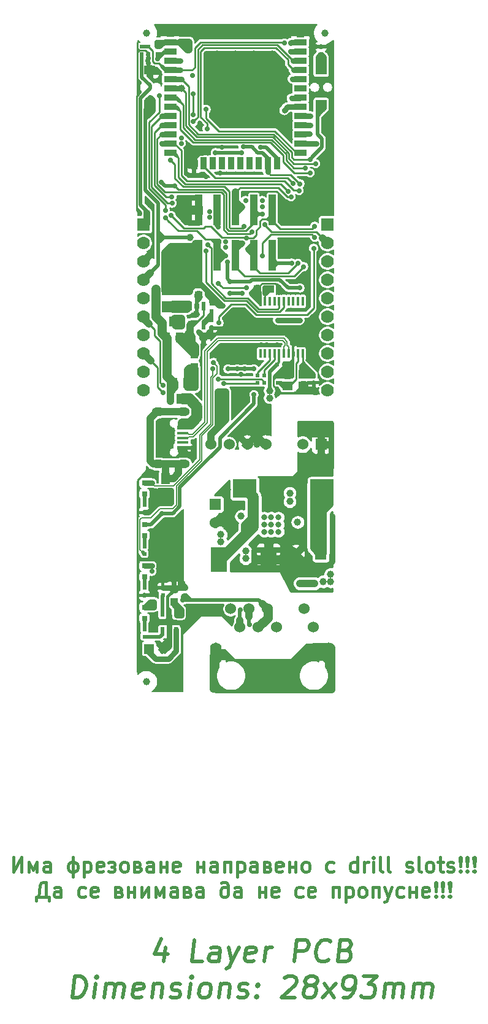
<source format=gbr>
G04 #@! TF.GenerationSoftware,KiCad,Pcbnew,6.0.0-rc1-unknown-69d90a4~84~ubuntu18.04.1*
G04 #@! TF.CreationDate,2019-01-16T16:00:11+02:00
G04 #@! TF.ProjectId,ESP32-PoE-ISO_Rev_A,45535033-322d-4506-9f45-2d49534f5f52,A*
G04 #@! TF.SameCoordinates,Original*
G04 #@! TF.FileFunction,Copper,L1,Top*
G04 #@! TF.FilePolarity,Positive*
%FSLAX46Y46*%
G04 Gerber Fmt 4.6, Leading zero omitted, Abs format (unit mm)*
G04 Created by KiCad (PCBNEW 6.0.0-rc1-unknown-69d90a4~84~ubuntu18.04.1) date 16.01.2019 (ср) 16:00:11 EET*
%MOMM*%
%LPD*%
G04 APERTURE LIST*
%ADD10C,0.444500*%
%ADD11C,0.500000*%
%ADD12C,1.524000*%
%ADD13R,1.524000X1.524000*%
%ADD14C,0.800000*%
%ADD15R,0.550000X0.500000*%
%ADD16R,3.200000X2.500000*%
%ADD17R,1.400000X1.200000*%
%ADD18R,1.500000X1.300000*%
%ADD19R,1.000000X4.250000*%
%ADD20C,1.300000*%
%ADD21R,1.700000X0.900000*%
%ADD22R,0.900000X1.700000*%
%ADD23R,6.000001X6.000001*%
%ADD24C,2.000000*%
%ADD25R,0.400000X0.400000*%
%ADD26R,1.422400X1.422400*%
%ADD27R,3.000000X1.600000*%
%ADD28R,1.000000X1.400000*%
%ADD29R,1.650000X0.500000*%
%ADD30R,1.650000X0.325000*%
%ADD31R,1.000000X1.100000*%
%ADD32O,1.800000X1.200000*%
%ADD33R,1.016000X1.016000*%
%ADD34R,0.800000X0.800000*%
%ADD35C,1.000000*%
%ADD36R,2.200000X3.400000*%
%ADD37R,0.325000X1.270000*%
%ADD38R,0.550000X1.200000*%
%ADD39C,1.778000*%
%ADD40R,1.778000X1.778000*%
%ADD41R,0.500000X0.550000*%
%ADD42R,1.400000X1.400000*%
%ADD43C,1.400000*%
%ADD44R,1.270000X1.524000*%
%ADD45O,1.600000X2.999999*%
%ADD46C,0.700000*%
%ADD47C,0.508000*%
%ADD48C,0.762000*%
%ADD49C,1.270000*%
%ADD50C,1.016000*%
%ADD51C,0.406400*%
%ADD52C,0.330200*%
%ADD53C,0.254000*%
%ADD54C,1.524000*%
%ADD55C,0.127000*%
%ADD56C,0.157480*%
G04 APERTURE END LIST*
D10*
X73448333Y-210500988D02*
X73448333Y-212532988D01*
X74609476Y-210500988D01*
X74609476Y-212532988D01*
X75577095Y-212532988D02*
X75577095Y-211178321D01*
X76157666Y-212242702D01*
X76738238Y-211178321D01*
X76738238Y-212532988D01*
X78576714Y-212532988D02*
X78576714Y-211468607D01*
X78479952Y-211275083D01*
X78286428Y-211178321D01*
X77899380Y-211178321D01*
X77705857Y-211275083D01*
X78576714Y-212436226D02*
X78383190Y-212532988D01*
X77899380Y-212532988D01*
X77705857Y-212436226D01*
X77609095Y-212242702D01*
X77609095Y-212049178D01*
X77705857Y-211855654D01*
X77899380Y-211758892D01*
X78383190Y-211758892D01*
X78576714Y-211662130D01*
X81673095Y-210500988D02*
X81673095Y-213210321D01*
X81479571Y-211178321D02*
X81866619Y-211178321D01*
X82060142Y-211275083D01*
X82253666Y-211468607D01*
X82350428Y-211662130D01*
X82350428Y-212049178D01*
X82253666Y-212242702D01*
X82060142Y-212436226D01*
X81866619Y-212532988D01*
X81479571Y-212532988D01*
X81286047Y-212436226D01*
X81092523Y-212242702D01*
X80995761Y-212049178D01*
X80995761Y-211662130D01*
X81092523Y-211468607D01*
X81286047Y-211275083D01*
X81479571Y-211178321D01*
X83221285Y-211178321D02*
X83221285Y-213210321D01*
X83221285Y-211275083D02*
X83414809Y-211178321D01*
X83801857Y-211178321D01*
X83995380Y-211275083D01*
X84092142Y-211371845D01*
X84188904Y-211565369D01*
X84188904Y-212145940D01*
X84092142Y-212339464D01*
X83995380Y-212436226D01*
X83801857Y-212532988D01*
X83414809Y-212532988D01*
X83221285Y-212436226D01*
X85833857Y-212436226D02*
X85640333Y-212532988D01*
X85253285Y-212532988D01*
X85059761Y-212436226D01*
X84963000Y-212242702D01*
X84963000Y-211468607D01*
X85059761Y-211275083D01*
X85253285Y-211178321D01*
X85640333Y-211178321D01*
X85833857Y-211275083D01*
X85930619Y-211468607D01*
X85930619Y-211662130D01*
X84963000Y-211855654D01*
X86995000Y-211855654D02*
X87188523Y-211855654D01*
X86607952Y-211275083D02*
X86801476Y-211178321D01*
X87188523Y-211178321D01*
X87382047Y-211275083D01*
X87478809Y-211468607D01*
X87478809Y-211565369D01*
X87382047Y-211758892D01*
X87188523Y-211855654D01*
X87382047Y-211952416D01*
X87478809Y-212145940D01*
X87478809Y-212242702D01*
X87382047Y-212436226D01*
X87188523Y-212532988D01*
X86801476Y-212532988D01*
X86607952Y-212436226D01*
X88639952Y-212532988D02*
X88446428Y-212436226D01*
X88349666Y-212339464D01*
X88252904Y-212145940D01*
X88252904Y-211565369D01*
X88349666Y-211371845D01*
X88446428Y-211275083D01*
X88639952Y-211178321D01*
X88930238Y-211178321D01*
X89123761Y-211275083D01*
X89220523Y-211371845D01*
X89317285Y-211565369D01*
X89317285Y-212145940D01*
X89220523Y-212339464D01*
X89123761Y-212436226D01*
X88930238Y-212532988D01*
X88639952Y-212532988D01*
X90671952Y-211855654D02*
X90962238Y-211952416D01*
X91059000Y-212145940D01*
X91059000Y-212242702D01*
X90962238Y-212436226D01*
X90768714Y-212532988D01*
X90188142Y-212532988D01*
X90188142Y-211178321D01*
X90671952Y-211178321D01*
X90865476Y-211275083D01*
X90962238Y-211468607D01*
X90962238Y-211565369D01*
X90865476Y-211758892D01*
X90671952Y-211855654D01*
X90188142Y-211855654D01*
X92800714Y-212532988D02*
X92800714Y-211468607D01*
X92703952Y-211275083D01*
X92510428Y-211178321D01*
X92123380Y-211178321D01*
X91929857Y-211275083D01*
X92800714Y-212436226D02*
X92607190Y-212532988D01*
X92123380Y-212532988D01*
X91929857Y-212436226D01*
X91833095Y-212242702D01*
X91833095Y-212049178D01*
X91929857Y-211855654D01*
X92123380Y-211758892D01*
X92607190Y-211758892D01*
X92800714Y-211662130D01*
X93768333Y-211855654D02*
X94639190Y-211855654D01*
X93768333Y-211178321D02*
X93768333Y-212532988D01*
X94639190Y-211178321D02*
X94639190Y-212532988D01*
X96380904Y-212436226D02*
X96187380Y-212532988D01*
X95800333Y-212532988D01*
X95606809Y-212436226D01*
X95510047Y-212242702D01*
X95510047Y-211468607D01*
X95606809Y-211275083D01*
X95800333Y-211178321D01*
X96187380Y-211178321D01*
X96380904Y-211275083D01*
X96477666Y-211468607D01*
X96477666Y-211662130D01*
X95510047Y-211855654D01*
X98896714Y-211855654D02*
X99767571Y-211855654D01*
X98896714Y-211178321D02*
X98896714Y-212532988D01*
X99767571Y-211178321D02*
X99767571Y-212532988D01*
X101606047Y-212532988D02*
X101606047Y-211468607D01*
X101509285Y-211275083D01*
X101315761Y-211178321D01*
X100928714Y-211178321D01*
X100735190Y-211275083D01*
X101606047Y-212436226D02*
X101412523Y-212532988D01*
X100928714Y-212532988D01*
X100735190Y-212436226D01*
X100638428Y-212242702D01*
X100638428Y-212049178D01*
X100735190Y-211855654D01*
X100928714Y-211758892D01*
X101412523Y-211758892D01*
X101606047Y-211662130D01*
X102573666Y-212532988D02*
X102573666Y-211178321D01*
X103444523Y-211178321D01*
X103444523Y-212532988D01*
X104412142Y-211178321D02*
X104412142Y-213210321D01*
X104412142Y-211275083D02*
X104605666Y-211178321D01*
X104992714Y-211178321D01*
X105186238Y-211275083D01*
X105283000Y-211371845D01*
X105379761Y-211565369D01*
X105379761Y-212145940D01*
X105283000Y-212339464D01*
X105186238Y-212436226D01*
X104992714Y-212532988D01*
X104605666Y-212532988D01*
X104412142Y-212436226D01*
X107121476Y-212532988D02*
X107121476Y-211468607D01*
X107024714Y-211275083D01*
X106831190Y-211178321D01*
X106444142Y-211178321D01*
X106250619Y-211275083D01*
X107121476Y-212436226D02*
X106927952Y-212532988D01*
X106444142Y-212532988D01*
X106250619Y-212436226D01*
X106153857Y-212242702D01*
X106153857Y-212049178D01*
X106250619Y-211855654D01*
X106444142Y-211758892D01*
X106927952Y-211758892D01*
X107121476Y-211662130D01*
X108572904Y-211855654D02*
X108863190Y-211952416D01*
X108959952Y-212145940D01*
X108959952Y-212242702D01*
X108863190Y-212436226D01*
X108669666Y-212532988D01*
X108089095Y-212532988D01*
X108089095Y-211178321D01*
X108572904Y-211178321D01*
X108766428Y-211275083D01*
X108863190Y-211468607D01*
X108863190Y-211565369D01*
X108766428Y-211758892D01*
X108572904Y-211855654D01*
X108089095Y-211855654D01*
X110604904Y-212436226D02*
X110411380Y-212532988D01*
X110024333Y-212532988D01*
X109830809Y-212436226D01*
X109734047Y-212242702D01*
X109734047Y-211468607D01*
X109830809Y-211275083D01*
X110024333Y-211178321D01*
X110411380Y-211178321D01*
X110604904Y-211275083D01*
X110701666Y-211468607D01*
X110701666Y-211662130D01*
X109734047Y-211855654D01*
X111572523Y-211855654D02*
X112443380Y-211855654D01*
X111572523Y-211178321D02*
X111572523Y-212532988D01*
X112443380Y-211178321D02*
X112443380Y-212532988D01*
X113701285Y-212532988D02*
X113507761Y-212436226D01*
X113411000Y-212339464D01*
X113314238Y-212145940D01*
X113314238Y-211565369D01*
X113411000Y-211371845D01*
X113507761Y-211275083D01*
X113701285Y-211178321D01*
X113991571Y-211178321D01*
X114185095Y-211275083D01*
X114281857Y-211371845D01*
X114378619Y-211565369D01*
X114378619Y-212145940D01*
X114281857Y-212339464D01*
X114185095Y-212436226D01*
X113991571Y-212532988D01*
X113701285Y-212532988D01*
X117668523Y-212436226D02*
X117475000Y-212532988D01*
X117087952Y-212532988D01*
X116894428Y-212436226D01*
X116797666Y-212339464D01*
X116700904Y-212145940D01*
X116700904Y-211565369D01*
X116797666Y-211371845D01*
X116894428Y-211275083D01*
X117087952Y-211178321D01*
X117475000Y-211178321D01*
X117668523Y-211275083D01*
X120958428Y-212532988D02*
X120958428Y-210500988D01*
X120958428Y-212436226D02*
X120764904Y-212532988D01*
X120377857Y-212532988D01*
X120184333Y-212436226D01*
X120087571Y-212339464D01*
X119990809Y-212145940D01*
X119990809Y-211565369D01*
X120087571Y-211371845D01*
X120184333Y-211275083D01*
X120377857Y-211178321D01*
X120764904Y-211178321D01*
X120958428Y-211275083D01*
X121926047Y-212532988D02*
X121926047Y-211178321D01*
X121926047Y-211565369D02*
X122022809Y-211371845D01*
X122119571Y-211275083D01*
X122313095Y-211178321D01*
X122506619Y-211178321D01*
X123183952Y-212532988D02*
X123183952Y-211178321D01*
X123183952Y-210500988D02*
X123087190Y-210597750D01*
X123183952Y-210694511D01*
X123280714Y-210597750D01*
X123183952Y-210500988D01*
X123183952Y-210694511D01*
X124441857Y-212532988D02*
X124248333Y-212436226D01*
X124151571Y-212242702D01*
X124151571Y-210500988D01*
X125506238Y-212532988D02*
X125312714Y-212436226D01*
X125215952Y-212242702D01*
X125215952Y-210500988D01*
X127731761Y-212436226D02*
X127925285Y-212532988D01*
X128312333Y-212532988D01*
X128505857Y-212436226D01*
X128602619Y-212242702D01*
X128602619Y-212145940D01*
X128505857Y-211952416D01*
X128312333Y-211855654D01*
X128022047Y-211855654D01*
X127828523Y-211758892D01*
X127731761Y-211565369D01*
X127731761Y-211468607D01*
X127828523Y-211275083D01*
X128022047Y-211178321D01*
X128312333Y-211178321D01*
X128505857Y-211275083D01*
X129763761Y-212532988D02*
X129570238Y-212436226D01*
X129473476Y-212242702D01*
X129473476Y-210500988D01*
X130828142Y-212532988D02*
X130634619Y-212436226D01*
X130537857Y-212339464D01*
X130441095Y-212145940D01*
X130441095Y-211565369D01*
X130537857Y-211371845D01*
X130634619Y-211275083D01*
X130828142Y-211178321D01*
X131118428Y-211178321D01*
X131311952Y-211275083D01*
X131408714Y-211371845D01*
X131505476Y-211565369D01*
X131505476Y-212145940D01*
X131408714Y-212339464D01*
X131311952Y-212436226D01*
X131118428Y-212532988D01*
X130828142Y-212532988D01*
X132086047Y-211178321D02*
X132860142Y-211178321D01*
X132376333Y-210500988D02*
X132376333Y-212242702D01*
X132473095Y-212436226D01*
X132666619Y-212532988D01*
X132860142Y-212532988D01*
X133440714Y-212436226D02*
X133634238Y-212532988D01*
X134021285Y-212532988D01*
X134214809Y-212436226D01*
X134311571Y-212242702D01*
X134311571Y-212145940D01*
X134214809Y-211952416D01*
X134021285Y-211855654D01*
X133731000Y-211855654D01*
X133537476Y-211758892D01*
X133440714Y-211565369D01*
X133440714Y-211468607D01*
X133537476Y-211275083D01*
X133731000Y-211178321D01*
X134021285Y-211178321D01*
X134214809Y-211275083D01*
X135182428Y-212339464D02*
X135279190Y-212436226D01*
X135182428Y-212532988D01*
X135085666Y-212436226D01*
X135182428Y-212339464D01*
X135182428Y-212532988D01*
X135182428Y-211758892D02*
X135085666Y-210597750D01*
X135182428Y-210500988D01*
X135279190Y-210597750D01*
X135182428Y-211758892D01*
X135182428Y-210500988D01*
X136150047Y-212339464D02*
X136246809Y-212436226D01*
X136150047Y-212532988D01*
X136053285Y-212436226D01*
X136150047Y-212339464D01*
X136150047Y-212532988D01*
X136150047Y-211758892D02*
X136053285Y-210597750D01*
X136150047Y-210500988D01*
X136246809Y-210597750D01*
X136150047Y-211758892D01*
X136150047Y-210500988D01*
X137117666Y-212339464D02*
X137214428Y-212436226D01*
X137117666Y-212532988D01*
X137020904Y-212436226D01*
X137117666Y-212339464D01*
X137117666Y-212532988D01*
X137117666Y-211758892D02*
X137020904Y-210597750D01*
X137117666Y-210500988D01*
X137214428Y-210597750D01*
X137117666Y-211758892D01*
X137117666Y-210500988D01*
X78383190Y-216509297D02*
X78383190Y-216025488D01*
X76641476Y-216025488D01*
X76641476Y-216509297D01*
X77996142Y-216025488D02*
X77996142Y-213993488D01*
X77512333Y-213993488D01*
X77318809Y-214090250D01*
X77222047Y-214187011D01*
X77125285Y-214380535D01*
X76931761Y-216025488D01*
X80028142Y-216025488D02*
X80028142Y-214961107D01*
X79931380Y-214767583D01*
X79737857Y-214670821D01*
X79350809Y-214670821D01*
X79157285Y-214767583D01*
X80028142Y-215928726D02*
X79834619Y-216025488D01*
X79350809Y-216025488D01*
X79157285Y-215928726D01*
X79060523Y-215735202D01*
X79060523Y-215541678D01*
X79157285Y-215348154D01*
X79350809Y-215251392D01*
X79834619Y-215251392D01*
X80028142Y-215154630D01*
X83414809Y-215928726D02*
X83221285Y-216025488D01*
X82834238Y-216025488D01*
X82640714Y-215928726D01*
X82543952Y-215831964D01*
X82447190Y-215638440D01*
X82447190Y-215057869D01*
X82543952Y-214864345D01*
X82640714Y-214767583D01*
X82834238Y-214670821D01*
X83221285Y-214670821D01*
X83414809Y-214767583D01*
X85059761Y-215928726D02*
X84866238Y-216025488D01*
X84479190Y-216025488D01*
X84285666Y-215928726D01*
X84188904Y-215735202D01*
X84188904Y-214961107D01*
X84285666Y-214767583D01*
X84479190Y-214670821D01*
X84866238Y-214670821D01*
X85059761Y-214767583D01*
X85156523Y-214961107D01*
X85156523Y-215154630D01*
X84188904Y-215348154D01*
X88059380Y-215348154D02*
X88349666Y-215444916D01*
X88446428Y-215638440D01*
X88446428Y-215735202D01*
X88349666Y-215928726D01*
X88156142Y-216025488D01*
X87575571Y-216025488D01*
X87575571Y-214670821D01*
X88059380Y-214670821D01*
X88252904Y-214767583D01*
X88349666Y-214961107D01*
X88349666Y-215057869D01*
X88252904Y-215251392D01*
X88059380Y-215348154D01*
X87575571Y-215348154D01*
X89317285Y-215348154D02*
X90188142Y-215348154D01*
X89317285Y-214670821D02*
X89317285Y-216025488D01*
X90188142Y-214670821D02*
X90188142Y-216025488D01*
X91155761Y-214670821D02*
X91155761Y-216025488D01*
X92123380Y-214670821D01*
X92123380Y-216025488D01*
X93091000Y-216025488D02*
X93091000Y-214670821D01*
X93671571Y-215735202D01*
X94252142Y-214670821D01*
X94252142Y-216025488D01*
X96090619Y-216025488D02*
X96090619Y-214961107D01*
X95993857Y-214767583D01*
X95800333Y-214670821D01*
X95413285Y-214670821D01*
X95219761Y-214767583D01*
X96090619Y-215928726D02*
X95897095Y-216025488D01*
X95413285Y-216025488D01*
X95219761Y-215928726D01*
X95123000Y-215735202D01*
X95123000Y-215541678D01*
X95219761Y-215348154D01*
X95413285Y-215251392D01*
X95897095Y-215251392D01*
X96090619Y-215154630D01*
X97542047Y-215348154D02*
X97832333Y-215444916D01*
X97929095Y-215638440D01*
X97929095Y-215735202D01*
X97832333Y-215928726D01*
X97638809Y-216025488D01*
X97058238Y-216025488D01*
X97058238Y-214670821D01*
X97542047Y-214670821D01*
X97735571Y-214767583D01*
X97832333Y-214961107D01*
X97832333Y-215057869D01*
X97735571Y-215251392D01*
X97542047Y-215348154D01*
X97058238Y-215348154D01*
X99670809Y-216025488D02*
X99670809Y-214961107D01*
X99574047Y-214767583D01*
X99380523Y-214670821D01*
X98993476Y-214670821D01*
X98799952Y-214767583D01*
X99670809Y-215928726D02*
X99477285Y-216025488D01*
X98993476Y-216025488D01*
X98799952Y-215928726D01*
X98703190Y-215735202D01*
X98703190Y-215541678D01*
X98799952Y-215348154D01*
X98993476Y-215251392D01*
X99477285Y-215251392D01*
X99670809Y-215154630D01*
X103154238Y-214864345D02*
X103057476Y-214767583D01*
X102863952Y-214670821D01*
X102476904Y-214670821D01*
X102283380Y-214767583D01*
X102186619Y-214864345D01*
X102089857Y-215057869D01*
X102089857Y-215638440D01*
X102186619Y-215831964D01*
X102283380Y-215928726D01*
X102476904Y-216025488D01*
X102767190Y-216025488D01*
X102960714Y-215928726D01*
X103057476Y-215831964D01*
X103154238Y-215638440D01*
X103154238Y-214380535D01*
X103057476Y-214187011D01*
X102960714Y-214090250D01*
X102767190Y-213993488D01*
X102380142Y-213993488D01*
X102186619Y-214090250D01*
X104895952Y-216025488D02*
X104895952Y-214961107D01*
X104799190Y-214767583D01*
X104605666Y-214670821D01*
X104218619Y-214670821D01*
X104025095Y-214767583D01*
X104895952Y-215928726D02*
X104702428Y-216025488D01*
X104218619Y-216025488D01*
X104025095Y-215928726D01*
X103928333Y-215735202D01*
X103928333Y-215541678D01*
X104025095Y-215348154D01*
X104218619Y-215251392D01*
X104702428Y-215251392D01*
X104895952Y-215154630D01*
X107411761Y-215348154D02*
X108282619Y-215348154D01*
X107411761Y-214670821D02*
X107411761Y-216025488D01*
X108282619Y-214670821D02*
X108282619Y-216025488D01*
X110024333Y-215928726D02*
X109830809Y-216025488D01*
X109443761Y-216025488D01*
X109250238Y-215928726D01*
X109153476Y-215735202D01*
X109153476Y-214961107D01*
X109250238Y-214767583D01*
X109443761Y-214670821D01*
X109830809Y-214670821D01*
X110024333Y-214767583D01*
X110121095Y-214961107D01*
X110121095Y-215154630D01*
X109153476Y-215348154D01*
X113411000Y-215928726D02*
X113217476Y-216025488D01*
X112830428Y-216025488D01*
X112636904Y-215928726D01*
X112540142Y-215831964D01*
X112443380Y-215638440D01*
X112443380Y-215057869D01*
X112540142Y-214864345D01*
X112636904Y-214767583D01*
X112830428Y-214670821D01*
X113217476Y-214670821D01*
X113411000Y-214767583D01*
X115055952Y-215928726D02*
X114862428Y-216025488D01*
X114475380Y-216025488D01*
X114281857Y-215928726D01*
X114185095Y-215735202D01*
X114185095Y-214961107D01*
X114281857Y-214767583D01*
X114475380Y-214670821D01*
X114862428Y-214670821D01*
X115055952Y-214767583D01*
X115152714Y-214961107D01*
X115152714Y-215154630D01*
X114185095Y-215348154D01*
X117571761Y-216025488D02*
X117571761Y-214670821D01*
X118442619Y-214670821D01*
X118442619Y-216025488D01*
X119410238Y-214670821D02*
X119410238Y-216702821D01*
X119410238Y-214767583D02*
X119603761Y-214670821D01*
X119990809Y-214670821D01*
X120184333Y-214767583D01*
X120281095Y-214864345D01*
X120377857Y-215057869D01*
X120377857Y-215638440D01*
X120281095Y-215831964D01*
X120184333Y-215928726D01*
X119990809Y-216025488D01*
X119603761Y-216025488D01*
X119410238Y-215928726D01*
X121539000Y-216025488D02*
X121345476Y-215928726D01*
X121248714Y-215831964D01*
X121151952Y-215638440D01*
X121151952Y-215057869D01*
X121248714Y-214864345D01*
X121345476Y-214767583D01*
X121539000Y-214670821D01*
X121829285Y-214670821D01*
X122022809Y-214767583D01*
X122119571Y-214864345D01*
X122216333Y-215057869D01*
X122216333Y-215638440D01*
X122119571Y-215831964D01*
X122022809Y-215928726D01*
X121829285Y-216025488D01*
X121539000Y-216025488D01*
X123087190Y-216025488D02*
X123087190Y-214670821D01*
X123958047Y-214670821D01*
X123958047Y-216025488D01*
X124732142Y-214670821D02*
X125215952Y-216025488D01*
X125699761Y-214670821D02*
X125215952Y-216025488D01*
X125022428Y-216509297D01*
X124925666Y-216606059D01*
X124732142Y-216702821D01*
X127344714Y-215928726D02*
X127151190Y-216025488D01*
X126764142Y-216025488D01*
X126570619Y-215928726D01*
X126473857Y-215831964D01*
X126377095Y-215638440D01*
X126377095Y-215057869D01*
X126473857Y-214864345D01*
X126570619Y-214767583D01*
X126764142Y-214670821D01*
X127151190Y-214670821D01*
X127344714Y-214767583D01*
X128215571Y-215348154D02*
X129086428Y-215348154D01*
X128215571Y-214670821D02*
X128215571Y-216025488D01*
X129086428Y-214670821D02*
X129086428Y-216025488D01*
X130828142Y-215928726D02*
X130634619Y-216025488D01*
X130247571Y-216025488D01*
X130054047Y-215928726D01*
X129957285Y-215735202D01*
X129957285Y-214961107D01*
X130054047Y-214767583D01*
X130247571Y-214670821D01*
X130634619Y-214670821D01*
X130828142Y-214767583D01*
X130924904Y-214961107D01*
X130924904Y-215154630D01*
X129957285Y-215348154D01*
X131795761Y-215831964D02*
X131892523Y-215928726D01*
X131795761Y-216025488D01*
X131699000Y-215928726D01*
X131795761Y-215831964D01*
X131795761Y-216025488D01*
X131795761Y-215251392D02*
X131699000Y-214090250D01*
X131795761Y-213993488D01*
X131892523Y-214090250D01*
X131795761Y-215251392D01*
X131795761Y-213993488D01*
X132763380Y-215831964D02*
X132860142Y-215928726D01*
X132763380Y-216025488D01*
X132666619Y-215928726D01*
X132763380Y-215831964D01*
X132763380Y-216025488D01*
X132763380Y-215251392D02*
X132666619Y-214090250D01*
X132763380Y-213993488D01*
X132860142Y-214090250D01*
X132763380Y-215251392D01*
X132763380Y-213993488D01*
X133731000Y-215831964D02*
X133827761Y-215928726D01*
X133731000Y-216025488D01*
X133634238Y-215928726D01*
X133731000Y-215831964D01*
X133731000Y-216025488D01*
X133731000Y-215251392D02*
X133634238Y-214090250D01*
X133731000Y-213993488D01*
X133827761Y-214090250D01*
X133731000Y-215251392D01*
X133731000Y-213993488D01*
D11*
X94483129Y-222917144D02*
X94233129Y-224917143D01*
X93911700Y-221774287D02*
X92929558Y-223917143D01*
X94786700Y-223917143D01*
X99518841Y-224917143D02*
X98090270Y-224917143D01*
X98465270Y-221917144D01*
X101804555Y-224917143D02*
X102000983Y-223345715D01*
X101893840Y-223060001D01*
X101625983Y-222917144D01*
X101054555Y-222917144D01*
X100750984Y-223060001D01*
X101822412Y-224774286D02*
X101518840Y-224917143D01*
X100804555Y-224917143D01*
X100536698Y-224774286D01*
X100429555Y-224488572D01*
X100465269Y-224202857D01*
X100643841Y-223917143D01*
X100947412Y-223774286D01*
X101661698Y-223774286D01*
X101965269Y-223631429D01*
X103197411Y-222917144D02*
X103661697Y-224917143D01*
X104625982Y-222917144D02*
X103661697Y-224917143D01*
X103286697Y-225631428D01*
X103125983Y-225774285D01*
X102822411Y-225917143D01*
X106679553Y-224774286D02*
X106375982Y-224917143D01*
X105804553Y-224917143D01*
X105536696Y-224774286D01*
X105429553Y-224488572D01*
X105572411Y-223345715D01*
X105750982Y-223060001D01*
X106054553Y-222917144D01*
X106625982Y-222917144D01*
X106893839Y-223060001D01*
X107000982Y-223345715D01*
X106965267Y-223631429D01*
X105500982Y-223917143D01*
X108090267Y-224917143D02*
X108340267Y-222917144D01*
X108268838Y-223488572D02*
X108447410Y-223202858D01*
X108608124Y-223060001D01*
X108911695Y-222917144D01*
X109197409Y-222917144D01*
X112233123Y-224917143D02*
X112608123Y-221917144D01*
X113750979Y-221917144D01*
X114018836Y-222060001D01*
X114143836Y-222202858D01*
X114250979Y-222488572D01*
X114197408Y-222917144D01*
X114018836Y-223202858D01*
X113858122Y-223345715D01*
X113554551Y-223488572D01*
X112411694Y-223488572D01*
X116983121Y-224631429D02*
X116822407Y-224774286D01*
X116375978Y-224917143D01*
X116090264Y-224917143D01*
X115679550Y-224774286D01*
X115429550Y-224488572D01*
X115322407Y-224202857D01*
X115250979Y-223631429D01*
X115304550Y-223202858D01*
X115518836Y-222631429D01*
X115697407Y-222345715D01*
X116018836Y-222060001D01*
X116465264Y-221917144D01*
X116750978Y-221917144D01*
X117161692Y-222060001D01*
X117286692Y-222202858D01*
X119429549Y-223345715D02*
X119840263Y-223488572D01*
X119965263Y-223631429D01*
X120072406Y-223917143D01*
X120018834Y-224345715D01*
X119840263Y-224631429D01*
X119679549Y-224774286D01*
X119375977Y-224917143D01*
X118233121Y-224917143D01*
X118608121Y-221917144D01*
X119608120Y-221917144D01*
X119875977Y-222060001D01*
X120000977Y-222202858D01*
X120108120Y-222488572D01*
X120072406Y-222774286D01*
X119893834Y-223060001D01*
X119733120Y-223202858D01*
X119429549Y-223345715D01*
X118429549Y-223345715D01*
X81590276Y-229917142D02*
X81965276Y-226917143D01*
X82679561Y-226917143D01*
X83090275Y-227060000D01*
X83340275Y-227345714D01*
X83447418Y-227631428D01*
X83518846Y-228202857D01*
X83465275Y-228631428D01*
X83250989Y-229202856D01*
X83072418Y-229488571D01*
X82750990Y-229774285D01*
X82304561Y-229917142D01*
X81590276Y-229917142D01*
X84590275Y-229917142D02*
X84840275Y-227917143D01*
X84965275Y-226917143D02*
X84804560Y-227060000D01*
X84929560Y-227202857D01*
X85090275Y-227060000D01*
X84965275Y-226917143D01*
X84929560Y-227202857D01*
X86018846Y-229917142D02*
X86268846Y-227917143D01*
X86233131Y-228202857D02*
X86393846Y-228060000D01*
X86697417Y-227917143D01*
X87125988Y-227917143D01*
X87393845Y-228060000D01*
X87500988Y-228345714D01*
X87304560Y-229917142D01*
X87500988Y-228345714D02*
X87679559Y-228060000D01*
X87983131Y-227917143D01*
X88411702Y-227917143D01*
X88679559Y-228060000D01*
X88786702Y-228345714D01*
X88590273Y-229917142D01*
X91179558Y-229774285D02*
X90875987Y-229917142D01*
X90304559Y-229917142D01*
X90036701Y-229774285D01*
X89929559Y-229488571D01*
X90072416Y-228345714D01*
X90250987Y-228060000D01*
X90554558Y-227917143D01*
X91125987Y-227917143D01*
X91393844Y-228060000D01*
X91500987Y-228345714D01*
X91465272Y-228631428D01*
X90000987Y-228917142D01*
X92840272Y-227917143D02*
X92590272Y-229917142D01*
X92804558Y-228202857D02*
X92965272Y-228060000D01*
X93268843Y-227917143D01*
X93697415Y-227917143D01*
X93965272Y-228060000D01*
X94072414Y-228345714D01*
X93875986Y-229917142D01*
X95179557Y-229774285D02*
X95447414Y-229917142D01*
X96018842Y-229917142D01*
X96322414Y-229774285D01*
X96500985Y-229488571D01*
X96518842Y-229345714D01*
X96411699Y-229059999D01*
X96143842Y-228917142D01*
X95715271Y-228917142D01*
X95447414Y-228774285D01*
X95340271Y-228488571D01*
X95358128Y-228345714D01*
X95536700Y-228060000D01*
X95840271Y-227917143D01*
X96268842Y-227917143D01*
X96536699Y-228060000D01*
X97733127Y-229917142D02*
X97983127Y-227917143D01*
X98108127Y-226917143D02*
X97947413Y-227060000D01*
X98072413Y-227202857D01*
X98233127Y-227060000D01*
X98108127Y-226917143D01*
X98072413Y-227202857D01*
X99590270Y-229917142D02*
X99322413Y-229774285D01*
X99197413Y-229631428D01*
X99090270Y-229345714D01*
X99197413Y-228488571D01*
X99375984Y-228202857D01*
X99536698Y-228060000D01*
X99840270Y-227917143D01*
X100268841Y-227917143D01*
X100536698Y-228060000D01*
X100661698Y-228202857D01*
X100768841Y-228488571D01*
X100661698Y-229345714D01*
X100483127Y-229631428D01*
X100322412Y-229774285D01*
X100018841Y-229917142D01*
X99590270Y-229917142D01*
X102125983Y-227917143D02*
X101875983Y-229917142D01*
X102090269Y-228202857D02*
X102250983Y-228060000D01*
X102554554Y-227917143D01*
X102983126Y-227917143D01*
X103250983Y-228060000D01*
X103358126Y-228345714D01*
X103161697Y-229917142D01*
X104465268Y-229774285D02*
X104733125Y-229917142D01*
X105304554Y-229917142D01*
X105608125Y-229774285D01*
X105786696Y-229488571D01*
X105804553Y-229345714D01*
X105697411Y-229059999D01*
X105429553Y-228917142D01*
X105000982Y-228917142D01*
X104733125Y-228774285D01*
X104625982Y-228488571D01*
X104643839Y-228345714D01*
X104822411Y-228060000D01*
X105125982Y-227917143D01*
X105554553Y-227917143D01*
X105822410Y-228060000D01*
X107054553Y-229631428D02*
X107179553Y-229774285D01*
X107018839Y-229917142D01*
X106893839Y-229774285D01*
X107054553Y-229631428D01*
X107018839Y-229917142D01*
X107250981Y-228060000D02*
X107375981Y-228202857D01*
X107215267Y-228345714D01*
X107090267Y-228202857D01*
X107250981Y-228060000D01*
X107215267Y-228345714D01*
X110929552Y-227202857D02*
X111090266Y-227060000D01*
X111393837Y-226917143D01*
X112108123Y-226917143D01*
X112375980Y-227060000D01*
X112500980Y-227202857D01*
X112608123Y-227488571D01*
X112572408Y-227774285D01*
X112375980Y-228202857D01*
X110447409Y-229917142D01*
X112304551Y-229917142D01*
X114233122Y-228202857D02*
X113965265Y-228060000D01*
X113840265Y-227917143D01*
X113733122Y-227631428D01*
X113750979Y-227488571D01*
X113929551Y-227202857D01*
X114090265Y-227060000D01*
X114393836Y-226917143D01*
X114965265Y-226917143D01*
X115233122Y-227060000D01*
X115358122Y-227202857D01*
X115465264Y-227488571D01*
X115447407Y-227631428D01*
X115268836Y-227917143D01*
X115108122Y-228060000D01*
X114804550Y-228202857D01*
X114233122Y-228202857D01*
X113929551Y-228345714D01*
X113768836Y-228488571D01*
X113590265Y-228774285D01*
X113518836Y-229345714D01*
X113625979Y-229631428D01*
X113750979Y-229774285D01*
X114018836Y-229917142D01*
X114590265Y-229917142D01*
X114893836Y-229774285D01*
X115054550Y-229631428D01*
X115233122Y-229345714D01*
X115304550Y-228774285D01*
X115197407Y-228488571D01*
X115072407Y-228345714D01*
X114804550Y-228202857D01*
X116161693Y-229917142D02*
X117983121Y-227917143D01*
X116411693Y-227917143D02*
X117733121Y-229917142D01*
X119018835Y-229917142D02*
X119590263Y-229917142D01*
X119893834Y-229774285D01*
X120054549Y-229631428D01*
X120393834Y-229202856D01*
X120608120Y-228631428D01*
X120750977Y-227488571D01*
X120643834Y-227202857D01*
X120518834Y-227060000D01*
X120250977Y-226917143D01*
X119679549Y-226917143D01*
X119375977Y-227060000D01*
X119215263Y-227202857D01*
X119036692Y-227488571D01*
X118947406Y-228202857D01*
X119054549Y-228488571D01*
X119179549Y-228631428D01*
X119447406Y-228774285D01*
X120018834Y-228774285D01*
X120322406Y-228631428D01*
X120483120Y-228488571D01*
X120661691Y-228202857D01*
X121822405Y-226917143D02*
X123679547Y-226917143D01*
X122536691Y-228060000D01*
X122965262Y-228060000D01*
X123233119Y-228202857D01*
X123358119Y-228345714D01*
X123465262Y-228631428D01*
X123375976Y-229345714D01*
X123197405Y-229631428D01*
X123036690Y-229774285D01*
X122733119Y-229917142D01*
X121875977Y-229917142D01*
X121608120Y-229774285D01*
X121483120Y-229631428D01*
X124590261Y-229917142D02*
X124840261Y-227917143D01*
X124804547Y-228202857D02*
X124965261Y-228060000D01*
X125268833Y-227917143D01*
X125697404Y-227917143D01*
X125965261Y-228060000D01*
X126072404Y-228345714D01*
X125875975Y-229917142D01*
X126072404Y-228345714D02*
X126250975Y-228060000D01*
X126554546Y-227917143D01*
X126983118Y-227917143D01*
X127250975Y-228060000D01*
X127358118Y-228345714D01*
X127161689Y-229917142D01*
X128590260Y-229917142D02*
X128840260Y-227917143D01*
X128804546Y-228202857D02*
X128965260Y-228060000D01*
X129268831Y-227917143D01*
X129697403Y-227917143D01*
X129965260Y-228060000D01*
X130072402Y-228345714D01*
X129875974Y-229917142D01*
X130072402Y-228345714D02*
X130250974Y-228060000D01*
X130554545Y-227917143D01*
X130983116Y-227917143D01*
X131250973Y-228060000D01*
X131358116Y-228345714D01*
X131161688Y-229917142D01*
D12*
X113411000Y-153543000D03*
D13*
X115951000Y-153543000D03*
D12*
X108331000Y-153543000D03*
X105791000Y-153543000D03*
X100711000Y-153543000D03*
X103251000Y-153543000D03*
D13*
X115923000Y-168656000D03*
D12*
X112423000Y-168656000D03*
D13*
X101346000Y-161818000D03*
D12*
X101346000Y-164318000D03*
D14*
X108077000Y-163592000D03*
X108077000Y-164592000D03*
X108077000Y-165592000D03*
X109077000Y-163592000D03*
X109077000Y-164592000D03*
X109077000Y-165592000D03*
X110077000Y-164592000D03*
X110077000Y-163592000D03*
X110077000Y-165592000D03*
D15*
X107188000Y-145034000D03*
X107188000Y-144018000D03*
D16*
X116094000Y-159639000D03*
X105394000Y-159639000D03*
D15*
X93345000Y-99695000D03*
X93345000Y-98679000D03*
D17*
X111338000Y-143853000D03*
X113538000Y-145453000D03*
X113538000Y-143853000D03*
X111338000Y-145453000D03*
D15*
X109982000Y-144018000D03*
X109982000Y-145034000D03*
D18*
X115959000Y-106644000D03*
X115959000Y-101890000D03*
X92321000Y-106644000D03*
X92321000Y-101890000D03*
D19*
X109220000Y-121208000D03*
X109220000Y-127458000D03*
X106680000Y-121208000D03*
X106680000Y-127458000D03*
X104140000Y-121208000D03*
X104140000Y-127458000D03*
X101600000Y-121208000D03*
X101600000Y-127458000D03*
X99060000Y-121208000D03*
X99060000Y-127458000D03*
D20*
X106773200Y-104371000D03*
X102099600Y-104371000D03*
X104411000Y-106834800D03*
X104411000Y-102135800D03*
X106773200Y-102135800D03*
X102099600Y-102135800D03*
X106773200Y-106834800D03*
D21*
X95140000Y-96785000D03*
X95140000Y-98055000D03*
X95140000Y-99325000D03*
X95140000Y-100595000D03*
X95140000Y-101865000D03*
X95140000Y-103135000D03*
X95140000Y-104405000D03*
X95140000Y-105675000D03*
X95140000Y-106945000D03*
X95140000Y-108215000D03*
X95140000Y-109485000D03*
X95140000Y-110755000D03*
X95140000Y-112025000D03*
X95140000Y-113295000D03*
D22*
X98440000Y-114785000D03*
X99710000Y-114785000D03*
X100980000Y-114785000D03*
X102250000Y-114785000D03*
X103520000Y-114785000D03*
X104790000Y-114785000D03*
X106060000Y-114785000D03*
X107330000Y-114785000D03*
X108600000Y-114785000D03*
X109870000Y-114785000D03*
D21*
X113140000Y-113335000D03*
X113140000Y-112065000D03*
X113140000Y-110795000D03*
X113140000Y-109525000D03*
X113140000Y-108255000D03*
X113140000Y-106985000D03*
X113140000Y-105715000D03*
X113140000Y-104445000D03*
X113140000Y-103175000D03*
X113140000Y-101905000D03*
X113140000Y-100635000D03*
X113140000Y-99365000D03*
X113140000Y-98095000D03*
X113140000Y-96825000D03*
D23*
X104440000Y-104485000D03*
D24*
X104411000Y-104498000D03*
D20*
X102099600Y-106834800D03*
D25*
X106710000Y-137406000D03*
X106710000Y-136406000D03*
X105910000Y-135606000D03*
X104910000Y-135606000D03*
X104110000Y-136406000D03*
X104110000Y-137406000D03*
X104910000Y-138206000D03*
X105910000Y-138206000D03*
D26*
X105410000Y-136906000D03*
D15*
X114935000Y-145034000D03*
X114935000Y-144018000D03*
X115951000Y-98679000D03*
X115951000Y-99695000D03*
D27*
X95377000Y-132150000D03*
X95377000Y-134550000D03*
D28*
X97469960Y-145069560D03*
X95567500Y-145069560D03*
X96522540Y-147279360D03*
X94554040Y-138775440D03*
X96456500Y-138775440D03*
X95501460Y-136565640D03*
D29*
X96876000Y-151266500D03*
D30*
X96876000Y-152004000D03*
X96876000Y-152654000D03*
X96876000Y-153304000D03*
D29*
X96876000Y-154041500D03*
D31*
X92326000Y-151154000D03*
X92326000Y-154154000D03*
D32*
X93476000Y-149054000D03*
X96946000Y-149054000D03*
X96946000Y-156254000D03*
X93476000Y-156254000D03*
D33*
X107188000Y-132080000D03*
X108966000Y-132080000D03*
D34*
X91567000Y-177546000D03*
X91567000Y-176022000D03*
D33*
X99060000Y-132969000D03*
X99060000Y-131191000D03*
D34*
X91567000Y-171831000D03*
X91567000Y-170307000D03*
D35*
X91821000Y-96774000D03*
X116459000Y-96774000D03*
X91821000Y-186309000D03*
D36*
X108683000Y-169418000D03*
X101883000Y-169418000D03*
D37*
X107565000Y-141033500D03*
X108215000Y-141033500D03*
X108865000Y-141033500D03*
X109515000Y-141033500D03*
X110165000Y-141033500D03*
X110815000Y-141033500D03*
X111465000Y-141033500D03*
X112115000Y-141033500D03*
X112765000Y-141033500D03*
X113415000Y-141033500D03*
X113415000Y-133794500D03*
X112765000Y-133794500D03*
X112115000Y-133794500D03*
X111465000Y-133794500D03*
X110815000Y-133794500D03*
X110165000Y-133794500D03*
X109515000Y-133794500D03*
X108865000Y-133794500D03*
X108215000Y-133794500D03*
X107565000Y-133794500D03*
D38*
X99756000Y-134463000D03*
X98806000Y-134463000D03*
X97856000Y-134463000D03*
X99756000Y-137063000D03*
X97856000Y-137063000D03*
D33*
X95631000Y-173482000D03*
X95631000Y-175260000D03*
X99695000Y-138684000D03*
X97917000Y-138684000D03*
D39*
X91440000Y-130840000D03*
X91440000Y-128300000D03*
X91440000Y-125760000D03*
D40*
X91440000Y-123220000D03*
D39*
X91440000Y-133380000D03*
X91440000Y-135920000D03*
X91440000Y-141000000D03*
X91440000Y-138460000D03*
X91440000Y-143540000D03*
X91440000Y-146080000D03*
X116840000Y-130840000D03*
X116840000Y-128300000D03*
X116840000Y-125760000D03*
D40*
X116840000Y-123220000D03*
D39*
X116840000Y-133380000D03*
X116840000Y-135920000D03*
X116840000Y-141000000D03*
X116840000Y-138460000D03*
X116840000Y-143540000D03*
X116840000Y-146080000D03*
D41*
X110871000Y-142494000D03*
X109855000Y-142494000D03*
D15*
X108077000Y-145034000D03*
X108077000Y-144018000D03*
X91567000Y-180086000D03*
X91567000Y-179070000D03*
X91567000Y-168656000D03*
X91567000Y-167640000D03*
X91567000Y-162941000D03*
X91567000Y-161925000D03*
X91567000Y-174371000D03*
X91567000Y-173355000D03*
X100838000Y-134112000D03*
X100838000Y-135128000D03*
X100838000Y-137414000D03*
X100838000Y-136398000D03*
X97155000Y-173355000D03*
X97155000Y-174371000D03*
D42*
X92209620Y-181759860D03*
D43*
X94221300Y-181757320D03*
D34*
X91567000Y-160401000D03*
X91567000Y-158877000D03*
X91567000Y-166116000D03*
X91567000Y-164592000D03*
D44*
X94488000Y-158242000D03*
X94488000Y-160274000D03*
D38*
X94046000Y-179354000D03*
X94996000Y-179354000D03*
X95946000Y-179354000D03*
X94046000Y-176754000D03*
X95946000Y-176754000D03*
D15*
X94107000Y-173355000D03*
X94107000Y-174371000D03*
X91186000Y-98679000D03*
X91186000Y-99695000D03*
X92075000Y-99695000D03*
X92075000Y-98679000D03*
D28*
X98420000Y-143002000D03*
X94620000Y-143002000D03*
X94620000Y-140970000D03*
X98420000Y-140970000D03*
D45*
X117000000Y-182393000D03*
X101400000Y-182393000D03*
D12*
X114915000Y-178793000D03*
X113645000Y-176253000D03*
X109835000Y-178793000D03*
X108565000Y-176253000D03*
X107295000Y-178793000D03*
X106025000Y-176253000D03*
X104755000Y-178793000D03*
X103485000Y-176253000D03*
D46*
X96647000Y-177165000D03*
X96647000Y-176403000D03*
X92583000Y-170307000D03*
X92583000Y-171069000D03*
X92583000Y-175260000D03*
X92583000Y-176022000D03*
D35*
X95123000Y-147574000D03*
X93091000Y-132080000D03*
X107061000Y-153543000D03*
D46*
X105664000Y-150749000D03*
D35*
X106553000Y-151892000D03*
X106553000Y-150749000D03*
X96520000Y-164973000D03*
X95504000Y-164973000D03*
X95504000Y-165989000D03*
X95504000Y-167005000D03*
X95504000Y-168021000D03*
X96520000Y-168021000D03*
D46*
X94996000Y-178054000D03*
X95885000Y-178054000D03*
X94107000Y-178054000D03*
X94996000Y-177165000D03*
X94234000Y-184150000D03*
X92202000Y-184150000D03*
X91186000Y-184150000D03*
X93218000Y-184150000D03*
X96647000Y-154813000D03*
X97409000Y-154813000D03*
X98171000Y-154813000D03*
X98171000Y-154051000D03*
X94424500Y-161480500D03*
X93599000Y-161480500D03*
X93599000Y-159893000D03*
D35*
X96520000Y-171196000D03*
X96520000Y-169037000D03*
X96520000Y-170053000D03*
X95504000Y-169037000D03*
X95504000Y-170053000D03*
X96520000Y-163957000D03*
D46*
X93599000Y-160655000D03*
X91567000Y-157797496D03*
D35*
X111760000Y-142494000D03*
D46*
X115316000Y-146304000D03*
X114173000Y-138176000D03*
X114173000Y-140208000D03*
X106299000Y-132715000D03*
X110109000Y-131826000D03*
X110109000Y-132588000D03*
X101854000Y-141859000D03*
X101346000Y-141224000D03*
X95250000Y-161480500D03*
D35*
X98679000Y-135572500D03*
D46*
X100457000Y-138049000D03*
X99060000Y-138049000D03*
X97663000Y-122936000D03*
X92075000Y-100228400D03*
X92075000Y-100965000D03*
X93472000Y-102108000D03*
X93853000Y-96774000D03*
X114427000Y-96774000D03*
X90805000Y-104902000D03*
X90805000Y-103632000D03*
X90932000Y-121666000D03*
X109855000Y-139785743D03*
X107696000Y-139785743D03*
X108458000Y-139785743D03*
D35*
X96520000Y-96774000D03*
D46*
X95123000Y-96012000D03*
D35*
X109474000Y-108585000D03*
D46*
X115189000Y-98679000D03*
X99187000Y-112649000D03*
X96393000Y-119507000D03*
X99949000Y-112649000D03*
X99568000Y-113284000D03*
X98806000Y-113284000D03*
X98425000Y-112649000D03*
X99187000Y-109220000D03*
X100076000Y-116600350D03*
X102044500Y-116141500D03*
X102489000Y-109474000D03*
D35*
X97790000Y-96139000D03*
X100330000Y-96139000D03*
X102870000Y-96139000D03*
X105410000Y-96139000D03*
X107950000Y-96139000D03*
X110490000Y-96139000D03*
D46*
X113030000Y-96012000D03*
X93853000Y-96012000D03*
D35*
X99060000Y-97155000D03*
X101600000Y-97155000D03*
X104140000Y-97155000D03*
X106680000Y-97155000D03*
X109220000Y-97155000D03*
D46*
X114427000Y-96012000D03*
X97663000Y-113538000D03*
X97663000Y-114300000D03*
X97663000Y-115062000D03*
X102235000Y-112522000D03*
X117348000Y-98679000D03*
X117348000Y-99695000D03*
X117348000Y-100965000D03*
X117348000Y-102235000D03*
X117348000Y-103251000D03*
X117348000Y-105283000D03*
X117348000Y-106299000D03*
X117348000Y-107315000D03*
X117348000Y-108585000D03*
X117348000Y-109855000D03*
X117348000Y-111125000D03*
X117348000Y-112395000D03*
D35*
X100330000Y-100965000D03*
X101600000Y-99695000D03*
X104140000Y-99695000D03*
X106680000Y-99695000D03*
X109220000Y-99695000D03*
X102870000Y-100965000D03*
X105410000Y-100965000D03*
X107950000Y-100965000D03*
X110490000Y-100965000D03*
X109220000Y-102235000D03*
X110490000Y-103505000D03*
X107950000Y-103505000D03*
X109220000Y-104775000D03*
X107950000Y-106045000D03*
X100330000Y-103505000D03*
D46*
X116205000Y-103251000D03*
X114935000Y-103251000D03*
X116205000Y-105283000D03*
X114935000Y-105283000D03*
D35*
X110617000Y-108585000D03*
X110617000Y-109728000D03*
D46*
X91948000Y-120142000D03*
X104521000Y-145923000D03*
X105664000Y-147193000D03*
X107632500Y-147193000D03*
X107632500Y-146177000D03*
X104902000Y-143891000D03*
D35*
X96647000Y-136144000D03*
X96647000Y-137160000D03*
D46*
X93599000Y-105410000D03*
X94477435Y-121303850D03*
X96647000Y-103124000D03*
X114427000Y-114203990D03*
D35*
X108839000Y-146177000D03*
X108839000Y-147193000D03*
D46*
X108204000Y-131953000D03*
X108204000Y-132715000D03*
D35*
X97790000Y-129413000D03*
X97790000Y-130429000D03*
X97790000Y-131445000D03*
X97790000Y-132461000D03*
D46*
X102362000Y-134366000D03*
D35*
X98806000Y-129413000D03*
X97917000Y-127254000D03*
X97917000Y-126238000D03*
D46*
X97028000Y-129921000D03*
X97028000Y-130937000D03*
X107823000Y-119888000D03*
X107823000Y-120777000D03*
X105537000Y-119888000D03*
X100584000Y-121412000D03*
X100584000Y-122174000D03*
X93281500Y-98044000D03*
D35*
X96520000Y-98044000D03*
D46*
X94043500Y-98044000D03*
D35*
X97663000Y-98044000D03*
D46*
X102743000Y-125603000D03*
X102743000Y-126365000D03*
D35*
X97663000Y-99060000D03*
D46*
X96647000Y-111252000D03*
X96647000Y-112014000D03*
X98171000Y-102616000D03*
X104426511Y-143129000D03*
X106712509Y-143129000D03*
X105377498Y-143129000D03*
X103091479Y-143129000D03*
X96878939Y-175028061D03*
X93980000Y-163067994D03*
X106680000Y-146685000D03*
X94107000Y-146431000D03*
X102489000Y-145161022D03*
X100203000Y-109982000D03*
D35*
X97853500Y-124968000D03*
D46*
X93345000Y-100330000D03*
X92329000Y-105664000D03*
X95377000Y-120269000D03*
X111887000Y-105791000D03*
X95367917Y-119442038D03*
X94107000Y-145415000D03*
X101727000Y-144526000D03*
X98298000Y-109029522D03*
X111760000Y-99314000D03*
X112014000Y-103124000D03*
X108204000Y-123190000D03*
X96520000Y-100584000D03*
X105332150Y-123474968D03*
X95123000Y-114300000D03*
X111759998Y-98171000D03*
X106410622Y-124236990D03*
X115062000Y-124968000D03*
X102743000Y-127508000D03*
X94466418Y-122311477D03*
X107823000Y-127508000D03*
X115316000Y-112013994D03*
X107823000Y-121793000D03*
X93929098Y-117348014D03*
X95758000Y-117856000D03*
X107569000Y-112522000D03*
X105029000Y-120777000D03*
X112123745Y-117549945D03*
X111800119Y-119360801D03*
X111887000Y-128523990D03*
X93980000Y-112014000D03*
X112903011Y-118514828D03*
X105791000Y-126619000D03*
X113030000Y-117602000D03*
X105199003Y-112474650D03*
X112747155Y-128552845D03*
X113538000Y-129032000D03*
X105029000Y-125730000D03*
X114351314Y-110691734D03*
X110871000Y-107442000D03*
X101346000Y-113284000D03*
X105020097Y-113292903D03*
X98298000Y-105156000D03*
X98287212Y-108068370D03*
D35*
X117284500Y-172466000D03*
X116268500Y-172466000D03*
X117284500Y-171450000D03*
X102108000Y-165989000D03*
X102108000Y-167005000D03*
X98552000Y-144526000D03*
X98552000Y-145669000D03*
X101727000Y-147447000D03*
X101727000Y-146304000D03*
X102743000Y-146304000D03*
X101727000Y-151130000D03*
X102489000Y-150368000D03*
X113030000Y-172720000D03*
X115062000Y-172720000D03*
D46*
X114427000Y-116078000D03*
X113792000Y-115443000D03*
X110871000Y-98171000D03*
X116840000Y-161163000D03*
X115049300Y-162560000D03*
X115785900Y-162560000D03*
X116522500Y-162560000D03*
X116840000Y-161899600D03*
X101790500Y-123571000D03*
D35*
X105409989Y-164719000D03*
D46*
X100330005Y-125984000D03*
X100076000Y-126873000D03*
X109982000Y-136398000D03*
X105029000Y-132715000D03*
X103378000Y-132715000D03*
X113030000Y-136398000D03*
X102997000Y-128397000D03*
X103378000Y-131064000D03*
X113030000Y-131953000D03*
X100076000Y-107315000D03*
X105664000Y-125095000D03*
X115062000Y-123444000D03*
X95250000Y-121950986D03*
X114427006Y-108204000D03*
D35*
X96647000Y-104394000D03*
D46*
X115189000Y-114808000D03*
X105664000Y-131953000D03*
X101776150Y-131332350D03*
X101854000Y-136779000D03*
X114935000Y-126492000D03*
X114427000Y-109537500D03*
X111441342Y-118615666D03*
X100965006Y-143129000D03*
X104775000Y-176402960D03*
X106044996Y-178435000D03*
D35*
X112712500Y-164274500D03*
X105537000Y-168275000D03*
X105537000Y-169291000D03*
X104902000Y-163449000D03*
X111633000Y-161417000D03*
X111633000Y-160274000D03*
D46*
X111252000Y-168275000D03*
X111252000Y-169291000D03*
X113411000Y-169799000D03*
X111887000Y-169799000D03*
X112649000Y-169799000D03*
X114300000Y-150622000D03*
X114300000Y-151384000D03*
X115316000Y-152146000D03*
X115316000Y-151384000D03*
X115316000Y-150622000D03*
X116332000Y-152146000D03*
X116332000Y-151384000D03*
X116332000Y-150622000D03*
X114300000Y-152146000D03*
X117348000Y-151384000D03*
X117348000Y-150622000D03*
X117348000Y-152146000D03*
X115570000Y-156781500D03*
X116459000Y-156781500D03*
X117348000Y-153543000D03*
X117348000Y-154940000D03*
X117348000Y-156781500D03*
X117475000Y-163449000D03*
X117475000Y-164211000D03*
D35*
X106680000Y-170688000D03*
X105537000Y-170688000D03*
X107823000Y-170688000D03*
X104394000Y-170688000D03*
X112013990Y-158496010D03*
X110871000Y-158496010D03*
X109728000Y-158496000D03*
X108585000Y-158496000D03*
X102997000Y-159766000D03*
X102977000Y-164318000D03*
X106045000Y-184150000D03*
X106045000Y-186690000D03*
X107315000Y-185420000D03*
X108585000Y-184150000D03*
X108585000Y-186690000D03*
X111125000Y-186690000D03*
X117387990Y-187387990D03*
X117387990Y-185420000D03*
X109855000Y-185420000D03*
X111125000Y-184150000D03*
X112395000Y-185420000D03*
X113538000Y-182880000D03*
X114935000Y-182880000D03*
X102870000Y-182880000D03*
X101092000Y-187325000D03*
X101092000Y-185420000D03*
X114935000Y-181483000D03*
D46*
X101092000Y-142240000D03*
D47*
X95946000Y-176754000D02*
X95946000Y-176469000D01*
X95946000Y-176469000D02*
X96012000Y-176403000D01*
X95946000Y-176754000D02*
X95946000Y-177099000D01*
X95946000Y-177099000D02*
X96012000Y-177165000D01*
X96266000Y-177165000D02*
X96647000Y-177165000D01*
X96012000Y-177165000D02*
X96266000Y-177165000D01*
X96266000Y-176403000D02*
X96647000Y-176403000D01*
X96266000Y-176403000D02*
X96266000Y-177165000D01*
X96012000Y-176403000D02*
X96266000Y-176403000D01*
D48*
X96647000Y-176403000D02*
X95885000Y-175641000D01*
X95631000Y-175260000D02*
X95631000Y-175707000D01*
X92836971Y-176022000D02*
X92837000Y-176022029D01*
X91567000Y-176022000D02*
X92836971Y-176022000D01*
X92837000Y-175260012D02*
X92837012Y-175260000D01*
X92837000Y-176022029D02*
X92837000Y-175260012D01*
X92837012Y-175260000D02*
X92329000Y-175260000D01*
X92329000Y-175260000D02*
X91567000Y-176022000D01*
X96647000Y-176403000D02*
X96647000Y-177165000D01*
X96012000Y-176088000D02*
X95631000Y-175707000D01*
X96647000Y-177165000D02*
X96012000Y-177165000D01*
X96012000Y-177165000D02*
X96012000Y-176088000D01*
X96012000Y-176688000D02*
X96012000Y-176088000D01*
X92583000Y-170307000D02*
X91567000Y-170307000D01*
D49*
X94620000Y-143002000D02*
X94620000Y-142245000D01*
X94620000Y-140970000D02*
X94620000Y-142245000D01*
X94615000Y-138836400D02*
X94615000Y-140970000D01*
X95567500Y-145069560D02*
X94615000Y-144117060D01*
X94615000Y-144117060D02*
X94615000Y-143002000D01*
D50*
X95567500Y-145069560D02*
X95123000Y-145514060D01*
X95123000Y-146304000D02*
X95123000Y-144653000D01*
X95123000Y-145514060D02*
X95123000Y-146304000D01*
X95123000Y-146304000D02*
X95758000Y-145669000D01*
X95758000Y-145669000D02*
X95758000Y-145161000D01*
X95123000Y-146304000D02*
X95123000Y-147574000D01*
D49*
X93980000Y-136779000D02*
X93091000Y-135890000D01*
X93091000Y-135890000D02*
X93091000Y-132080000D01*
X93980000Y-138201400D02*
X93980000Y-136779000D01*
X94554040Y-138775440D02*
X93980000Y-138201400D01*
D47*
X91440000Y-123220000D02*
X91186000Y-122966000D01*
X91694000Y-121158000D02*
X91694000Y-123063000D01*
X91694000Y-123063000D02*
X91440000Y-123317000D01*
X91694000Y-121158000D02*
X92075000Y-121539000D01*
X92075000Y-121539000D02*
X92075000Y-123190000D01*
X92075000Y-123190000D02*
X91440000Y-123190000D01*
X92329000Y-104013000D02*
X92329000Y-104457500D01*
X91186000Y-99695000D02*
X91186000Y-102870000D01*
X91186000Y-102870000D02*
X92329000Y-104013000D01*
X91039021Y-105747479D02*
X91039021Y-120503021D01*
X91039021Y-120503021D02*
X91694000Y-121158000D01*
X92329000Y-104457500D02*
X91039021Y-105747479D01*
D48*
X94996000Y-179354000D02*
X94996000Y-178054000D01*
X94996000Y-178054000D02*
X95885000Y-178054000D01*
X94996000Y-178054000D02*
X94107000Y-178054000D01*
X94996000Y-178054000D02*
X94996000Y-177165000D01*
X94996000Y-179354000D02*
X94996000Y-180340000D01*
X93853000Y-181483000D02*
X94996000Y-180340000D01*
X93853000Y-181737000D02*
X93853000Y-181483000D01*
X94221300Y-181757320D02*
X93873320Y-181757320D01*
X93873320Y-181757320D02*
X93853000Y-181737000D01*
X94615000Y-181737000D02*
X94234000Y-181737000D01*
X94996000Y-180340000D02*
X94996000Y-181356000D01*
X94996000Y-181356000D02*
X94615000Y-181737000D01*
D47*
X95631000Y-173482000D02*
X95631000Y-173355000D01*
D51*
X95631000Y-173649638D02*
X95631000Y-173482000D01*
X94742000Y-174538638D02*
X95631000Y-173649638D01*
X94996000Y-177165000D02*
X94996000Y-176403000D01*
X94742000Y-176149000D02*
X94742000Y-174538638D01*
X94996000Y-176403000D02*
X94742000Y-176149000D01*
D48*
X96520000Y-173355000D02*
X95631000Y-173355000D01*
X97155000Y-173355000D02*
X96520000Y-173355000D01*
D47*
X93345000Y-173355000D02*
X94107000Y-173355000D01*
X91567000Y-174371000D02*
X92329000Y-174371000D01*
X92329000Y-174371000D02*
X93345000Y-173355000D01*
D48*
X94742000Y-173355000D02*
X95631000Y-173355000D01*
X94107000Y-173355000D02*
X94742000Y-173355000D01*
X97155000Y-173355000D02*
X97155000Y-173228000D01*
X97155000Y-173228000D02*
X96520000Y-172593000D01*
X96520000Y-168021000D02*
X96520000Y-172593000D01*
X96520000Y-172593000D02*
X96520000Y-173355000D01*
D51*
X96876000Y-154041500D02*
X96402500Y-154041500D01*
X96402500Y-154041500D02*
X96393000Y-154051000D01*
X96876000Y-154041500D02*
X97272500Y-154041500D01*
X97272500Y-154041500D02*
X97282000Y-154051000D01*
X98161500Y-154041500D02*
X98171000Y-154051000D01*
D47*
X96876000Y-154041500D02*
X98161500Y-154041500D01*
X97282000Y-154813000D02*
X98171000Y-154813000D01*
X98171000Y-154051000D02*
X98171000Y-154813000D01*
X96647000Y-154813000D02*
X97282000Y-154813000D01*
X96393000Y-154051000D02*
X96393000Y-154559000D01*
X96393000Y-154559000D02*
X96647000Y-154813000D01*
X97282000Y-154686000D02*
X97409000Y-154813000D01*
X97282000Y-154051000D02*
X97282000Y-154686000D01*
D48*
X93599000Y-159893000D02*
X94488000Y-159893000D01*
X94488000Y-159893000D02*
X94488000Y-160337500D01*
X93599000Y-160655000D02*
X93599000Y-159893000D01*
X94424500Y-161480500D02*
X94488000Y-161417000D01*
X93599000Y-161480500D02*
X94424500Y-161480500D01*
X93662500Y-161036000D02*
X94488000Y-161036000D01*
X93599000Y-161099500D02*
X93662500Y-161036000D01*
X94488000Y-161036000D02*
X94488000Y-160274000D01*
X94488000Y-161417000D02*
X94488000Y-161036000D01*
X93599000Y-161099500D02*
X93599000Y-160655000D01*
X93599000Y-161480500D02*
X93599000Y-161099500D01*
D47*
X111338000Y-143853000D02*
X111173000Y-144018000D01*
X111173000Y-144018000D02*
X110744000Y-144018000D01*
D52*
X112115000Y-142139000D02*
X111760000Y-142494000D01*
X112115000Y-141033500D02*
X112115000Y-142139000D01*
D48*
X111338000Y-143853000D02*
X111760000Y-143431000D01*
X111760000Y-143431000D02*
X111760000Y-142494000D01*
D47*
X109982000Y-143764000D02*
X109982000Y-144018000D01*
X110871000Y-142494000D02*
X110871000Y-142875000D01*
X110490000Y-143256000D02*
X110490000Y-144018000D01*
X110490000Y-144018000D02*
X110765000Y-144018000D01*
X109982000Y-144018000D02*
X110490000Y-144018000D01*
X110490000Y-143256000D02*
X109982000Y-143764000D01*
X110871000Y-142875000D02*
X110490000Y-143256000D01*
X111252000Y-142494000D02*
X111252000Y-143129000D01*
X111252000Y-142494000D02*
X111760000Y-142494000D01*
X110871000Y-142494000D02*
X111252000Y-142494000D01*
X111252000Y-143129000D02*
X110871000Y-143510000D01*
D52*
X112115000Y-144171000D02*
X112014000Y-144272000D01*
X112115000Y-142150500D02*
X112115000Y-144171000D01*
X112115000Y-141859000D02*
X111760000Y-142214000D01*
X110871000Y-142240000D02*
X111754046Y-142240000D01*
D47*
X114152000Y-145034000D02*
X113771000Y-145415000D01*
X114935000Y-145034000D02*
X114152000Y-145034000D01*
X113771000Y-145415000D02*
X113538000Y-145415000D01*
X109982000Y-144018000D02*
X110172500Y-144208500D01*
X110172500Y-144208500D02*
X110617000Y-144208500D01*
X110617000Y-144208500D02*
X112014000Y-144208500D01*
D53*
X110396798Y-146431000D02*
X112522000Y-146431000D01*
X109410500Y-145444702D02*
X110396798Y-146431000D01*
X109410500Y-144564500D02*
X109410500Y-145444702D01*
X109982000Y-144018000D02*
X109957000Y-144018000D01*
X110490000Y-144335500D02*
X110617000Y-144208500D01*
X109639500Y-144335500D02*
X110490000Y-144335500D01*
X109639500Y-144335500D02*
X109410500Y-144564500D01*
X109957000Y-144018000D02*
X109639500Y-144335500D01*
X110934500Y-142621000D02*
X110998000Y-142621000D01*
X109410500Y-144145000D02*
X110934500Y-142621000D01*
X109410500Y-144335500D02*
X109855000Y-143891000D01*
X109410500Y-144335500D02*
X109410500Y-144145000D01*
X109410500Y-144564500D02*
X109410500Y-144335500D01*
D47*
X114935000Y-145034000D02*
X114935000Y-145792000D01*
X114931000Y-145796000D02*
X113538000Y-145796000D01*
X113538000Y-145796000D02*
X113538000Y-145415000D01*
X114931000Y-146431000D02*
X112649010Y-146431000D01*
X112649010Y-146303990D02*
X112649000Y-146304000D01*
D53*
X112522000Y-146431000D02*
X112649000Y-146304000D01*
X112649000Y-146304000D02*
X113538000Y-145415000D01*
D47*
X113500000Y-145453000D02*
X112649000Y-146304000D01*
X113538000Y-145453000D02*
X113500000Y-145453000D01*
X114935000Y-145669000D02*
X114935000Y-146430990D01*
X114935000Y-146304000D02*
X112653010Y-146304000D01*
D48*
X115316000Y-146304000D02*
X114935000Y-146304000D01*
D47*
X114935000Y-145923000D02*
X114935000Y-145669000D01*
D48*
X115316000Y-146304000D02*
X114935000Y-145923000D01*
D53*
X112115000Y-141033500D02*
X112115000Y-140144500D01*
X112115000Y-140144500D02*
X112115000Y-139954000D01*
X112115000Y-139954000D02*
X112369000Y-139700000D01*
X112369000Y-139700000D02*
X112115000Y-139446000D01*
X112115000Y-140144500D02*
X112115000Y-139446000D01*
X113665000Y-139700000D02*
X113823001Y-139858001D01*
X113823001Y-139858001D02*
X114173000Y-140208000D01*
X112369000Y-139700000D02*
X113665000Y-139700000D01*
X112115000Y-139446000D02*
X112115000Y-138583000D01*
X112522000Y-138176000D02*
X114173000Y-138176000D01*
X112115000Y-138583000D02*
X112522000Y-138176000D01*
X107565000Y-133794500D02*
X107565000Y-132457000D01*
X107565000Y-132457000D02*
X107188000Y-132080000D01*
D48*
X106934000Y-132080000D02*
X106299000Y-132715000D01*
X107188000Y-132080000D02*
X106934000Y-132080000D01*
X106299000Y-132715000D02*
X106793974Y-132715000D01*
X106793974Y-132715000D02*
X107315000Y-132715000D01*
X106299000Y-132715000D02*
X107315000Y-133731000D01*
X107315000Y-133731000D02*
X107315000Y-132715000D01*
D53*
X107315000Y-134061200D02*
X107315000Y-133731000D01*
X107565000Y-133794500D02*
X107565000Y-134311200D01*
X107565000Y-134311200D02*
X107315000Y-134061200D01*
X107315000Y-134061200D02*
X107035600Y-133781800D01*
D48*
X91567000Y-162941000D02*
X92138500Y-162941000D01*
X93249001Y-161830499D02*
X93599000Y-161480500D01*
X92138500Y-162941000D02*
X93249001Y-161830499D01*
X94424500Y-161480500D02*
X95250000Y-161480500D01*
X95250000Y-161480500D02*
X95250000Y-159893000D01*
X95250000Y-159893000D02*
X93599000Y-159893000D01*
D47*
X99822000Y-138684000D02*
X100457000Y-138049000D01*
X99695000Y-138684000D02*
X99822000Y-138684000D01*
X100838000Y-137668000D02*
X100457000Y-138049000D01*
X100838000Y-137414000D02*
X100838000Y-137668000D01*
X100838000Y-137414000D02*
X100965000Y-137541000D01*
X100965000Y-137541000D02*
X104013000Y-137541000D01*
X104013000Y-137541000D02*
X104140000Y-137414000D01*
X98806000Y-135445500D02*
X98679000Y-135572500D01*
X98806000Y-134463000D02*
X98806000Y-135445500D01*
X98806000Y-133223000D02*
X99060000Y-132969000D01*
X98806000Y-134463000D02*
X98806000Y-133731000D01*
X98806000Y-133731000D02*
X98806000Y-133223000D01*
X99314000Y-133350000D02*
X98806000Y-133858000D01*
X99060000Y-132969000D02*
X99314000Y-132969000D01*
X99314000Y-132969000D02*
X99314000Y-133350000D01*
D48*
X99060000Y-138049000D02*
X99695000Y-138684000D01*
X99060000Y-121208000D02*
X99060000Y-122936000D01*
D53*
X107188000Y-132080000D02*
X107188000Y-131953000D01*
X107188000Y-131953000D02*
X107823000Y-131318000D01*
X109601000Y-131318000D02*
X110109000Y-131826000D01*
X107823000Y-131318000D02*
X109601000Y-131318000D01*
D47*
X92075000Y-99695000D02*
X92075000Y-100330000D01*
X92075000Y-101644000D02*
X92075000Y-100965000D01*
X92321000Y-101890000D02*
X92075000Y-101644000D01*
D53*
X90805000Y-99187000D02*
X90551000Y-99441000D01*
X92075000Y-99695000D02*
X92075000Y-99601798D01*
X91660202Y-99187000D02*
X90805000Y-99187000D01*
X92075000Y-99601798D02*
X91660202Y-99187000D01*
D47*
X92075000Y-100330000D02*
X92075000Y-100838000D01*
X92075000Y-100965000D02*
X92075000Y-100838000D01*
D48*
X92321000Y-101890000D02*
X92539000Y-102108000D01*
X92539000Y-102108000D02*
X93472000Y-102108000D01*
X93864000Y-96785000D02*
X93853000Y-96774000D01*
X95140000Y-96785000D02*
X93864000Y-96785000D01*
X113140000Y-96825000D02*
X114376000Y-96825000D01*
X114376000Y-96825000D02*
X114427000Y-96774000D01*
X103621000Y-96785000D02*
X95140000Y-96785000D01*
X113140000Y-96825000D02*
X113100000Y-96785000D01*
X113100000Y-96785000D02*
X103621000Y-96785000D01*
D53*
X90551000Y-99441000D02*
X90551000Y-98933000D01*
X90805000Y-99187000D02*
X90551000Y-98933000D01*
X90551000Y-98933000D02*
X90551000Y-98044000D01*
X90805000Y-103632000D02*
X90805000Y-104902000D01*
X90805000Y-103378000D02*
X90551000Y-103124000D01*
X90551000Y-99441000D02*
X90551000Y-103124000D01*
X90805000Y-103632000D02*
X90805000Y-103378000D01*
X90805000Y-104902000D02*
X90805000Y-105156000D01*
X90551000Y-103124000D02*
X90551000Y-105410000D01*
X90805000Y-105156000D02*
X90551000Y-105410000D01*
X90582001Y-121316001D02*
X90932000Y-121666000D01*
X90551000Y-105410000D02*
X90531010Y-105429990D01*
X90531010Y-105429990D02*
X90531010Y-121265010D01*
X90531010Y-121265010D02*
X90582001Y-121316001D01*
D50*
X96520000Y-96774000D02*
X97663000Y-96774000D01*
D47*
X115951000Y-98679000D02*
X115189000Y-98679000D01*
D48*
X97663000Y-122936000D02*
X98552000Y-122936000D01*
X99060000Y-122936000D02*
X98552000Y-122936000D01*
X97663000Y-119507000D02*
X96393000Y-119507000D01*
X98933000Y-119507000D02*
X97663000Y-119507000D01*
X99060000Y-121208000D02*
X99060000Y-119634000D01*
X99060000Y-119634000D02*
X98933000Y-119507000D01*
X97740000Y-121208000D02*
X97663000Y-121285000D01*
X99060000Y-121208000D02*
X97740000Y-121208000D01*
X97663000Y-122936000D02*
X97663000Y-121285000D01*
X97663000Y-121285000D02*
X97663000Y-119507000D01*
X98425000Y-114770000D02*
X98425000Y-113538000D01*
X98425000Y-113538000D02*
X98425006Y-113538000D01*
X98425006Y-113538000D02*
X99187000Y-112776006D01*
X98440000Y-114785000D02*
X98425000Y-114770000D01*
X98425000Y-113538000D02*
X98425000Y-112776000D01*
X99186994Y-112776000D02*
X99187000Y-112776006D01*
X98425000Y-112776000D02*
X99186994Y-112776000D01*
X99949000Y-112903000D02*
X99568000Y-113284000D01*
X99949000Y-112649000D02*
X99949000Y-112903000D01*
X99568000Y-113284000D02*
X98806000Y-113284000D01*
X99073026Y-113284000D02*
X99568000Y-113284000D01*
X98440000Y-114785000D02*
X98440000Y-113917026D01*
X98440000Y-113917026D02*
X99073026Y-113284000D01*
X99949000Y-112649000D02*
X98425000Y-112649000D01*
D50*
X95123000Y-96647000D02*
X95123000Y-96139000D01*
D47*
X115189000Y-98679000D02*
X114617500Y-98107500D01*
X114617500Y-96964500D02*
X114427000Y-96774000D01*
X114617500Y-98107500D02*
X114617500Y-96964500D01*
D50*
X95123000Y-96139000D02*
X114427000Y-96139000D01*
X114427000Y-96139000D02*
X114427000Y-96774000D01*
D47*
X93980000Y-96139000D02*
X93853000Y-96012000D01*
D50*
X95123000Y-96139000D02*
X93980000Y-96139000D01*
D48*
X93853000Y-96012000D02*
X93853000Y-96774000D01*
X98425000Y-114300000D02*
X97663000Y-114300000D01*
X97663000Y-115062000D02*
X98425000Y-115062000D01*
X98425000Y-115062000D02*
X98425000Y-114300000D01*
X97663000Y-114300000D02*
X97663000Y-115062000D01*
X97663000Y-114300000D02*
X97663000Y-113538000D01*
X97663000Y-113411000D02*
X98425000Y-112649000D01*
X97663000Y-113538000D02*
X97663000Y-113411000D01*
D47*
X115951000Y-98679000D02*
X117348000Y-98679000D01*
D53*
X91567000Y-162941000D02*
X90551000Y-162941000D01*
X91376504Y-157797496D02*
X91567000Y-157797496D01*
X90551000Y-162941000D02*
X90551000Y-158623000D01*
X90551000Y-158623000D02*
X91376504Y-157797496D01*
X90559001Y-169553001D02*
X95004001Y-169553001D01*
X95004001Y-169553001D02*
X95504000Y-170053000D01*
X90551000Y-162941000D02*
X90551000Y-169545000D01*
X90551000Y-169545000D02*
X90559001Y-169553001D01*
X90551000Y-184150000D02*
X91186000Y-184150000D01*
X90551000Y-169545000D02*
X90551000Y-184150000D01*
X90551000Y-184150000D02*
X90551000Y-184912000D01*
D47*
X92209620Y-181759860D02*
X92209620Y-181998620D01*
D48*
X92209620Y-182252620D02*
X92209620Y-181759860D01*
X93091000Y-183134000D02*
X92209620Y-182252620D01*
X94869000Y-183134000D02*
X93091000Y-183134000D01*
X95946000Y-179354000D02*
X95946000Y-182057000D01*
X95946000Y-182057000D02*
X94869000Y-183134000D01*
X95946000Y-179354000D02*
X95948500Y-179351500D01*
X95948500Y-179351500D02*
X95948500Y-179133500D01*
D50*
X95504000Y-136779000D02*
X95504000Y-136525000D01*
X95948500Y-136144000D02*
X96647000Y-136144000D01*
X95504000Y-136398000D02*
X95758000Y-136144000D01*
X95758000Y-136144000D02*
X95948500Y-136144000D01*
X95939894Y-137160000D02*
X95558894Y-136779000D01*
X96647000Y-137160000D02*
X95939894Y-137160000D01*
X95558894Y-136779000D02*
X95504000Y-136779000D01*
X96647000Y-136144000D02*
X96647000Y-137160000D01*
D53*
X94477435Y-120512435D02*
X94477435Y-121303850D01*
X92182043Y-118217043D02*
X94477435Y-120512435D01*
X93599000Y-107696000D02*
X92182043Y-109112957D01*
X92182043Y-109112957D02*
X92182043Y-118217043D01*
X93599000Y-105410000D02*
X93599000Y-107696000D01*
D47*
X115951000Y-99695000D02*
X115951000Y-100453000D01*
X115951000Y-100453000D02*
X115951000Y-101854000D01*
X115443000Y-100076000D02*
X115443000Y-101854000D01*
X115951000Y-99695000D02*
X115824000Y-99695000D01*
X115824000Y-99695000D02*
X115443000Y-100076000D01*
X116459000Y-100076000D02*
X116459000Y-101854000D01*
X115951000Y-99695000D02*
X116078000Y-99695000D01*
X116078000Y-99695000D02*
X116459000Y-100076000D01*
D48*
X95151000Y-103124000D02*
X96139000Y-103124000D01*
X95140000Y-103135000D02*
X95151000Y-103124000D01*
X96139000Y-103124000D02*
X96647000Y-103124000D01*
D53*
X111887033Y-113191543D02*
X111887033Y-113886523D01*
X98975192Y-110727616D02*
X109423106Y-110727616D01*
X111887033Y-113886523D02*
X112204500Y-114203990D01*
X97663033Y-109415457D02*
X98975192Y-110727616D01*
X113932026Y-114203990D02*
X114427000Y-114203990D01*
X109423106Y-110727616D02*
X111887033Y-113191543D01*
X96647000Y-103124000D02*
X97663033Y-104140033D01*
X112204500Y-114203990D02*
X113932026Y-114203990D01*
X97663033Y-104140033D02*
X97663033Y-109415457D01*
D47*
X115959000Y-106644000D02*
X115443000Y-107160000D01*
X116459000Y-107188000D02*
X116459000Y-106807000D01*
X115443000Y-107442000D02*
X116205000Y-107442000D01*
X116205000Y-107442000D02*
X116332000Y-107315000D01*
X116332000Y-107315000D02*
X116459000Y-107188000D01*
X115443000Y-108204000D02*
X116332000Y-107315000D01*
X115443000Y-107160000D02*
X115443000Y-107442000D01*
X115443000Y-107442000D02*
X115443000Y-108204000D01*
X114776999Y-113853991D02*
X114427000Y-114203990D01*
X116078000Y-112552990D02*
X114776999Y-113853991D01*
X116078000Y-111379000D02*
X116078000Y-112552990D01*
X115443000Y-108204000D02*
X115443000Y-110744000D01*
X115443000Y-110744000D02*
X116078000Y-111379000D01*
X108839000Y-143916000D02*
X108839000Y-146177000D01*
D52*
X110165000Y-142184000D02*
X109855000Y-142494000D01*
X110165000Y-141033500D02*
X110165000Y-142184000D01*
D47*
X108839000Y-143535000D02*
X109855000Y-142519000D01*
X108839000Y-143916000D02*
X108839000Y-143535000D01*
X109855000Y-142519000D02*
X109855000Y-142494000D01*
D53*
X108215000Y-133794500D02*
X108215000Y-132831000D01*
X108215000Y-132831000D02*
X108966000Y-132080000D01*
D50*
X99060000Y-127458000D02*
X99060000Y-128778000D01*
X99060000Y-128778000D02*
X98806000Y-129032000D01*
X97790000Y-128397000D02*
X99060000Y-128397000D01*
X97155000Y-129032000D02*
X97790000Y-128397000D01*
X96901000Y-130048000D02*
X96901000Y-131064000D01*
X97917000Y-130048000D02*
X96901000Y-130048000D01*
X97917000Y-129159000D02*
X98044000Y-129032000D01*
X97917000Y-130048000D02*
X97917000Y-129159000D01*
X98806000Y-129032000D02*
X98044000Y-129032000D01*
X98044000Y-129032000D02*
X97155000Y-129032000D01*
X97917000Y-130048000D02*
X98933000Y-129032000D01*
X96139000Y-130048000D02*
X96139000Y-131064000D01*
X96139000Y-131064000D02*
X96901000Y-131064000D01*
X97155000Y-129032000D02*
X96139000Y-130048000D01*
X96139000Y-130048000D02*
X95123000Y-131064000D01*
X94488000Y-131699000D02*
X95123000Y-131064000D01*
X95123000Y-131064000D02*
X96139000Y-131064000D01*
X94869000Y-132080000D02*
X94488000Y-131699000D01*
X95377000Y-132150000D02*
X95307000Y-132080000D01*
X95307000Y-132080000D02*
X94869000Y-132080000D01*
X96782535Y-131055465D02*
X97781465Y-131055465D01*
X97781465Y-131055465D02*
X97790000Y-131064000D01*
X97790000Y-132080000D02*
X97790000Y-131064000D01*
X95504000Y-132461000D02*
X95377000Y-132334000D01*
X96901000Y-131064000D02*
X96901000Y-132461000D01*
X96901000Y-132461000D02*
X95504000Y-132461000D01*
X97917000Y-131191000D02*
X97790000Y-131064000D01*
X99060000Y-131191000D02*
X97917000Y-131191000D01*
X97790000Y-130492500D02*
X97790000Y-130048000D01*
X99060000Y-130492500D02*
X97790000Y-130492500D01*
X97790000Y-131064000D02*
X97790000Y-130492500D01*
X99060000Y-131191000D02*
X99060000Y-130492500D01*
X99060000Y-130492500D02*
X99060000Y-128905000D01*
X97790000Y-132080000D02*
X99060000Y-130810000D01*
D47*
X102108000Y-134112000D02*
X102362000Y-134366000D01*
D48*
X99449001Y-131580001D02*
X98289999Y-131580001D01*
X98289999Y-131580001D02*
X97790000Y-132080000D01*
X99695000Y-131826000D02*
X99449001Y-131580001D01*
X99695000Y-131826000D02*
X99187000Y-131318000D01*
D47*
X100838000Y-133858000D02*
X100838000Y-134112000D01*
D48*
X100838000Y-132969000D02*
X101854000Y-133985000D01*
D47*
X101854000Y-134112000D02*
X102108000Y-134112000D01*
D48*
X102362000Y-134366000D02*
X101854000Y-134366000D01*
X101854000Y-134366000D02*
X101600000Y-134112000D01*
D47*
X100838000Y-134112000D02*
X101600000Y-134112000D01*
X101600000Y-134112000D02*
X101854000Y-134112000D01*
D48*
X102235010Y-134366010D02*
X102362000Y-134366010D01*
X101854000Y-134112000D02*
X101854000Y-133985000D01*
X101854000Y-133985000D02*
X102235010Y-134366010D01*
X100203000Y-132334000D02*
X100203000Y-132842000D01*
X100838000Y-133477000D02*
X100838000Y-132969000D01*
X100203000Y-132842000D02*
X100838000Y-133477000D01*
X100838000Y-132969000D02*
X100203000Y-132334000D01*
X100838000Y-133858000D02*
X100838000Y-133477000D01*
X100203000Y-132334000D02*
X99695000Y-131826000D01*
D50*
X97790000Y-132461000D02*
X96901000Y-132461000D01*
X97790000Y-132461000D02*
X97790000Y-131445000D01*
X97917000Y-126238000D02*
X97917000Y-127254000D01*
X97917000Y-129286000D02*
X97790000Y-129413000D01*
X97917000Y-127254000D02*
X97917000Y-129286000D01*
X97917000Y-126238000D02*
X98624106Y-126238000D01*
X98624106Y-126238000D02*
X98933000Y-126546894D01*
X98933000Y-126546894D02*
X98933000Y-127381000D01*
D47*
X97917000Y-126238000D02*
X98552000Y-125603000D01*
X98552000Y-125603000D02*
X98933000Y-125603000D01*
X98933000Y-125603000D02*
X98933000Y-127254000D01*
D48*
X108331000Y-132080000D02*
X108966000Y-132080000D01*
X108204000Y-131953000D02*
X108331000Y-132080000D01*
X108839000Y-132080000D02*
X108712000Y-132080000D01*
X108585000Y-131953000D02*
X108204000Y-131953000D01*
X108712000Y-132080000D02*
X108585000Y-131953000D01*
X108204000Y-131953000D02*
X108204000Y-132715000D01*
X108204000Y-132715000D02*
X108553999Y-132365001D01*
X108553999Y-132365001D02*
X108839000Y-132080000D01*
D47*
X93345000Y-98679000D02*
X93345000Y-98044000D01*
D48*
X95140000Y-98055000D02*
X95129000Y-98044000D01*
X95129000Y-98044000D02*
X94043500Y-98044000D01*
X94043500Y-98044000D02*
X93281500Y-98044000D01*
X93662500Y-98615500D02*
X94234000Y-98044000D01*
X93281500Y-98044000D02*
X93281500Y-98615500D01*
X93281500Y-98615500D02*
X93662500Y-98615500D01*
D50*
X97917000Y-126238000D02*
X95250000Y-126238000D01*
X95250000Y-126238000D02*
X94361000Y-127127000D01*
X97917000Y-127254000D02*
X94742000Y-127254000D01*
X94742000Y-127254000D02*
X94361000Y-127635000D01*
X94361000Y-127127000D02*
X94361000Y-127635000D01*
X94742000Y-127889000D02*
X94361000Y-128270000D01*
X94361000Y-127635000D02*
X94361000Y-128270000D01*
X98298000Y-127889000D02*
X94742000Y-127889000D01*
X97917000Y-128905000D02*
X98044000Y-129032000D01*
X94361000Y-128905000D02*
X97917000Y-128905000D01*
X94361000Y-128270000D02*
X94361000Y-128905000D01*
X94361000Y-129921000D02*
X97028000Y-129921000D01*
X94361000Y-128905000D02*
X94361000Y-129921000D01*
X98298000Y-127889000D02*
X98933000Y-127254000D01*
X97790000Y-128397000D02*
X98298000Y-127889000D01*
X94361000Y-130429000D02*
X96520000Y-130429000D01*
X96520000Y-130429000D02*
X96901000Y-130048000D01*
X94361000Y-129921000D02*
X94361000Y-130429000D01*
X94361000Y-130429000D02*
X94361000Y-132334000D01*
X96520000Y-98044000D02*
X97663000Y-98044000D01*
D48*
X96509000Y-98055000D02*
X96520000Y-98044000D01*
X95140000Y-98055000D02*
X96509000Y-98055000D01*
D50*
X97663000Y-98044000D02*
X97663000Y-99060000D01*
X97536000Y-99060000D02*
X96520000Y-98044000D01*
X97663000Y-99060000D02*
X97536000Y-99060000D01*
D49*
X107295000Y-178793000D02*
X108585000Y-177503000D01*
X108585000Y-177503000D02*
X108585000Y-176276000D01*
D47*
X108585000Y-176276000D02*
X108077000Y-175768000D01*
X98424960Y-175006000D02*
X98425000Y-175006000D01*
X98425000Y-175006000D02*
X107315000Y-175006000D01*
X98425000Y-175006000D02*
X98423801Y-175007199D01*
X97280801Y-174371000D02*
X97917000Y-175007199D01*
X97155000Y-174371000D02*
X97280801Y-174371000D01*
X98423801Y-175007199D02*
X97917000Y-175007199D01*
X104426511Y-143129000D02*
X105377498Y-143129000D01*
X105377498Y-143129000D02*
X106712509Y-143129000D01*
X104426511Y-143129000D02*
X103091479Y-143129000D01*
X97896138Y-175028061D02*
X97373913Y-175028061D01*
X97373913Y-175028061D02*
X96878939Y-175028061D01*
X97228938Y-174444938D02*
X97228938Y-174678062D01*
X97917000Y-175007199D02*
X97896138Y-175028061D01*
X97228938Y-174678062D02*
X96878939Y-175028061D01*
X97155000Y-174371000D02*
X97228938Y-174444938D01*
X92475000Y-164592000D02*
X93980000Y-163087000D01*
X93980000Y-163087000D02*
X93980000Y-163067994D01*
X91567000Y-164592000D02*
X92475000Y-164592000D01*
D50*
X108562000Y-176253000D02*
X107823000Y-175514000D01*
D47*
X108077000Y-175768000D02*
X107823000Y-175514000D01*
D50*
X108565000Y-176253000D02*
X108562000Y-176253000D01*
D47*
X107823000Y-175514000D02*
X107315000Y-175006000D01*
X106680000Y-147955000D02*
X106680000Y-147320000D01*
X95497639Y-163067994D02*
X96456511Y-162109122D01*
X101981000Y-153917632D02*
X101981000Y-152654000D01*
X93980000Y-163067994D02*
X95497639Y-163067994D01*
X106680000Y-147320000D02*
X106680000Y-146685000D01*
X96456511Y-162109122D02*
X96456511Y-159442121D01*
X96456511Y-159442121D02*
X101981000Y-153917632D01*
X101981000Y-152654000D02*
X106680000Y-147955000D01*
X96878939Y-174533087D02*
X97041026Y-174371000D01*
X96878939Y-175028061D02*
X96878939Y-174533087D01*
X97041026Y-174371000D02*
X97091500Y-174371000D01*
D53*
X107188000Y-145034000D02*
X107163000Y-145034000D01*
X93345000Y-142905000D02*
X93345000Y-145669000D01*
X93345000Y-145669000D02*
X94107000Y-146431000D01*
X102489022Y-145161000D02*
X102489000Y-145161022D01*
X107188000Y-145034000D02*
X107061000Y-145161000D01*
X107061000Y-145161000D02*
X102489022Y-145161000D01*
D48*
X113140000Y-101905000D02*
X112192000Y-101905000D01*
D53*
X100203000Y-109250830D02*
X100203000Y-109982000D01*
X99314000Y-108361830D02*
X100203000Y-109250830D01*
X111379000Y-101092000D02*
X111379000Y-100457000D01*
X111379000Y-100457000D02*
X109728000Y-98806000D01*
X112192000Y-101905000D02*
X111379000Y-101092000D01*
X109728000Y-98806000D02*
X99822000Y-98806000D01*
X99822000Y-98806000D02*
X99314000Y-99314000D01*
X99314000Y-99314000D02*
X99314000Y-108361830D01*
D50*
X91440000Y-141000000D02*
X92456000Y-142016000D01*
D53*
X92456000Y-142016000D02*
X93345000Y-142905000D01*
D47*
X93345000Y-99695000D02*
X93345000Y-100330000D01*
X94043500Y-99695000D02*
X93345000Y-99695000D01*
X95140000Y-99325000D02*
X94413500Y-99325000D01*
X94413500Y-99325000D02*
X94043500Y-99695000D01*
X93408500Y-100330000D02*
X93345000Y-100330000D01*
X94043500Y-99695000D02*
X93408500Y-100330000D01*
X92329000Y-105664000D02*
X92329000Y-106158974D01*
X92321000Y-105672000D02*
X92329000Y-105664000D01*
X92321000Y-106644000D02*
X92321000Y-105672000D01*
D50*
X92329000Y-129921000D02*
X91440000Y-130810000D01*
D48*
X92329000Y-105664000D02*
X91948000Y-106045000D01*
X91948000Y-106045000D02*
X91948000Y-106680000D01*
X92329000Y-105664000D02*
X92710000Y-106045000D01*
X92710000Y-106045000D02*
X92710000Y-107442000D01*
D47*
X92321000Y-107323000D02*
X92321000Y-106644000D01*
X91674032Y-107969968D02*
X92321000Y-107323000D01*
X92202000Y-106807000D02*
X92202000Y-106680000D01*
X91674032Y-107969968D02*
X91674032Y-107334968D01*
X91674032Y-107334968D02*
X92202000Y-106807000D01*
X91674032Y-108966000D02*
X91674032Y-108477968D01*
X91674032Y-108648500D02*
X92456000Y-107866532D01*
D48*
X92456000Y-107696000D02*
X91948000Y-108204000D01*
X92710000Y-107442000D02*
X92456000Y-107696000D01*
D47*
X91674032Y-108966000D02*
X91674032Y-107969968D01*
X91674032Y-108966000D02*
X91674032Y-118471032D01*
X91674032Y-118471032D02*
X93472000Y-120269000D01*
X92329000Y-129921000D02*
X93472000Y-128778000D01*
X93472000Y-128778000D02*
X93472000Y-126492000D01*
X93472000Y-125603000D02*
X93599000Y-125603000D01*
X94234000Y-124968000D02*
X97853500Y-124968000D01*
X93472000Y-124968000D02*
X94234000Y-124968000D01*
X93599000Y-125603000D02*
X94234000Y-124968000D01*
X93472000Y-126492000D02*
X93472000Y-125603000D01*
X93472000Y-125603000D02*
X93472000Y-124968000D01*
X93472000Y-124206000D02*
X93472000Y-124079000D01*
X94234000Y-124968000D02*
X93472000Y-124206000D01*
X93472000Y-120269000D02*
X93472000Y-124079000D01*
X93472000Y-124079000D02*
X93472000Y-124968000D01*
D48*
X95140000Y-108215000D02*
X93980000Y-108215000D01*
D53*
X92563054Y-118059224D02*
X94772830Y-120269000D01*
X94882026Y-120269000D02*
X95377000Y-120269000D01*
X92563054Y-109631946D02*
X92563054Y-118059224D01*
X93980000Y-108215000D02*
X92563054Y-109631946D01*
X94772830Y-120269000D02*
X94882026Y-120269000D01*
D48*
X111887000Y-105791000D02*
X112776000Y-105791000D01*
X113140000Y-105715000D02*
X113064000Y-105791000D01*
X113064000Y-105791000D02*
X112776000Y-105791000D01*
X95140000Y-109485000D02*
X93980000Y-109485000D01*
D53*
X92944065Y-117823039D02*
X94563064Y-119442038D01*
X94872943Y-119442038D02*
X95367917Y-119442038D01*
X94563064Y-119442038D02*
X94872943Y-119442038D01*
X93980000Y-109485000D02*
X92944065Y-110520935D01*
X92944065Y-110520935D02*
X92944065Y-117823039D01*
X101727000Y-144526000D02*
X101727000Y-144526000D01*
X102874926Y-144526000D02*
X101727000Y-144526000D01*
X107696000Y-144526000D02*
X102874926Y-144526000D01*
X108077000Y-145034000D02*
X108077000Y-144907000D01*
X108077000Y-144907000D02*
X107696000Y-144526000D01*
D48*
X113140000Y-100635000D02*
X112065000Y-100635000D01*
D53*
X98647999Y-108679523D02*
X98298000Y-109029522D01*
X112065000Y-100604170D02*
X109885830Y-98425000D01*
X98933000Y-108394522D02*
X98647999Y-108679523D01*
X112065000Y-100635000D02*
X112065000Y-100604170D01*
X109885830Y-98425000D02*
X99568000Y-98425000D01*
X99568000Y-98425000D02*
X98933000Y-99060000D01*
X98933000Y-99060000D02*
X98933000Y-108394522D01*
X93726000Y-139319000D02*
X93726000Y-145034000D01*
X92964000Y-138557000D02*
X93726000Y-139319000D01*
X92964000Y-137668000D02*
X92964000Y-138557000D01*
X93726000Y-145034000D02*
X94107000Y-145415000D01*
D50*
X91440000Y-136144000D02*
X92202000Y-136906000D01*
X91440000Y-135920000D02*
X91440000Y-136144000D01*
D53*
X92202000Y-136906000D02*
X92964000Y-137668000D01*
D47*
X97856000Y-134463000D02*
X97856000Y-134051000D01*
X97856000Y-134051000D02*
X97790000Y-133985000D01*
X97790000Y-133985000D02*
X95377000Y-133985000D01*
X95377000Y-133985000D02*
X95377000Y-134493000D01*
X97856000Y-134463000D02*
X97759000Y-134366000D01*
X97759000Y-134366000D02*
X95377000Y-134366000D01*
X97856000Y-134681000D02*
X97856000Y-134463000D01*
X97856000Y-134808000D02*
X97536000Y-135128000D01*
X97536000Y-135128000D02*
X95377000Y-135128000D01*
X97790000Y-134747000D02*
X97856000Y-134681000D01*
X97856000Y-134463000D02*
X97856000Y-134808000D01*
X95377000Y-135128000D02*
X95377000Y-134747000D01*
X95377000Y-134747000D02*
X97790000Y-134747000D01*
D53*
X108077000Y-143514000D02*
X108077000Y-144018000D01*
X108077000Y-143256000D02*
X108077000Y-143514000D01*
X109515000Y-141033500D02*
X109515000Y-141818000D01*
X109515000Y-141818000D02*
X108077000Y-143256000D01*
D48*
X113140000Y-99365000D02*
X113089000Y-99314000D01*
X113089000Y-99314000D02*
X111760000Y-99314000D01*
X112954000Y-103175000D02*
X113140000Y-103175000D01*
X112014000Y-103124000D02*
X112903000Y-103124000D01*
X112903000Y-103124000D02*
X112954000Y-103175000D01*
D53*
X109093000Y-124206000D02*
X115286000Y-124206000D01*
X108204000Y-123190000D02*
X108204000Y-123317000D01*
X108204000Y-123317000D02*
X109093000Y-124206000D01*
D48*
X96520000Y-100584000D02*
X95758000Y-100584000D01*
X95140000Y-100595000D02*
X95151000Y-100584000D01*
X95151000Y-100584000D02*
X96520000Y-100584000D01*
D50*
X116840000Y-125760000D02*
X116175000Y-125095000D01*
D53*
X115286000Y-124206000D02*
X116175000Y-125095000D01*
X95758000Y-114935000D02*
X95123000Y-114300000D01*
X95758000Y-116840000D02*
X95758000Y-114935000D01*
X105109151Y-123697967D02*
X103377967Y-123697967D01*
X103377967Y-123697967D02*
X103251000Y-123571000D01*
X96901022Y-117983022D02*
X95758000Y-116840000D01*
X105332150Y-123474968D02*
X105109151Y-123697967D01*
X103251000Y-123571000D02*
X103251000Y-118618000D01*
X103251000Y-118618000D02*
X102616022Y-117983022D01*
X102616022Y-117983022D02*
X96901022Y-117983022D01*
D48*
X111835998Y-98095000D02*
X111759998Y-98171000D01*
X113140000Y-98095000D02*
X111835998Y-98095000D01*
X95140000Y-110755000D02*
X93980000Y-110755000D01*
D53*
X93969000Y-110755000D02*
X93980000Y-110755000D01*
X93325076Y-111398924D02*
X93969000Y-110755000D01*
X93325076Y-117645620D02*
X93325076Y-111398924D01*
X106187623Y-124459989D02*
X103062329Y-124459989D01*
X94424500Y-118745044D02*
X93325076Y-117645620D01*
X102488978Y-123886638D02*
X102488978Y-119060638D01*
X103062329Y-124459989D02*
X102488978Y-123886638D01*
X102488978Y-119060638D02*
X102173384Y-118745044D01*
X106410622Y-124236990D02*
X106187623Y-124459989D01*
X102173384Y-118745044D02*
X94424500Y-118745044D01*
X94816417Y-122661476D02*
X94466418Y-122311477D01*
X96233941Y-124079000D02*
X94816417Y-122661476D01*
X101600000Y-125857000D02*
X100965000Y-125222000D01*
X99949000Y-125222000D02*
X98806000Y-124079000D01*
X98806000Y-124079000D02*
X96233941Y-124079000D01*
X101600000Y-127458000D02*
X101600000Y-125857000D01*
D47*
X101650000Y-127508000D02*
X102743000Y-127508000D01*
X101600000Y-127458000D02*
X101650000Y-127508000D01*
D48*
X113140000Y-112065000D02*
X113191000Y-112014000D01*
X113191000Y-112014000D02*
X114300000Y-112014000D01*
X114300000Y-112014000D02*
X113792000Y-112014000D01*
D53*
X107823000Y-125772798D02*
X107823000Y-127508000D01*
X109008798Y-124587000D02*
X107823000Y-125772798D01*
X115062000Y-124968000D02*
X114681000Y-124587000D01*
X114681000Y-124587000D02*
X109008798Y-124587000D01*
D47*
X101854000Y-128397000D02*
X101600000Y-128397000D01*
X102108000Y-128143000D02*
X101854000Y-128397000D01*
X102743000Y-127508000D02*
X102108000Y-128143000D01*
X102743000Y-127508000D02*
X102108000Y-126873000D01*
X102108000Y-126873000D02*
X102108000Y-128143000D01*
X102108000Y-126873000D02*
X101600000Y-126365000D01*
D48*
X114821026Y-112013994D02*
X115316000Y-112013994D01*
X114300000Y-112014000D02*
X114300006Y-112013994D01*
X114300006Y-112013994D02*
X114821026Y-112013994D01*
D53*
X100711000Y-125222000D02*
X101346000Y-125857000D01*
X100965000Y-125222000D02*
X100711000Y-125222000D01*
X100711000Y-125222000D02*
X99949000Y-125222000D01*
X100965000Y-125222000D02*
X101854000Y-125222000D01*
X101854000Y-125222000D02*
X101981000Y-125349000D01*
X101981000Y-125349000D02*
X101981000Y-125730000D01*
X106680000Y-122809000D02*
X106680000Y-121158000D01*
D47*
X106680000Y-121208000D02*
X107265000Y-121793000D01*
X107265000Y-121793000D02*
X107823000Y-121793000D01*
X107265000Y-121793000D02*
X106680000Y-122378000D01*
X106680000Y-122378000D02*
X106680000Y-122809000D01*
X109870000Y-114785000D02*
X109870000Y-114061000D01*
X108063974Y-112522000D02*
X107569000Y-112522000D01*
X108331000Y-112522000D02*
X108063974Y-112522000D01*
X109870000Y-114061000D02*
X108331000Y-112522000D01*
D53*
X96266033Y-118364033D02*
X95758000Y-117856000D01*
X102331203Y-118364033D02*
X96266033Y-118364033D01*
X106680000Y-122999500D02*
X105600522Y-124078978D01*
X106680000Y-122809000D02*
X106680000Y-122999500D01*
X103220148Y-124078978D02*
X102869989Y-123728819D01*
X105600522Y-124078978D02*
X103220148Y-124078978D01*
X102869989Y-123728819D02*
X102869989Y-118902819D01*
X102869989Y-118902819D02*
X102331203Y-118364033D01*
D47*
X94437084Y-117856000D02*
X93929098Y-117348014D01*
X95758000Y-117856000D02*
X94437084Y-117856000D01*
D53*
X104140000Y-121158000D02*
X104140000Y-119634000D01*
D47*
X105029000Y-120777000D02*
X104140000Y-120777000D01*
X104140000Y-120777000D02*
X104140000Y-121158000D01*
D48*
X105029000Y-120777000D02*
X104267000Y-121539000D01*
X104267000Y-121539000D02*
X104140000Y-121539000D01*
X104140000Y-121539000D02*
X104140000Y-121158000D01*
X105029000Y-120777000D02*
X104140000Y-119888000D01*
X104140000Y-119888000D02*
X104140000Y-119761000D01*
D50*
X104140000Y-121208000D02*
X104140000Y-118745000D01*
D53*
X101301500Y-116776500D02*
X111350300Y-116776500D01*
X99710000Y-114785000D02*
X99710000Y-115185000D01*
X111350300Y-116776500D02*
X111773746Y-117199946D01*
X111773746Y-117199946D02*
X112123745Y-117549945D01*
X99710000Y-115185000D02*
X101301500Y-116776500D01*
X110054344Y-118110000D02*
X111305145Y-119360801D01*
X104140000Y-118745000D02*
X104775000Y-118110000D01*
X111305145Y-119360801D02*
X111800119Y-119360801D01*
X104775000Y-118110000D02*
X110054344Y-118110000D01*
X111887010Y-128524000D02*
X111887000Y-128523990D01*
X109220000Y-127458000D02*
X109220000Y-128524000D01*
X109982000Y-128524000D02*
X109855000Y-128524000D01*
X109220000Y-128524000D02*
X109982000Y-128524000D01*
X110236000Y-128524000D02*
X109982000Y-128524000D01*
X110236000Y-128524000D02*
X111887010Y-128524000D01*
X109982000Y-128524000D02*
X109474000Y-129032000D01*
X109982000Y-128524000D02*
X109601000Y-128143000D01*
D48*
X95140000Y-112025000D02*
X93991000Y-112025000D01*
X93991000Y-112025000D02*
X93980000Y-112014000D01*
D47*
X109982010Y-128523990D02*
X109982000Y-128524000D01*
X111887000Y-128523990D02*
X109982010Y-128523990D01*
D53*
X112879183Y-118491000D02*
X112903011Y-118514828D01*
X97409000Y-117221000D02*
X110900876Y-117221000D01*
X96647000Y-116459000D02*
X97409000Y-117221000D01*
X95705500Y-112025000D02*
X96647000Y-112966500D01*
X110900876Y-117221000D02*
X112170876Y-118491000D01*
X95140000Y-112025000D02*
X95705500Y-112025000D01*
X96647000Y-112966500D02*
X96647000Y-116459000D01*
X112170876Y-118491000D02*
X112879183Y-118491000D01*
D48*
X105791000Y-126619000D02*
X106680000Y-126619000D01*
X106680000Y-126619000D02*
X106680000Y-127381000D01*
X105791000Y-126619000D02*
X106553000Y-127381000D01*
X106553000Y-127381000D02*
X106680000Y-127381000D01*
X105791000Y-126619000D02*
X106680000Y-125730000D01*
D47*
X106378650Y-112474650D02*
X105199003Y-112474650D01*
X107188006Y-113284006D02*
X106378650Y-112474650D01*
X107823006Y-113284006D02*
X107188006Y-113284006D01*
X108600000Y-114785000D02*
X108600000Y-114061000D01*
X108600000Y-114061000D02*
X107823006Y-113284006D01*
D53*
X111379000Y-129921000D02*
X112397156Y-128902844D01*
X107518000Y-129921000D02*
X111379000Y-129921000D01*
X106680000Y-129083000D02*
X107518000Y-129921000D01*
X112397156Y-128902844D02*
X112747155Y-128552845D01*
X106680000Y-127458000D02*
X106680000Y-129083000D01*
X108966000Y-116332000D02*
X108600000Y-115966000D01*
X113030000Y-117602000D02*
X111760000Y-116332000D01*
X111760000Y-116332000D02*
X108966000Y-116332000D01*
D48*
X108600000Y-114785000D02*
X108600000Y-115966000D01*
D53*
X113538000Y-129032000D02*
X112268000Y-130302000D01*
X112268000Y-130302000D02*
X105410000Y-130302000D01*
D48*
X104140000Y-125730000D02*
X104140000Y-127381000D01*
X104140000Y-127458000D02*
X104140000Y-125730000D01*
X105029000Y-125730000D02*
X104521000Y-125730000D01*
X104140000Y-126619000D02*
X104140000Y-126873000D01*
X105029000Y-125730000D02*
X104140000Y-126619000D01*
X113856340Y-110691734D02*
X114351314Y-110691734D01*
X113243266Y-110691734D02*
X113856340Y-110691734D01*
X113140000Y-110795000D02*
X113243266Y-110691734D01*
D53*
X105410000Y-130302000D02*
X104140000Y-129032000D01*
X104140000Y-129032000D02*
X104140000Y-127458000D01*
D48*
X111328000Y-106985000D02*
X110871000Y-107442000D01*
X113140000Y-106985000D02*
X111328000Y-106985000D01*
D47*
X96876000Y-151266500D02*
X97145500Y-151266500D01*
X96876000Y-151266500D02*
X96885500Y-151257000D01*
X96402500Y-151266500D02*
X96876000Y-151266500D01*
X96393000Y-151257000D02*
X96402500Y-151266500D01*
X96647000Y-150241000D02*
X96393000Y-150495000D01*
X96393000Y-150495000D02*
X96393000Y-151257000D01*
X96901000Y-150749000D02*
X97409000Y-150749000D01*
X96647000Y-150241000D02*
X96647000Y-151003000D01*
X96647000Y-151003000D02*
X96901000Y-150749000D01*
D50*
X96941640Y-147279360D02*
X96901000Y-147320000D01*
X96901000Y-147320000D02*
X96520000Y-147320000D01*
D54*
X97917000Y-150749000D02*
X97409000Y-150749000D01*
X98826795Y-149839205D02*
X97917000Y-150749000D01*
X98826795Y-148336000D02*
X98826795Y-149839205D01*
X96941640Y-147279360D02*
X97770155Y-147279360D01*
X97770155Y-147279360D02*
X98826795Y-148336000D01*
D47*
X98425000Y-150241000D02*
X98826795Y-149839205D01*
X96647000Y-150241000D02*
X98425000Y-150241000D01*
X101346000Y-113284000D02*
X105011194Y-113284000D01*
X105011194Y-113284000D02*
X105020097Y-113292903D01*
D53*
X98298000Y-108057582D02*
X98287212Y-108068370D01*
X98298000Y-105156000D02*
X98298000Y-108057582D01*
D50*
X97952560Y-145069560D02*
X98552000Y-145669000D01*
X97469960Y-145069560D02*
X97952560Y-145069560D01*
X98552000Y-144526000D02*
X98552000Y-145669000D01*
X98420000Y-143002000D02*
X98552000Y-143134000D01*
X98552000Y-143134000D02*
X98552000Y-144526000D01*
X97536000Y-143256000D02*
X97536000Y-145161000D01*
X98420000Y-143002000D02*
X97790000Y-143002000D01*
X97790000Y-143002000D02*
X97536000Y-143256000D01*
X98552000Y-145669000D02*
X97536000Y-145669000D01*
X97536000Y-145669000D02*
X97536000Y-145034000D01*
X101727000Y-147447000D02*
X101727000Y-146304000D01*
X101727000Y-146304000D02*
X102743000Y-146304000D01*
X100711000Y-152146000D02*
X100711000Y-153543000D01*
X102743000Y-150114000D02*
X100711000Y-152146000D01*
X101727000Y-151130000D02*
X101727000Y-148154106D01*
X102743000Y-146304000D02*
X102743000Y-150114000D01*
X101727000Y-148154106D02*
X101727000Y-147447000D01*
X102743000Y-150114000D02*
X101727000Y-151130000D01*
D47*
X115061996Y-172466004D02*
X115062000Y-172466000D01*
D50*
X113030000Y-172720000D02*
X115062000Y-172720000D01*
D53*
X113932026Y-116078000D02*
X114427000Y-116078000D01*
X110744000Y-114554000D02*
X112268000Y-116078000D01*
X110744000Y-113665000D02*
X110744000Y-114554000D01*
X96520000Y-107569000D02*
X96520000Y-110109000D01*
X96520000Y-110109000D02*
X98281649Y-111870649D01*
X112268000Y-116078000D02*
X113932026Y-116078000D01*
X98281649Y-111870649D02*
X108949649Y-111870649D01*
X108949649Y-111870649D02*
X110744000Y-113665000D01*
D47*
X95896000Y-106945000D02*
X96266000Y-107315000D01*
X95140000Y-106945000D02*
X95896000Y-106945000D01*
D53*
X96266000Y-107315000D02*
X96520000Y-107569000D01*
D47*
X95140000Y-105675000D02*
X95896000Y-105675000D01*
X95896000Y-105675000D02*
X96393000Y-106172000D01*
D53*
X96901011Y-109855011D02*
X96901011Y-106680011D01*
X112204500Y-115443000D02*
X111125011Y-114363511D01*
X113792000Y-115443000D02*
X112204500Y-115443000D01*
X111125011Y-114363511D02*
X111125011Y-113507181D01*
X98535638Y-111489638D02*
X96901011Y-109855011D01*
X96901011Y-106680011D02*
X96393000Y-106172000D01*
X111125011Y-113507181D02*
X109107468Y-111489638D01*
X109107468Y-111489638D02*
X98535638Y-111489638D01*
D47*
X91186000Y-98679000D02*
X92075000Y-98679000D01*
D48*
X95140000Y-101865000D02*
X96520000Y-101865000D01*
D53*
X98160000Y-101865000D02*
X96520000Y-101865000D01*
X99314000Y-98044000D02*
X98521170Y-98836830D01*
X110871000Y-98171000D02*
X110744000Y-98044000D01*
X98521170Y-101503830D02*
X98160000Y-101865000D01*
X98521170Y-98836830D02*
X98521170Y-101503830D01*
X110744000Y-98044000D02*
X99314000Y-98044000D01*
X92075000Y-98679000D02*
X92100000Y-98679000D01*
X92100000Y-98679000D02*
X92710000Y-99289000D01*
X92710000Y-99289000D02*
X92710000Y-100711000D01*
X92710000Y-100711000D02*
X92933002Y-100934002D01*
X92933002Y-100934002D02*
X93568002Y-100934002D01*
X93568002Y-100934002D02*
X93980000Y-101346000D01*
D47*
X94499000Y-101865000D02*
X93980000Y-101346000D01*
X95140000Y-101865000D02*
X94499000Y-101865000D01*
X109982000Y-145034000D02*
X110490000Y-145034000D01*
X110490000Y-145034000D02*
X110744000Y-145288000D01*
X111338000Y-145453000D02*
X110909000Y-145453000D01*
X110909000Y-145453000D02*
X110744000Y-145288000D01*
X110998000Y-145796000D02*
X111379000Y-145796000D01*
X109982000Y-145034000D02*
X110236000Y-145034000D01*
X110236000Y-145034000D02*
X110998000Y-145796000D01*
D53*
X111595000Y-145453000D02*
X111338000Y-145453000D01*
X112765000Y-141033500D02*
X112765000Y-142113000D01*
X112534110Y-144513890D02*
X111595000Y-145453000D01*
X112534110Y-142343890D02*
X112534110Y-144513890D01*
X112765000Y-142113000D02*
X112534110Y-142343890D01*
X113415000Y-143704500D02*
X113538000Y-143827500D01*
D47*
X114935000Y-144018000D02*
X113538000Y-144018000D01*
X113538000Y-144018000D02*
X113538000Y-143891000D01*
X114935000Y-144018000D02*
X114427000Y-143510000D01*
X114427000Y-143510000D02*
X113284000Y-143510000D01*
X114935000Y-144018000D02*
X114744500Y-144208500D01*
X114744500Y-144208500D02*
X113538000Y-144208500D01*
X113538000Y-144208500D02*
X113538000Y-143891000D01*
D53*
X113030000Y-142625000D02*
X113030000Y-143764000D01*
X113161000Y-142494000D02*
X113030000Y-142625000D01*
X113161000Y-142494000D02*
X113161000Y-143633000D01*
X113415000Y-142240000D02*
X113161000Y-142494000D01*
X113161000Y-143633000D02*
X113157000Y-143637000D01*
D47*
X114427000Y-143510000D02*
X114427000Y-143506000D01*
D53*
X113415000Y-142240000D02*
X113415000Y-142494000D01*
X113415000Y-142494000D02*
X113415000Y-143704500D01*
D47*
X113669000Y-142748000D02*
X113669000Y-143506000D01*
X113669000Y-142748000D02*
X113415000Y-142494000D01*
X114427000Y-143506000D02*
X113669000Y-142748000D01*
X113669000Y-143506000D02*
X113665000Y-143510000D01*
D53*
X113415000Y-142113000D02*
X113415000Y-142240000D01*
X113415000Y-141033500D02*
X113415000Y-142113000D01*
X114655600Y-144335500D02*
X114528600Y-144208500D01*
X115023900Y-144335500D02*
X114655600Y-144335500D01*
X115087400Y-143789400D02*
X115087400Y-144272000D01*
X115087400Y-144272000D02*
X115023900Y-144335500D01*
X113415000Y-142113000D02*
X113415000Y-142117000D01*
X113415000Y-142117000D02*
X115087400Y-143789400D01*
D48*
X116094000Y-162251900D02*
X115785900Y-162560000D01*
X116094000Y-159639000D02*
X116094000Y-162251900D01*
X115049300Y-160683700D02*
X115049300Y-162560000D01*
X116094000Y-159639000D02*
X115049300Y-160683700D01*
X116094000Y-159639000D02*
X116840000Y-160385000D01*
X116840000Y-160385000D02*
X116840000Y-161163000D01*
X116840000Y-162242500D02*
X116522500Y-162560000D01*
X116840000Y-161163000D02*
X116840000Y-162242500D01*
X115570000Y-162433000D02*
X115443000Y-162560000D01*
X115049300Y-162560000D02*
X115443000Y-162560000D01*
X115443000Y-162560000D02*
X116522500Y-162560000D01*
X116094000Y-159639000D02*
X115570000Y-160163000D01*
X115570000Y-160163000D02*
X115570000Y-162433000D01*
D49*
X116078000Y-162852100D02*
X115785900Y-162560000D01*
X115923000Y-168656000D02*
X116078000Y-168501000D01*
X115049300Y-167782300D02*
X115049300Y-162560000D01*
X115923000Y-168656000D02*
X115049300Y-167782300D01*
X115049300Y-162560000D02*
X115049300Y-159016700D01*
X115049300Y-159016700D02*
X115062000Y-159004000D01*
X116078000Y-163322000D02*
X116078000Y-162852100D01*
X116078000Y-168501000D02*
X116078000Y-163322000D01*
D48*
X116522500Y-162560000D02*
X117284500Y-161798000D01*
X117284500Y-161798000D02*
X117284500Y-160591500D01*
D47*
X101600000Y-122682000D02*
X101600000Y-121285000D01*
X101600000Y-121208000D02*
X101600000Y-122682000D01*
X101409500Y-123190000D02*
X101409500Y-122745500D01*
X101600000Y-122682000D02*
X101790500Y-122872500D01*
X101790500Y-123571000D02*
X101409500Y-123190000D01*
X101790500Y-122872500D02*
X101790500Y-123571000D01*
X101600000Y-121208000D02*
X101790500Y-121398500D01*
X101790500Y-123076026D02*
X101790500Y-123571000D01*
X101790500Y-121398500D02*
X101790500Y-123076026D01*
D50*
X101854000Y-170561000D02*
X101854000Y-169418000D01*
D49*
X105394000Y-159639000D02*
X105409989Y-159623011D01*
X105409989Y-159639011D02*
X105600500Y-159448500D01*
D54*
X106553000Y-160798000D02*
X105394000Y-159639000D01*
X101883000Y-169418000D02*
X102108000Y-169418000D01*
X102108000Y-169418000D02*
X105537000Y-165989000D01*
X105537000Y-165989000D02*
X106553000Y-164973000D01*
X106553000Y-163703000D02*
X106553000Y-160798000D01*
X106553000Y-164973000D02*
X106553000Y-163703000D01*
D50*
X106425989Y-163703000D02*
X106553000Y-163703000D01*
X105409989Y-164719000D02*
X106425989Y-163703000D01*
X105409989Y-165861989D02*
X105409989Y-164719000D01*
X105537000Y-165989000D02*
X105409989Y-165861989D01*
D53*
X110165000Y-134683500D02*
X109974500Y-134874000D01*
X110165000Y-133794500D02*
X110165000Y-134683500D01*
X109974500Y-134874000D02*
X107315000Y-134874000D01*
X100807005Y-126461000D02*
X100680004Y-126333999D01*
X100680004Y-126333999D02*
X100330005Y-125984000D01*
X100807005Y-131355429D02*
X100807005Y-126461000D01*
X102801576Y-133350000D02*
X100807005Y-131355429D01*
X105791000Y-133350000D02*
X102801576Y-133350000D01*
X107315000Y-134874000D02*
X105791000Y-133350000D01*
X110815000Y-134683500D02*
X110243500Y-135255000D01*
X110815000Y-133794500D02*
X110815000Y-134683500D01*
X110243500Y-135255000D02*
X107157171Y-135254999D01*
X107157171Y-135254999D02*
X105633172Y-133731000D01*
X100076000Y-131191000D02*
X100076000Y-126873000D01*
X102616000Y-133731000D02*
X100076000Y-131191000D01*
X105633172Y-133731000D02*
X102616000Y-133731000D01*
D47*
X94046000Y-176754000D02*
X94046000Y-174432000D01*
X94046000Y-174432000D02*
X94107000Y-174371000D01*
D53*
X108865000Y-141929170D02*
X107188000Y-143606170D01*
X107188000Y-143606170D02*
X107188000Y-144018000D01*
X108865000Y-141033500D02*
X108865000Y-141929170D01*
D47*
X99756000Y-137063000D02*
X99756000Y-136591000D01*
X99756000Y-136591000D02*
X99949000Y-136398000D01*
X99756000Y-137063000D02*
X99756000Y-136972000D01*
X99756000Y-136972000D02*
X100330000Y-136398000D01*
X99949000Y-136398000D02*
X100330000Y-136398000D01*
X100330000Y-136398000D02*
X100838000Y-136398000D01*
X100838000Y-136398000D02*
X100838000Y-135509000D01*
X100838000Y-135509000D02*
X100838000Y-135128000D01*
X100584000Y-135763000D02*
X100584000Y-136271000D01*
X99949000Y-136398000D02*
X100584000Y-135763000D01*
X100584000Y-135763000D02*
X100838000Y-135509000D01*
D49*
X97825560Y-138775440D02*
X97917000Y-138684000D01*
X97917000Y-140462000D02*
X98425000Y-140970000D01*
X96456500Y-139001500D02*
X97917000Y-140462000D01*
X96456500Y-138775440D02*
X96456500Y-139001500D01*
X98420000Y-140076000D02*
X97917000Y-139573000D01*
X98420000Y-140970000D02*
X98420000Y-140076000D01*
X97917000Y-138684000D02*
X97917000Y-139573000D01*
X97917000Y-139573000D02*
X97917000Y-140462000D01*
X97917000Y-138994000D02*
X97917000Y-139573000D01*
X97856000Y-138933000D02*
X97917000Y-138994000D01*
D50*
X97856000Y-137063000D02*
X97856000Y-137221000D01*
D49*
X96393000Y-138684000D02*
X96393000Y-138811000D01*
D50*
X97155000Y-138775440D02*
X97155000Y-138750000D01*
X97155000Y-138750000D02*
X97856000Y-138049000D01*
X97856000Y-138049000D02*
X97856000Y-138933000D01*
X97856000Y-137063000D02*
X97856000Y-138049000D01*
D49*
X96456500Y-138775440D02*
X97155000Y-138775440D01*
X97155000Y-138775440D02*
X97825560Y-138775440D01*
D53*
X97856000Y-136713000D02*
X97856000Y-137063000D01*
X98044000Y-136525000D02*
X97856000Y-136713000D01*
X99756000Y-134463000D02*
X99756000Y-135702000D01*
X98933000Y-136525000D02*
X98044000Y-136525000D01*
X99756000Y-135702000D02*
X98933000Y-136525000D01*
X98395000Y-137063000D02*
X97790000Y-137668000D01*
X98933000Y-136525000D02*
X98679000Y-136779000D01*
X98679000Y-136779000D02*
X98395000Y-137063000D01*
X98395000Y-136809000D02*
X98425000Y-136779000D01*
X98395000Y-137063000D02*
X98395000Y-136809000D01*
X98679000Y-136779000D02*
X98425000Y-136779000D01*
X98425000Y-136779000D02*
X98044000Y-136779000D01*
D47*
X105029000Y-132715000D02*
X103378000Y-132715000D01*
X102997000Y-130683000D02*
X102997000Y-128397000D01*
X103378000Y-131064000D02*
X102997000Y-130683000D01*
D48*
X109982000Y-136398000D02*
X113030000Y-136398000D01*
D47*
X111379000Y-131953000D02*
X113030000Y-131953000D01*
X110236000Y-130810000D02*
X111379000Y-131953000D01*
X103378000Y-131064000D02*
X106172000Y-131064000D01*
X106426000Y-130810000D02*
X110236000Y-130810000D01*
X106172000Y-131064000D02*
X106426000Y-130810000D01*
D53*
X112573000Y-113335000D02*
X113140000Y-113335000D01*
X109584605Y-110346605D02*
X112573000Y-113335000D01*
X100076000Y-107315000D02*
X100076000Y-108585000D01*
X101837605Y-110346605D02*
X109584605Y-110346605D01*
X100076000Y-108585000D02*
X101837605Y-110346605D01*
X109220000Y-122809000D02*
X108839000Y-122428000D01*
X108839000Y-122428000D02*
X108331000Y-122428000D01*
X108331000Y-122428000D02*
X108458000Y-122428000D01*
X108458000Y-122428000D02*
X109220000Y-121666000D01*
X108458000Y-122428000D02*
X109093000Y-123063000D01*
X107030011Y-123989067D02*
X107030011Y-124622911D01*
X107823000Y-122428000D02*
X107505500Y-122745500D01*
X108331000Y-122428000D02*
X107823000Y-122428000D01*
X107505500Y-123513578D02*
X107030011Y-123989067D01*
X107505500Y-122745500D02*
X107505500Y-123513578D01*
X95599999Y-122300985D02*
X95250000Y-121950986D01*
X96997014Y-123698000D02*
X95599999Y-122300985D01*
X105537000Y-124968000D02*
X102235000Y-124968000D01*
X102235000Y-124968000D02*
X100711000Y-123444000D01*
X105664000Y-125095000D02*
X105537000Y-124968000D01*
X100711000Y-123444000D02*
X99955078Y-123444000D01*
X99955078Y-123444000D02*
X99701078Y-123698000D01*
X99701078Y-123698000D02*
X96997014Y-123698000D01*
X105680001Y-125078999D02*
X105664000Y-125095000D01*
X106573923Y-125078999D02*
X105680001Y-125078999D01*
X107030011Y-124622911D02*
X106573923Y-125078999D01*
D48*
X113140000Y-108255000D02*
X113191000Y-108204000D01*
X113191000Y-108204000D02*
X114427006Y-108204000D01*
D53*
X110299500Y-123825000D02*
X114681000Y-123825000D01*
X114681000Y-123825000D02*
X115062000Y-123444000D01*
X109220000Y-121208000D02*
X109220000Y-122745500D01*
X109220000Y-122745500D02*
X110299500Y-123825000D01*
D47*
X96647000Y-104394000D02*
X96520000Y-104394000D01*
D48*
X96636000Y-104405000D02*
X96647000Y-104394000D01*
X95140000Y-104405000D02*
X96636000Y-104405000D01*
D53*
X97282022Y-105029022D02*
X97282022Y-109601022D01*
X97282022Y-109601022D02*
X98789627Y-111108627D01*
X96647000Y-104394000D02*
X97282022Y-105029022D01*
X98789627Y-111108627D02*
X109265287Y-111108627D01*
X112204500Y-114808000D02*
X114694026Y-114808000D01*
X114694026Y-114808000D02*
X115189000Y-114808000D01*
X109265287Y-111108627D02*
X111506022Y-113349362D01*
X111506022Y-113349362D02*
X111506022Y-114109522D01*
X111506022Y-114109522D02*
X112204500Y-114808000D01*
X102126149Y-131682349D02*
X101776150Y-131332350D01*
X105664000Y-131953000D02*
X102396800Y-131953000D01*
X102396800Y-131953000D02*
X102126149Y-131682349D01*
D48*
X113140000Y-109525000D02*
X113152500Y-109537500D01*
X113152500Y-109537500D02*
X114427000Y-109537500D01*
D53*
X101854000Y-135890000D02*
X103505000Y-134239000D01*
X101854000Y-136779000D02*
X101854000Y-135890000D01*
X114935000Y-134747000D02*
X114935000Y-126492000D01*
X106999353Y-135636008D02*
X114045992Y-135636008D01*
X114045992Y-135636008D02*
X114935000Y-134747000D01*
X103505000Y-134239000D02*
X105602345Y-134239000D01*
X105602345Y-134239000D02*
X106999353Y-135636008D01*
D47*
X95540000Y-113295000D02*
X96012000Y-113767000D01*
X95140000Y-113295000D02*
X95540000Y-113295000D01*
D53*
X110427687Y-117602011D02*
X111091343Y-118265667D01*
X97155011Y-117602011D02*
X110427687Y-117602011D01*
X96012000Y-113767000D02*
X96266000Y-114021000D01*
X96266000Y-116713000D02*
X97155011Y-117602011D01*
X111091343Y-118265667D02*
X111441342Y-118615666D01*
X96266000Y-114021000D02*
X96266000Y-116713000D01*
D48*
X91567000Y-158877000D02*
X92583000Y-158877000D01*
D55*
X100965000Y-143129006D02*
X100965006Y-143129000D01*
X100965000Y-144018000D02*
X100965000Y-143129006D01*
X100711000Y-144272000D02*
X100965000Y-144018000D01*
X100711000Y-150707275D02*
X100711000Y-144272000D01*
X92583000Y-158877000D02*
X92964000Y-159258000D01*
X95575705Y-159258000D02*
X99186989Y-155646716D01*
X99186989Y-155646716D02*
X99186989Y-152231286D01*
X92964000Y-159258000D02*
X95575705Y-159258000D01*
X99186989Y-152231286D02*
X100711000Y-150707275D01*
D47*
X91567000Y-161925000D02*
X91567000Y-160528000D01*
X91567000Y-160528000D02*
X91567000Y-160401000D01*
X91567000Y-167640000D02*
X91567000Y-166116000D01*
X91567000Y-179070000D02*
X91567000Y-177546000D01*
X91567000Y-173355000D02*
X91567000Y-171831000D01*
D50*
X92326000Y-151154000D02*
X92326000Y-154175000D01*
X92326000Y-154175000D02*
X92329000Y-154178000D01*
X93215000Y-149098000D02*
X93472000Y-149098000D01*
X92326000Y-151154000D02*
X92326000Y-149987000D01*
X92326000Y-149987000D02*
X93215000Y-149098000D01*
X93476000Y-149054000D02*
X94913000Y-149054000D01*
X96946000Y-149054000D02*
X94913000Y-149054000D01*
X96946000Y-156254000D02*
X95392000Y-156254000D01*
X93476000Y-156254000D02*
X92754000Y-156254000D01*
X92754000Y-156254000D02*
X92329000Y-155829000D01*
X92329000Y-155829000D02*
X92329000Y-154178000D01*
X94488000Y-158242000D02*
X94488000Y-156254000D01*
X93476000Y-156254000D02*
X94488000Y-156254000D01*
X94488000Y-156254000D02*
X95392000Y-156254000D01*
X96266000Y-156337000D02*
X96349000Y-156254000D01*
X96266000Y-157543500D02*
X96266000Y-156337000D01*
X94488000Y-158242000D02*
X95567500Y-158242000D01*
X96349000Y-156254000D02*
X96946000Y-156254000D01*
X95567500Y-158242000D02*
X96266000Y-157543500D01*
D47*
X94046000Y-179354000D02*
X94046000Y-179766000D01*
X94046000Y-179766000D02*
X93726000Y-180086000D01*
X93726000Y-180086000D02*
X91567000Y-180086000D01*
X104755000Y-176422960D02*
X104775000Y-176402960D01*
D50*
X104755000Y-178793000D02*
X104755000Y-177800000D01*
D47*
X104755000Y-177800000D02*
X104755000Y-176422960D01*
D55*
X106045000Y-176276000D02*
X106044996Y-176276004D01*
D47*
X106025000Y-178415004D02*
X106044996Y-178435000D01*
D50*
X106025000Y-176253000D02*
X106025000Y-177292000D01*
D47*
X106025000Y-177292000D02*
X106025000Y-178415004D01*
D48*
X111252000Y-168275000D02*
X111252000Y-169291000D01*
X111887000Y-169799000D02*
X113411000Y-169799000D01*
X108683000Y-169418000D02*
X108683000Y-170405000D01*
D50*
X108683000Y-170405000D02*
X108965990Y-170687990D01*
D48*
X111252000Y-169799000D02*
X111252000Y-169291000D01*
X111887000Y-169799000D02*
X111252000Y-169799000D01*
X111252000Y-170306980D02*
X110870990Y-170687990D01*
X111252000Y-169799000D02*
X111252000Y-170306980D01*
X111061500Y-168084500D02*
X111252000Y-168275000D01*
X108683000Y-168304000D02*
X108902500Y-168084500D01*
X108683000Y-169418000D02*
X108683000Y-168304000D01*
X111252000Y-169291000D02*
X108839000Y-169291000D01*
X108683000Y-169418000D02*
X108683000Y-170590000D01*
X108683000Y-170590000D02*
X108585000Y-170688000D01*
D50*
X108585000Y-170688000D02*
X106680000Y-170688000D01*
X109982000Y-170687990D02*
X108331010Y-170687990D01*
X108965990Y-170687990D02*
X109982000Y-170687990D01*
X109982000Y-170687990D02*
X110870990Y-170687990D01*
D48*
X108331010Y-170687990D02*
X108331000Y-170688000D01*
X108902500Y-168084500D02*
X109982000Y-168084500D01*
X109982000Y-168084500D02*
X111061500Y-168084500D01*
X108683000Y-169418000D02*
X106680000Y-169418000D01*
X106680000Y-169418000D02*
X106680000Y-170688000D01*
X117348000Y-154940000D02*
X117348000Y-151384000D01*
X117348000Y-151384000D02*
X117348000Y-150622000D01*
X114300000Y-152146000D02*
X117348000Y-152146000D01*
X117348000Y-154940000D02*
X117348000Y-156781500D01*
X115570000Y-156781500D02*
X117348000Y-156781500D01*
X117475000Y-169672000D02*
X117475000Y-163449000D01*
X113411000Y-169799000D02*
X114427000Y-169799000D01*
X114427000Y-169799000D02*
X115011071Y-170383071D01*
X115011071Y-170383071D02*
X116763929Y-170383071D01*
X116763929Y-170383071D02*
X117475000Y-169672000D01*
X109982000Y-168084500D02*
X106743500Y-168084500D01*
X106743500Y-168084500D02*
X106680000Y-168148000D01*
X106680000Y-168148000D02*
X106680000Y-169418000D01*
D50*
X105537000Y-170688000D02*
X106680000Y-170688000D01*
X104394000Y-170688000D02*
X105537000Y-170688000D01*
X114706152Y-170687990D02*
X115011071Y-170383071D01*
X110870990Y-170687990D02*
X114706152Y-170687990D01*
X112423000Y-169573000D02*
X112649000Y-169799000D01*
X112423000Y-168656000D02*
X112423000Y-169573000D01*
X111252000Y-168275000D02*
X112141000Y-168275000D01*
X112649000Y-168783000D02*
X112649000Y-169799000D01*
X112141000Y-168275000D02*
X112649000Y-168783000D01*
X101346000Y-164318000D02*
X102977000Y-164318000D01*
X102423630Y-164318000D02*
X103078630Y-164973000D01*
X101346000Y-164318000D02*
X102423630Y-164318000D01*
X114935000Y-181483000D02*
X117094000Y-181483000D01*
X117094000Y-181483000D02*
X117094000Y-182626000D01*
X114935000Y-182880000D02*
X116967000Y-182880000D01*
X117387990Y-185420000D02*
X117387990Y-181649990D01*
X117221000Y-181483000D02*
X114935000Y-181483000D01*
X117387990Y-181649990D02*
X117221000Y-181483000D01*
X101092000Y-185420000D02*
X101092000Y-187325000D01*
X101092000Y-185420000D02*
X101092000Y-182753000D01*
X101092000Y-182753000D02*
X101346000Y-182499000D01*
D48*
X102870000Y-182880000D02*
X101473000Y-182880000D01*
D50*
X117387990Y-185420000D02*
X117387990Y-187387990D01*
D47*
X101408990Y-187641990D02*
X101092000Y-187325000D01*
X117133990Y-187641990D02*
X101408990Y-187641990D01*
X117387990Y-187387990D02*
X117133990Y-187641990D01*
D53*
X91567000Y-168656000D02*
X91592000Y-168656000D01*
D47*
X91542000Y-168656000D02*
X91313000Y-168427000D01*
X91567000Y-168656000D02*
X91542000Y-168656000D01*
D55*
X101600000Y-142748000D02*
X101092000Y-142240000D01*
X101600000Y-143764000D02*
X101600000Y-142748000D01*
X99441000Y-152336500D02*
X100965000Y-150812500D01*
X99441000Y-155829000D02*
X99441000Y-152336500D01*
X90932000Y-168046000D02*
X90932000Y-163957000D01*
X96012000Y-161925000D02*
X96012000Y-159258000D01*
X95536502Y-162400498D02*
X96012000Y-161925000D01*
X91313000Y-168427000D02*
X90932000Y-168046000D01*
X90932000Y-163957000D02*
X91186000Y-163703000D01*
X100965000Y-144399000D02*
X101600000Y-143764000D01*
X96012000Y-159258000D02*
X99441000Y-155829000D01*
X91186000Y-163703000D02*
X92456000Y-163703000D01*
X100965000Y-150812500D02*
X100965000Y-144399000D01*
X92456000Y-163703000D02*
X93758502Y-162400498D01*
X93758502Y-162400498D02*
X95536502Y-162400498D01*
D56*
X111282240Y-139402082D02*
X111282240Y-139898239D01*
X110786270Y-138906112D02*
X111282240Y-139402082D01*
X101684730Y-138906112D02*
X110786270Y-138906112D01*
X111465000Y-140080999D02*
X111465000Y-141033500D01*
X111282240Y-139898239D02*
X111465000Y-140080999D01*
X99933760Y-150436082D02*
X99933760Y-140657082D01*
X98183082Y-152186760D02*
X99933760Y-150436082D01*
X97538500Y-152004000D02*
X97721260Y-152186760D01*
X96876000Y-152004000D02*
X97538500Y-152004000D01*
X99933760Y-140657082D02*
X101684730Y-138906112D01*
X97721260Y-152186760D02*
X98183082Y-152186760D01*
X98300918Y-152471240D02*
X100218240Y-150553918D01*
X110997760Y-139519918D02*
X110997760Y-139898239D01*
X110997760Y-139898239D02*
X110815000Y-140080999D01*
X97538500Y-152654000D02*
X97721260Y-152471240D01*
X97721260Y-152471240D02*
X98300918Y-152471240D01*
X96876000Y-152654000D02*
X97538500Y-152654000D01*
X100218240Y-150553918D02*
X100218240Y-140774918D01*
X110815000Y-140080999D02*
X110815000Y-141033500D01*
X101802566Y-139190592D02*
X110668434Y-139190592D01*
X110668434Y-139190592D02*
X110997760Y-139519918D01*
X100218240Y-140774918D02*
X101802566Y-139190592D01*
D55*
G36*
X96964500Y-172339000D02*
G01*
X96965720Y-172351388D01*
X96969334Y-172363300D01*
X96975202Y-172374279D01*
X96983099Y-172383901D01*
X97132698Y-172533500D01*
X96583498Y-172533500D01*
X96583498Y-172610566D01*
X96582913Y-172609690D01*
X96503310Y-172530087D01*
X96409707Y-172467543D01*
X96305700Y-172424462D01*
X96195288Y-172402500D01*
X96027875Y-172402500D01*
X95885000Y-172545375D01*
X95885000Y-173228000D01*
X96139000Y-173228000D01*
X96139000Y-173736000D01*
X95885000Y-173736000D01*
X95885000Y-173990000D01*
X95377000Y-173990000D01*
X95377000Y-173736000D01*
X95123000Y-173736000D01*
X95123000Y-173228000D01*
X95377000Y-173228000D01*
X95377000Y-172545375D01*
X95234125Y-172402500D01*
X95066712Y-172402500D01*
X94956300Y-172424462D01*
X94852293Y-172467543D01*
X94758690Y-172530087D01*
X94679087Y-172609690D01*
X94676094Y-172614170D01*
X94652707Y-172598543D01*
X94548700Y-172555462D01*
X94438288Y-172533500D01*
X94387375Y-172533500D01*
X94244500Y-172676375D01*
X94244500Y-173230000D01*
X94551500Y-173230000D01*
X94551500Y-173480000D01*
X94244500Y-173480000D01*
X94244500Y-173605000D01*
X93969500Y-173605000D01*
X93969500Y-173480000D01*
X93403375Y-173480000D01*
X93260500Y-173622875D01*
X93260500Y-173661288D01*
X93282462Y-173771701D01*
X93325543Y-173875707D01*
X93388087Y-173969310D01*
X93467690Y-174048913D01*
X93468936Y-174049746D01*
X93461918Y-174121000D01*
X93461918Y-174213706D01*
X93432705Y-174310008D01*
X93420689Y-174432000D01*
X93423701Y-174462579D01*
X93423701Y-174793755D01*
X93369410Y-174727602D01*
X93255315Y-174633966D01*
X93125144Y-174564388D01*
X92983900Y-174521542D01*
X92873818Y-174510700D01*
X92873808Y-174510700D01*
X92837012Y-174507076D01*
X92800217Y-174510700D01*
X92365796Y-174510700D01*
X92329000Y-174507076D01*
X92292204Y-174510700D01*
X92292194Y-174510700D01*
X92285941Y-174511316D01*
X92270625Y-174496000D01*
X91704500Y-174496000D01*
X91704500Y-174621000D01*
X91429500Y-174621000D01*
X91429500Y-174496000D01*
X90863375Y-174496000D01*
X90720500Y-174638875D01*
X90720500Y-174677288D01*
X90742462Y-174787701D01*
X90785543Y-174891707D01*
X90848087Y-174985310D01*
X90927690Y-175064913D01*
X90995498Y-175110221D01*
X90995498Y-175192500D01*
X91336830Y-175192500D01*
X91277412Y-175251918D01*
X91167000Y-175251918D01*
X91094801Y-175259029D01*
X91025376Y-175280089D01*
X90961393Y-175314288D01*
X90905313Y-175360313D01*
X90859288Y-175416393D01*
X90825089Y-175480376D01*
X90804029Y-175549801D01*
X90796918Y-175622000D01*
X90796918Y-176422000D01*
X90804029Y-176494199D01*
X90825089Y-176563624D01*
X90859288Y-176627607D01*
X90905313Y-176683687D01*
X90961393Y-176729712D01*
X91025376Y-176763911D01*
X91091600Y-176784000D01*
X91025376Y-176804089D01*
X90961393Y-176838288D01*
X90905313Y-176884313D01*
X90859288Y-176940393D01*
X90825089Y-177004376D01*
X90804029Y-177073801D01*
X90796918Y-177146000D01*
X90796918Y-177946000D01*
X90804029Y-178018199D01*
X90825089Y-178087624D01*
X90859288Y-178151607D01*
X90905313Y-178207687D01*
X90944701Y-178240012D01*
X90944700Y-178696140D01*
X90929029Y-178747801D01*
X90921918Y-178820000D01*
X90921918Y-179320000D01*
X90929029Y-179392199D01*
X90950089Y-179461624D01*
X90984288Y-179525607D01*
X91027287Y-179578000D01*
X90984288Y-179630393D01*
X90950089Y-179694376D01*
X90929029Y-179763801D01*
X90921918Y-179836000D01*
X90921918Y-180336000D01*
X90929029Y-180408199D01*
X90950089Y-180477624D01*
X90984288Y-180541607D01*
X91030313Y-180597687D01*
X91086393Y-180643712D01*
X91150376Y-180677911D01*
X91219801Y-180698971D01*
X91292000Y-180706082D01*
X91407116Y-180706082D01*
X91367996Y-180717949D01*
X91304013Y-180752148D01*
X91247933Y-180798173D01*
X91201908Y-180854253D01*
X91167709Y-180918236D01*
X91146649Y-180987661D01*
X91139538Y-181059860D01*
X91139538Y-182459860D01*
X91146649Y-182532059D01*
X91167709Y-182601484D01*
X91201908Y-182665467D01*
X91247933Y-182721547D01*
X91304013Y-182767572D01*
X91367996Y-182801771D01*
X91437421Y-182822831D01*
X91509620Y-182829942D01*
X91727273Y-182829942D01*
X92535146Y-183637816D01*
X92558602Y-183666398D01*
X92587183Y-183689854D01*
X92587190Y-183689861D01*
X92654636Y-183745212D01*
X92672697Y-183760034D01*
X92802868Y-183829612D01*
X92944112Y-183872458D01*
X93054194Y-183883300D01*
X93054202Y-183883300D01*
X93091000Y-183886924D01*
X93127798Y-183883300D01*
X94832205Y-183883300D01*
X94869000Y-183886924D01*
X94905795Y-183883300D01*
X94905806Y-183883300D01*
X95015888Y-183872458D01*
X95157132Y-183829612D01*
X95287303Y-183760034D01*
X95401398Y-183666398D01*
X95424863Y-183637806D01*
X96449811Y-182612859D01*
X96478398Y-182589398D01*
X96518322Y-182540751D01*
X96572034Y-182475304D01*
X96641612Y-182345132D01*
X96658510Y-182289426D01*
X96684458Y-182203888D01*
X96695300Y-182093806D01*
X96695300Y-182093797D01*
X96698924Y-182057001D01*
X96695300Y-182020205D01*
X96695300Y-179413689D01*
X96697800Y-179388306D01*
X96697800Y-179388298D01*
X96701424Y-179351500D01*
X96697800Y-179314702D01*
X96697800Y-179096695D01*
X96686958Y-178986613D01*
X96644112Y-178845369D01*
X96590135Y-178744384D01*
X96583971Y-178681801D01*
X96562911Y-178612376D01*
X96528712Y-178548393D01*
X96482687Y-178492313D01*
X96426607Y-178446288D01*
X96362624Y-178412089D01*
X96293199Y-178391029D01*
X96221000Y-178383918D01*
X95982443Y-178383918D01*
X95948500Y-178380575D01*
X95914558Y-178383918D01*
X95709141Y-178383918D01*
X95635310Y-178310087D01*
X95541707Y-178247543D01*
X95437700Y-178204462D01*
X95327288Y-178182500D01*
X95276375Y-178182500D01*
X95133500Y-178325375D01*
X95133500Y-179054000D01*
X95203405Y-179054000D01*
X95199200Y-179096694D01*
X95199200Y-179291812D01*
X95196700Y-179317195D01*
X95196700Y-179317205D01*
X95193076Y-179354000D01*
X95196700Y-179390796D01*
X95196700Y-179654000D01*
X95133500Y-179654000D01*
X95133500Y-180382625D01*
X95196700Y-180445825D01*
X95196701Y-181276894D01*
X94716275Y-181757320D01*
X94887042Y-181928087D01*
X94430428Y-182384700D01*
X94353705Y-182384700D01*
X94221300Y-182252295D01*
X94088895Y-182384700D01*
X94012172Y-182384700D01*
X93555559Y-181928087D01*
X93726325Y-181757320D01*
X93279702Y-181310697D01*
X93279702Y-181059860D01*
X93272591Y-180987661D01*
X93251531Y-180918236D01*
X93217332Y-180854253D01*
X93171307Y-180798173D01*
X93115227Y-180752148D01*
X93051244Y-180717949D01*
X93019436Y-180708300D01*
X93695431Y-180708300D01*
X93720032Y-180710723D01*
X93705499Y-180746544D01*
X94221300Y-181262345D01*
X94737101Y-180746544D01*
X94660402Y-180557493D01*
X94417890Y-180494883D01*
X94208958Y-180483106D01*
X94325421Y-180366644D01*
X94356690Y-180397913D01*
X94450293Y-180460457D01*
X94554300Y-180503538D01*
X94664712Y-180525500D01*
X94715625Y-180525500D01*
X94858500Y-180382625D01*
X94858500Y-179654000D01*
X94721000Y-179654000D01*
X94721000Y-179054000D01*
X94858500Y-179054000D01*
X94858500Y-178325375D01*
X94715625Y-178182500D01*
X94664712Y-178182500D01*
X94554300Y-178204462D01*
X94450293Y-178247543D01*
X94356690Y-178310087D01*
X94282859Y-178383918D01*
X93771000Y-178383918D01*
X93698801Y-178391029D01*
X93629376Y-178412089D01*
X93565393Y-178446288D01*
X93509313Y-178492313D01*
X93463288Y-178548393D01*
X93429089Y-178612376D01*
X93408029Y-178681801D01*
X93400918Y-178754000D01*
X93400918Y-179463700D01*
X92182801Y-179463700D01*
X92183911Y-179461624D01*
X92204971Y-179392199D01*
X92212082Y-179320000D01*
X92212082Y-178820000D01*
X92204971Y-178747801D01*
X92189300Y-178696141D01*
X92189300Y-178240012D01*
X92228687Y-178207687D01*
X92274712Y-178151607D01*
X92308911Y-178087624D01*
X92329971Y-178018199D01*
X92337082Y-177946000D01*
X92337082Y-177146000D01*
X92329971Y-177073801D01*
X92308911Y-177004376D01*
X92274712Y-176940393D01*
X92228687Y-176884313D01*
X92172607Y-176838288D01*
X92108624Y-176804089D01*
X92042400Y-176784000D01*
X92084266Y-176771300D01*
X92799900Y-176771300D01*
X92837000Y-176774954D01*
X92983887Y-176760487D01*
X93125131Y-176717641D01*
X93134381Y-176712697D01*
X93255303Y-176648063D01*
X93369398Y-176554427D01*
X93400918Y-176516020D01*
X93400918Y-177354000D01*
X93408029Y-177426199D01*
X93429089Y-177495624D01*
X93463288Y-177559607D01*
X93509313Y-177615687D01*
X93565393Y-177661712D01*
X93629376Y-177695911D01*
X93698801Y-177716971D01*
X93771000Y-177724082D01*
X94321000Y-177724082D01*
X94393199Y-177716971D01*
X94462624Y-177695911D01*
X94526607Y-177661712D01*
X94582687Y-177615687D01*
X94628712Y-177559607D01*
X94662911Y-177495624D01*
X94683971Y-177426199D01*
X94691082Y-177354000D01*
X94691082Y-176154000D01*
X94683971Y-176081801D01*
X94668300Y-176030141D01*
X94668300Y-174852697D01*
X94689712Y-174826607D01*
X94723911Y-174762624D01*
X94744971Y-174693199D01*
X94752082Y-174621000D01*
X94752082Y-174427305D01*
X94758690Y-174433913D01*
X94852293Y-174496457D01*
X94855261Y-174497687D01*
X94815288Y-174546393D01*
X94781089Y-174610376D01*
X94760029Y-174679801D01*
X94752918Y-174752000D01*
X94752918Y-175768000D01*
X94760029Y-175840199D01*
X94781089Y-175909624D01*
X94815288Y-175973607D01*
X94861313Y-176029687D01*
X94917393Y-176075712D01*
X94981376Y-176109911D01*
X94999712Y-176115473D01*
X95004966Y-176125303D01*
X95067546Y-176201555D01*
X95098603Y-176239398D01*
X95127189Y-176262858D01*
X95262700Y-176398369D01*
X95262700Y-177128194D01*
X95259075Y-177165000D01*
X95273542Y-177311888D01*
X95307938Y-177425277D01*
X95308029Y-177426199D01*
X95329089Y-177495624D01*
X95363288Y-177559607D01*
X95409313Y-177615687D01*
X95419207Y-177623807D01*
X95422825Y-177628215D01*
X95479602Y-177697398D01*
X95593697Y-177791034D01*
X95723868Y-177860612D01*
X95865112Y-177903458D01*
X96012000Y-177917925D01*
X96048806Y-177914300D01*
X96610194Y-177914300D01*
X96647000Y-177917925D01*
X96793888Y-177903458D01*
X96935132Y-177860612D01*
X97065303Y-177791034D01*
X97179398Y-177697398D01*
X97273034Y-177583303D01*
X97342612Y-177453132D01*
X97385458Y-177311888D01*
X97396300Y-177201806D01*
X97396300Y-177201805D01*
X97399925Y-177165000D01*
X97396300Y-177128194D01*
X97396300Y-176439796D01*
X97399924Y-176403000D01*
X97396300Y-176366204D01*
X97396300Y-176366194D01*
X97385458Y-176256112D01*
X97342612Y-176114868D01*
X97273034Y-175984697D01*
X97267784Y-175978300D01*
X97202861Y-175899190D01*
X97202854Y-175899183D01*
X97179398Y-175870602D01*
X97150818Y-175847147D01*
X97033384Y-175729713D01*
X97088460Y-175718758D01*
X97219182Y-175664611D01*
X97240508Y-175650361D01*
X97865569Y-175650361D01*
X97896138Y-175653372D01*
X97926707Y-175650361D01*
X97926710Y-175650361D01*
X98018130Y-175641357D01*
X98057220Y-175629499D01*
X98393232Y-175629499D01*
X98423801Y-175632510D01*
X98454370Y-175629499D01*
X98454373Y-175629499D01*
X98466547Y-175628300D01*
X102543011Y-175628300D01*
X102483341Y-175717602D01*
X102398137Y-175923304D01*
X102354700Y-176141675D01*
X102354700Y-176364325D01*
X102398137Y-176582696D01*
X102483341Y-176788398D01*
X102607039Y-176973524D01*
X102764476Y-177130961D01*
X102949602Y-177254659D01*
X103155304Y-177339863D01*
X103373675Y-177383300D01*
X103596325Y-177383300D01*
X103814696Y-177339863D01*
X104020398Y-177254659D01*
X104127858Y-177182856D01*
X104022859Y-177310798D01*
X103941488Y-177463032D01*
X103891380Y-177628215D01*
X103878701Y-177756950D01*
X103878701Y-178070814D01*
X103877039Y-178072476D01*
X103753341Y-178257602D01*
X103668137Y-178463304D01*
X103639595Y-178606793D01*
X102279901Y-177247099D01*
X102270279Y-177239202D01*
X102259300Y-177233334D01*
X102247388Y-177229720D01*
X102235000Y-177228500D01*
X99441000Y-177228500D01*
X99428612Y-177229720D01*
X99416700Y-177233334D01*
X99405721Y-177239202D01*
X99396099Y-177247099D01*
X96856099Y-179787099D01*
X96848202Y-179796721D01*
X96842334Y-179807700D01*
X96838720Y-179819612D01*
X96837500Y-179832000D01*
X96837500Y-187654700D01*
X92650043Y-187654700D01*
X92827873Y-187535878D01*
X93047878Y-187315873D01*
X93220735Y-187057174D01*
X93339801Y-186769723D01*
X93400500Y-186464567D01*
X93400500Y-186153433D01*
X93339801Y-185848277D01*
X93220735Y-185560826D01*
X93047878Y-185302127D01*
X92827873Y-185082122D01*
X92569174Y-184909265D01*
X92281723Y-184790199D01*
X91976567Y-184729500D01*
X91665433Y-184729500D01*
X91360277Y-184790199D01*
X91072826Y-184909265D01*
X90814127Y-185082122D01*
X90645300Y-185250949D01*
X90645300Y-174064712D01*
X90720500Y-174064712D01*
X90720500Y-174103125D01*
X90863375Y-174246000D01*
X91429500Y-174246000D01*
X91429500Y-174121000D01*
X91704500Y-174121000D01*
X91704500Y-174246000D01*
X92270625Y-174246000D01*
X92413500Y-174103125D01*
X92413500Y-174064712D01*
X92391538Y-173954299D01*
X92348457Y-173850293D01*
X92285913Y-173756690D01*
X92206310Y-173677087D01*
X92205064Y-173676254D01*
X92212082Y-173605000D01*
X92212082Y-173105000D01*
X92206539Y-173048712D01*
X93260500Y-173048712D01*
X93260500Y-173087125D01*
X93403375Y-173230000D01*
X93969500Y-173230000D01*
X93969500Y-172676375D01*
X93826625Y-172533500D01*
X93775712Y-172533500D01*
X93665300Y-172555462D01*
X93561293Y-172598543D01*
X93467690Y-172661087D01*
X93388087Y-172740690D01*
X93325543Y-172834293D01*
X93282462Y-172938299D01*
X93260500Y-173048712D01*
X92206539Y-173048712D01*
X92204971Y-173032801D01*
X92189300Y-172981141D01*
X92189300Y-172525012D01*
X92228687Y-172492687D01*
X92274712Y-172436607D01*
X92308911Y-172372624D01*
X92329971Y-172303199D01*
X92337082Y-172231000D01*
X92337082Y-171744621D01*
X92373479Y-171759697D01*
X92512254Y-171787300D01*
X92653746Y-171787300D01*
X92792521Y-171759697D01*
X92923243Y-171705550D01*
X93040890Y-171626940D01*
X93140940Y-171526890D01*
X93219550Y-171409243D01*
X93273697Y-171278521D01*
X93301300Y-171139746D01*
X93301300Y-170998254D01*
X93273697Y-170859479D01*
X93219550Y-170728757D01*
X93212682Y-170718478D01*
X93278612Y-170595132D01*
X93321458Y-170453888D01*
X93335925Y-170307000D01*
X93321458Y-170160112D01*
X93278612Y-170018868D01*
X93209034Y-169888697D01*
X93115398Y-169774602D01*
X93001303Y-169680966D01*
X92871132Y-169611388D01*
X92729888Y-169568542D01*
X92619806Y-169557700D01*
X92084266Y-169557700D01*
X92039199Y-169544029D01*
X91967000Y-169536918D01*
X91167000Y-169536918D01*
X91094801Y-169544029D01*
X91025376Y-169565089D01*
X90961393Y-169599288D01*
X90905313Y-169645313D01*
X90859288Y-169701393D01*
X90825089Y-169765376D01*
X90804029Y-169834801D01*
X90796918Y-169907000D01*
X90796918Y-170707000D01*
X90804029Y-170779199D01*
X90825089Y-170848624D01*
X90859288Y-170912607D01*
X90905313Y-170968687D01*
X90961393Y-171014712D01*
X91025376Y-171048911D01*
X91091600Y-171069000D01*
X91025376Y-171089089D01*
X90961393Y-171123288D01*
X90905313Y-171169313D01*
X90859288Y-171225393D01*
X90825089Y-171289376D01*
X90804029Y-171358801D01*
X90796918Y-171431000D01*
X90796918Y-172231000D01*
X90804029Y-172303199D01*
X90825089Y-172372624D01*
X90859288Y-172436607D01*
X90905313Y-172492687D01*
X90944701Y-172525012D01*
X90944700Y-172981140D01*
X90929029Y-173032801D01*
X90921918Y-173105000D01*
X90921918Y-173605000D01*
X90928936Y-173676254D01*
X90927690Y-173677087D01*
X90848087Y-173756690D01*
X90785543Y-173850293D01*
X90742462Y-173954299D01*
X90720500Y-174064712D01*
X90645300Y-174064712D01*
X90645300Y-168369956D01*
X90689003Y-168413659D01*
X90687689Y-168427000D01*
X90699705Y-168548992D01*
X90735289Y-168666296D01*
X90793073Y-168774404D01*
X90851350Y-168845414D01*
X90923009Y-168917073D01*
X90929029Y-168978199D01*
X90950089Y-169047624D01*
X90984288Y-169111607D01*
X91030313Y-169167687D01*
X91086393Y-169213712D01*
X91150376Y-169247911D01*
X91219801Y-169268971D01*
X91292000Y-169276082D01*
X91488908Y-169276082D01*
X91511428Y-169278300D01*
X91511431Y-169278300D01*
X91542000Y-169281311D01*
X91572569Y-169278300D01*
X91597572Y-169278300D01*
X91620092Y-169276082D01*
X91842000Y-169276082D01*
X91914199Y-169268971D01*
X91983624Y-169247911D01*
X92047607Y-169213712D01*
X92103687Y-169167687D01*
X92149712Y-169111607D01*
X92183911Y-169047624D01*
X92204971Y-168978199D01*
X92212082Y-168906000D01*
X92212082Y-168406000D01*
X92204971Y-168333801D01*
X92183911Y-168264376D01*
X92149712Y-168200393D01*
X92106713Y-168148000D01*
X92149712Y-168095607D01*
X92183911Y-168031624D01*
X92204971Y-167962199D01*
X92212082Y-167890000D01*
X92212082Y-167390000D01*
X92204971Y-167317801D01*
X92189300Y-167266141D01*
X92189300Y-166810012D01*
X92228687Y-166777687D01*
X92274712Y-166721607D01*
X92308911Y-166657624D01*
X92329971Y-166588199D01*
X92337082Y-166516000D01*
X92337082Y-165716000D01*
X92329971Y-165643801D01*
X92308911Y-165574376D01*
X92274712Y-165510393D01*
X92228687Y-165454313D01*
X92172607Y-165408288D01*
X92108624Y-165374089D01*
X92042400Y-165354000D01*
X92108624Y-165333911D01*
X92172607Y-165299712D01*
X92228687Y-165253687D01*
X92261012Y-165214300D01*
X92444431Y-165214300D01*
X92475000Y-165217311D01*
X92505569Y-165214300D01*
X92505572Y-165214300D01*
X92596992Y-165205296D01*
X92714296Y-165169712D01*
X92822404Y-165111927D01*
X92917162Y-165034162D01*
X92936657Y-165010407D01*
X94188089Y-163758976D01*
X94189521Y-163758691D01*
X94320243Y-163704544D01*
X94341569Y-163690294D01*
X95467070Y-163690294D01*
X95497639Y-163693305D01*
X95528208Y-163690294D01*
X95528211Y-163690294D01*
X95619631Y-163681290D01*
X95736935Y-163645706D01*
X95845043Y-163587921D01*
X95939801Y-163510156D01*
X95959296Y-163486401D01*
X96874924Y-162570773D01*
X96898673Y-162551284D01*
X96946003Y-162493612D01*
X96964500Y-162471073D01*
X96964500Y-172339000D01*
X96964500Y-172339000D01*
G37*
X96964500Y-172339000D02*
X96965720Y-172351388D01*
X96969334Y-172363300D01*
X96975202Y-172374279D01*
X96983099Y-172383901D01*
X97132698Y-172533500D01*
X96583498Y-172533500D01*
X96583498Y-172610566D01*
X96582913Y-172609690D01*
X96503310Y-172530087D01*
X96409707Y-172467543D01*
X96305700Y-172424462D01*
X96195288Y-172402500D01*
X96027875Y-172402500D01*
X95885000Y-172545375D01*
X95885000Y-173228000D01*
X96139000Y-173228000D01*
X96139000Y-173736000D01*
X95885000Y-173736000D01*
X95885000Y-173990000D01*
X95377000Y-173990000D01*
X95377000Y-173736000D01*
X95123000Y-173736000D01*
X95123000Y-173228000D01*
X95377000Y-173228000D01*
X95377000Y-172545375D01*
X95234125Y-172402500D01*
X95066712Y-172402500D01*
X94956300Y-172424462D01*
X94852293Y-172467543D01*
X94758690Y-172530087D01*
X94679087Y-172609690D01*
X94676094Y-172614170D01*
X94652707Y-172598543D01*
X94548700Y-172555462D01*
X94438288Y-172533500D01*
X94387375Y-172533500D01*
X94244500Y-172676375D01*
X94244500Y-173230000D01*
X94551500Y-173230000D01*
X94551500Y-173480000D01*
X94244500Y-173480000D01*
X94244500Y-173605000D01*
X93969500Y-173605000D01*
X93969500Y-173480000D01*
X93403375Y-173480000D01*
X93260500Y-173622875D01*
X93260500Y-173661288D01*
X93282462Y-173771701D01*
X93325543Y-173875707D01*
X93388087Y-173969310D01*
X93467690Y-174048913D01*
X93468936Y-174049746D01*
X93461918Y-174121000D01*
X93461918Y-174213706D01*
X93432705Y-174310008D01*
X93420689Y-174432000D01*
X93423701Y-174462579D01*
X93423701Y-174793755D01*
X93369410Y-174727602D01*
X93255315Y-174633966D01*
X93125144Y-174564388D01*
X92983900Y-174521542D01*
X92873818Y-174510700D01*
X92873808Y-174510700D01*
X92837012Y-174507076D01*
X92800217Y-174510700D01*
X92365796Y-174510700D01*
X92329000Y-174507076D01*
X92292204Y-174510700D01*
X92292194Y-174510700D01*
X92285941Y-174511316D01*
X92270625Y-174496000D01*
X91704500Y-174496000D01*
X91704500Y-174621000D01*
X91429500Y-174621000D01*
X91429500Y-174496000D01*
X90863375Y-174496000D01*
X90720500Y-174638875D01*
X90720500Y-174677288D01*
X90742462Y-174787701D01*
X90785543Y-174891707D01*
X90848087Y-174985310D01*
X90927690Y-175064913D01*
X90995498Y-175110221D01*
X90995498Y-175192500D01*
X91336830Y-175192500D01*
X91277412Y-175251918D01*
X91167000Y-175251918D01*
X91094801Y-175259029D01*
X91025376Y-175280089D01*
X90961393Y-175314288D01*
X90905313Y-175360313D01*
X90859288Y-175416393D01*
X90825089Y-175480376D01*
X90804029Y-175549801D01*
X90796918Y-175622000D01*
X90796918Y-176422000D01*
X90804029Y-176494199D01*
X90825089Y-176563624D01*
X90859288Y-176627607D01*
X90905313Y-176683687D01*
X90961393Y-176729712D01*
X91025376Y-176763911D01*
X91091600Y-176784000D01*
X91025376Y-176804089D01*
X90961393Y-176838288D01*
X90905313Y-176884313D01*
X90859288Y-176940393D01*
X90825089Y-177004376D01*
X90804029Y-177073801D01*
X90796918Y-177146000D01*
X90796918Y-177946000D01*
X90804029Y-178018199D01*
X90825089Y-178087624D01*
X90859288Y-178151607D01*
X90905313Y-178207687D01*
X90944701Y-178240012D01*
X90944700Y-178696140D01*
X90929029Y-178747801D01*
X90921918Y-178820000D01*
X90921918Y-179320000D01*
X90929029Y-179392199D01*
X90950089Y-179461624D01*
X90984288Y-179525607D01*
X91027287Y-179578000D01*
X90984288Y-179630393D01*
X90950089Y-179694376D01*
X90929029Y-179763801D01*
X90921918Y-179836000D01*
X90921918Y-180336000D01*
X90929029Y-180408199D01*
X90950089Y-180477624D01*
X90984288Y-180541607D01*
X91030313Y-180597687D01*
X91086393Y-180643712D01*
X91150376Y-180677911D01*
X91219801Y-180698971D01*
X91292000Y-180706082D01*
X91407116Y-180706082D01*
X91367996Y-180717949D01*
X91304013Y-180752148D01*
X91247933Y-180798173D01*
X91201908Y-180854253D01*
X91167709Y-180918236D01*
X91146649Y-180987661D01*
X91139538Y-181059860D01*
X91139538Y-182459860D01*
X91146649Y-182532059D01*
X91167709Y-182601484D01*
X91201908Y-182665467D01*
X91247933Y-182721547D01*
X91304013Y-182767572D01*
X91367996Y-182801771D01*
X91437421Y-182822831D01*
X91509620Y-182829942D01*
X91727273Y-182829942D01*
X92535146Y-183637816D01*
X92558602Y-183666398D01*
X92587183Y-183689854D01*
X92587190Y-183689861D01*
X92654636Y-183745212D01*
X92672697Y-183760034D01*
X92802868Y-183829612D01*
X92944112Y-183872458D01*
X93054194Y-183883300D01*
X93054202Y-183883300D01*
X93091000Y-183886924D01*
X93127798Y-183883300D01*
X94832205Y-183883300D01*
X94869000Y-183886924D01*
X94905795Y-183883300D01*
X94905806Y-183883300D01*
X95015888Y-183872458D01*
X95157132Y-183829612D01*
X95287303Y-183760034D01*
X95401398Y-183666398D01*
X95424863Y-183637806D01*
X96449811Y-182612859D01*
X96478398Y-182589398D01*
X96518322Y-182540751D01*
X96572034Y-182475304D01*
X96641612Y-182345132D01*
X96658510Y-182289426D01*
X96684458Y-182203888D01*
X96695300Y-182093806D01*
X96695300Y-182093797D01*
X96698924Y-182057001D01*
X96695300Y-182020205D01*
X96695300Y-179413689D01*
X96697800Y-179388306D01*
X96697800Y-179388298D01*
X96701424Y-179351500D01*
X96697800Y-179314702D01*
X96697800Y-179096695D01*
X96686958Y-178986613D01*
X96644112Y-178845369D01*
X96590135Y-178744384D01*
X96583971Y-178681801D01*
X96562911Y-178612376D01*
X96528712Y-178548393D01*
X96482687Y-178492313D01*
X96426607Y-178446288D01*
X96362624Y-178412089D01*
X96293199Y-178391029D01*
X96221000Y-178383918D01*
X95982443Y-178383918D01*
X95948500Y-178380575D01*
X95914558Y-178383918D01*
X95709141Y-178383918D01*
X95635310Y-178310087D01*
X95541707Y-178247543D01*
X95437700Y-178204462D01*
X95327288Y-178182500D01*
X95276375Y-178182500D01*
X95133500Y-178325375D01*
X95133500Y-179054000D01*
X95203405Y-179054000D01*
X95199200Y-179096694D01*
X95199200Y-179291812D01*
X95196700Y-179317195D01*
X95196700Y-179317205D01*
X95193076Y-179354000D01*
X95196700Y-179390796D01*
X95196700Y-179654000D01*
X95133500Y-179654000D01*
X95133500Y-180382625D01*
X95196700Y-180445825D01*
X95196701Y-181276894D01*
X94716275Y-181757320D01*
X94887042Y-181928087D01*
X94430428Y-182384700D01*
X94353705Y-182384700D01*
X94221300Y-182252295D01*
X94088895Y-182384700D01*
X94012172Y-182384700D01*
X93555559Y-181928087D01*
X93726325Y-181757320D01*
X93279702Y-181310697D01*
X93279702Y-181059860D01*
X93272591Y-180987661D01*
X93251531Y-180918236D01*
X93217332Y-180854253D01*
X93171307Y-180798173D01*
X93115227Y-180752148D01*
X93051244Y-180717949D01*
X93019436Y-180708300D01*
X93695431Y-180708300D01*
X93720032Y-180710723D01*
X93705499Y-180746544D01*
X94221300Y-181262345D01*
X94737101Y-180746544D01*
X94660402Y-180557493D01*
X94417890Y-180494883D01*
X94208958Y-180483106D01*
X94325421Y-180366644D01*
X94356690Y-180397913D01*
X94450293Y-180460457D01*
X94554300Y-180503538D01*
X94664712Y-180525500D01*
X94715625Y-180525500D01*
X94858500Y-180382625D01*
X94858500Y-179654000D01*
X94721000Y-179654000D01*
X94721000Y-179054000D01*
X94858500Y-179054000D01*
X94858500Y-178325375D01*
X94715625Y-178182500D01*
X94664712Y-178182500D01*
X94554300Y-178204462D01*
X94450293Y-178247543D01*
X94356690Y-178310087D01*
X94282859Y-178383918D01*
X93771000Y-178383918D01*
X93698801Y-178391029D01*
X93629376Y-178412089D01*
X93565393Y-178446288D01*
X93509313Y-178492313D01*
X93463288Y-178548393D01*
X93429089Y-178612376D01*
X93408029Y-178681801D01*
X93400918Y-178754000D01*
X93400918Y-179463700D01*
X92182801Y-179463700D01*
X92183911Y-179461624D01*
X92204971Y-179392199D01*
X92212082Y-179320000D01*
X92212082Y-178820000D01*
X92204971Y-178747801D01*
X92189300Y-178696141D01*
X92189300Y-178240012D01*
X92228687Y-178207687D01*
X92274712Y-178151607D01*
X92308911Y-178087624D01*
X92329971Y-178018199D01*
X92337082Y-177946000D01*
X92337082Y-177146000D01*
X92329971Y-177073801D01*
X92308911Y-177004376D01*
X92274712Y-176940393D01*
X92228687Y-176884313D01*
X92172607Y-176838288D01*
X92108624Y-176804089D01*
X92042400Y-176784000D01*
X92084266Y-176771300D01*
X92799900Y-176771300D01*
X92837000Y-176774954D01*
X92983887Y-176760487D01*
X93125131Y-176717641D01*
X93134381Y-176712697D01*
X93255303Y-176648063D01*
X93369398Y-176554427D01*
X93400918Y-176516020D01*
X93400918Y-177354000D01*
X93408029Y-177426199D01*
X93429089Y-177495624D01*
X93463288Y-177559607D01*
X93509313Y-177615687D01*
X93565393Y-177661712D01*
X93629376Y-177695911D01*
X93698801Y-177716971D01*
X93771000Y-177724082D01*
X94321000Y-177724082D01*
X94393199Y-177716971D01*
X94462624Y-177695911D01*
X94526607Y-177661712D01*
X94582687Y-177615687D01*
X94628712Y-177559607D01*
X94662911Y-177495624D01*
X94683971Y-177426199D01*
X94691082Y-177354000D01*
X94691082Y-176154000D01*
X94683971Y-176081801D01*
X94668300Y-176030141D01*
X94668300Y-174852697D01*
X94689712Y-174826607D01*
X94723911Y-174762624D01*
X94744971Y-174693199D01*
X94752082Y-174621000D01*
X94752082Y-174427305D01*
X94758690Y-174433913D01*
X94852293Y-174496457D01*
X94855261Y-174497687D01*
X94815288Y-174546393D01*
X94781089Y-174610376D01*
X94760029Y-174679801D01*
X94752918Y-174752000D01*
X94752918Y-175768000D01*
X94760029Y-175840199D01*
X94781089Y-175909624D01*
X94815288Y-175973607D01*
X94861313Y-176029687D01*
X94917393Y-176075712D01*
X94981376Y-176109911D01*
X94999712Y-176115473D01*
X95004966Y-176125303D01*
X95067546Y-176201555D01*
X95098603Y-176239398D01*
X95127189Y-176262858D01*
X95262700Y-176398369D01*
X95262700Y-177128194D01*
X95259075Y-177165000D01*
X95273542Y-177311888D01*
X95307938Y-177425277D01*
X95308029Y-177426199D01*
X95329089Y-177495624D01*
X95363288Y-177559607D01*
X95409313Y-177615687D01*
X95419207Y-177623807D01*
X95422825Y-177628215D01*
X95479602Y-177697398D01*
X95593697Y-177791034D01*
X95723868Y-177860612D01*
X95865112Y-177903458D01*
X96012000Y-177917925D01*
X96048806Y-177914300D01*
X96610194Y-177914300D01*
X96647000Y-177917925D01*
X96793888Y-177903458D01*
X96935132Y-177860612D01*
X97065303Y-177791034D01*
X97179398Y-177697398D01*
X97273034Y-177583303D01*
X97342612Y-177453132D01*
X97385458Y-177311888D01*
X97396300Y-177201806D01*
X97396300Y-177201805D01*
X97399925Y-177165000D01*
X97396300Y-177128194D01*
X97396300Y-176439796D01*
X97399924Y-176403000D01*
X97396300Y-176366204D01*
X97396300Y-176366194D01*
X97385458Y-176256112D01*
X97342612Y-176114868D01*
X97273034Y-175984697D01*
X97267784Y-175978300D01*
X97202861Y-175899190D01*
X97202854Y-175899183D01*
X97179398Y-175870602D01*
X97150818Y-175847147D01*
X97033384Y-175729713D01*
X97088460Y-175718758D01*
X97219182Y-175664611D01*
X97240508Y-175650361D01*
X97865569Y-175650361D01*
X97896138Y-175653372D01*
X97926707Y-175650361D01*
X97926710Y-175650361D01*
X98018130Y-175641357D01*
X98057220Y-175629499D01*
X98393232Y-175629499D01*
X98423801Y-175632510D01*
X98454370Y-175629499D01*
X98454373Y-175629499D01*
X98466547Y-175628300D01*
X102543011Y-175628300D01*
X102483341Y-175717602D01*
X102398137Y-175923304D01*
X102354700Y-176141675D01*
X102354700Y-176364325D01*
X102398137Y-176582696D01*
X102483341Y-176788398D01*
X102607039Y-176973524D01*
X102764476Y-177130961D01*
X102949602Y-177254659D01*
X103155304Y-177339863D01*
X103373675Y-177383300D01*
X103596325Y-177383300D01*
X103814696Y-177339863D01*
X104020398Y-177254659D01*
X104127858Y-177182856D01*
X104022859Y-177310798D01*
X103941488Y-177463032D01*
X103891380Y-177628215D01*
X103878701Y-177756950D01*
X103878701Y-178070814D01*
X103877039Y-178072476D01*
X103753341Y-178257602D01*
X103668137Y-178463304D01*
X103639595Y-178606793D01*
X102279901Y-177247099D01*
X102270279Y-177239202D01*
X102259300Y-177233334D01*
X102247388Y-177229720D01*
X102235000Y-177228500D01*
X99441000Y-177228500D01*
X99428612Y-177229720D01*
X99416700Y-177233334D01*
X99405721Y-177239202D01*
X99396099Y-177247099D01*
X96856099Y-179787099D01*
X96848202Y-179796721D01*
X96842334Y-179807700D01*
X96838720Y-179819612D01*
X96837500Y-179832000D01*
X96837500Y-187654700D01*
X92650043Y-187654700D01*
X92827873Y-187535878D01*
X93047878Y-187315873D01*
X93220735Y-187057174D01*
X93339801Y-186769723D01*
X93400500Y-186464567D01*
X93400500Y-186153433D01*
X93339801Y-185848277D01*
X93220735Y-185560826D01*
X93047878Y-185302127D01*
X92827873Y-185082122D01*
X92569174Y-184909265D01*
X92281723Y-184790199D01*
X91976567Y-184729500D01*
X91665433Y-184729500D01*
X91360277Y-184790199D01*
X91072826Y-184909265D01*
X90814127Y-185082122D01*
X90645300Y-185250949D01*
X90645300Y-174064712D01*
X90720500Y-174064712D01*
X90720500Y-174103125D01*
X90863375Y-174246000D01*
X91429500Y-174246000D01*
X91429500Y-174121000D01*
X91704500Y-174121000D01*
X91704500Y-174246000D01*
X92270625Y-174246000D01*
X92413500Y-174103125D01*
X92413500Y-174064712D01*
X92391538Y-173954299D01*
X92348457Y-173850293D01*
X92285913Y-173756690D01*
X92206310Y-173677087D01*
X92205064Y-173676254D01*
X92212082Y-173605000D01*
X92212082Y-173105000D01*
X92206539Y-173048712D01*
X93260500Y-173048712D01*
X93260500Y-173087125D01*
X93403375Y-173230000D01*
X93969500Y-173230000D01*
X93969500Y-172676375D01*
X93826625Y-172533500D01*
X93775712Y-172533500D01*
X93665300Y-172555462D01*
X93561293Y-172598543D01*
X93467690Y-172661087D01*
X93388087Y-172740690D01*
X93325543Y-172834293D01*
X93282462Y-172938299D01*
X93260500Y-173048712D01*
X92206539Y-173048712D01*
X92204971Y-173032801D01*
X92189300Y-172981141D01*
X92189300Y-172525012D01*
X92228687Y-172492687D01*
X92274712Y-172436607D01*
X92308911Y-172372624D01*
X92329971Y-172303199D01*
X92337082Y-172231000D01*
X92337082Y-171744621D01*
X92373479Y-171759697D01*
X92512254Y-171787300D01*
X92653746Y-171787300D01*
X92792521Y-171759697D01*
X92923243Y-171705550D01*
X93040890Y-171626940D01*
X93140940Y-171526890D01*
X93219550Y-171409243D01*
X93273697Y-171278521D01*
X93301300Y-171139746D01*
X93301300Y-170998254D01*
X93273697Y-170859479D01*
X93219550Y-170728757D01*
X93212682Y-170718478D01*
X93278612Y-170595132D01*
X93321458Y-170453888D01*
X93335925Y-170307000D01*
X93321458Y-170160112D01*
X93278612Y-170018868D01*
X93209034Y-169888697D01*
X93115398Y-169774602D01*
X93001303Y-169680966D01*
X92871132Y-169611388D01*
X92729888Y-169568542D01*
X92619806Y-169557700D01*
X92084266Y-169557700D01*
X92039199Y-169544029D01*
X91967000Y-169536918D01*
X91167000Y-169536918D01*
X91094801Y-169544029D01*
X91025376Y-169565089D01*
X90961393Y-169599288D01*
X90905313Y-169645313D01*
X90859288Y-169701393D01*
X90825089Y-169765376D01*
X90804029Y-169834801D01*
X90796918Y-169907000D01*
X90796918Y-170707000D01*
X90804029Y-170779199D01*
X90825089Y-170848624D01*
X90859288Y-170912607D01*
X90905313Y-170968687D01*
X90961393Y-171014712D01*
X91025376Y-171048911D01*
X91091600Y-171069000D01*
X91025376Y-171089089D01*
X90961393Y-171123288D01*
X90905313Y-171169313D01*
X90859288Y-171225393D01*
X90825089Y-171289376D01*
X90804029Y-171358801D01*
X90796918Y-171431000D01*
X90796918Y-172231000D01*
X90804029Y-172303199D01*
X90825089Y-172372624D01*
X90859288Y-172436607D01*
X90905313Y-172492687D01*
X90944701Y-172525012D01*
X90944700Y-172981140D01*
X90929029Y-173032801D01*
X90921918Y-173105000D01*
X90921918Y-173605000D01*
X90928936Y-173676254D01*
X90927690Y-173677087D01*
X90848087Y-173756690D01*
X90785543Y-173850293D01*
X90742462Y-173954299D01*
X90720500Y-174064712D01*
X90645300Y-174064712D01*
X90645300Y-168369956D01*
X90689003Y-168413659D01*
X90687689Y-168427000D01*
X90699705Y-168548992D01*
X90735289Y-168666296D01*
X90793073Y-168774404D01*
X90851350Y-168845414D01*
X90923009Y-168917073D01*
X90929029Y-168978199D01*
X90950089Y-169047624D01*
X90984288Y-169111607D01*
X91030313Y-169167687D01*
X91086393Y-169213712D01*
X91150376Y-169247911D01*
X91219801Y-169268971D01*
X91292000Y-169276082D01*
X91488908Y-169276082D01*
X91511428Y-169278300D01*
X91511431Y-169278300D01*
X91542000Y-169281311D01*
X91572569Y-169278300D01*
X91597572Y-169278300D01*
X91620092Y-169276082D01*
X91842000Y-169276082D01*
X91914199Y-169268971D01*
X91983624Y-169247911D01*
X92047607Y-169213712D01*
X92103687Y-169167687D01*
X92149712Y-169111607D01*
X92183911Y-169047624D01*
X92204971Y-168978199D01*
X92212082Y-168906000D01*
X92212082Y-168406000D01*
X92204971Y-168333801D01*
X92183911Y-168264376D01*
X92149712Y-168200393D01*
X92106713Y-168148000D01*
X92149712Y-168095607D01*
X92183911Y-168031624D01*
X92204971Y-167962199D01*
X92212082Y-167890000D01*
X92212082Y-167390000D01*
X92204971Y-167317801D01*
X92189300Y-167266141D01*
X92189300Y-166810012D01*
X92228687Y-166777687D01*
X92274712Y-166721607D01*
X92308911Y-166657624D01*
X92329971Y-166588199D01*
X92337082Y-166516000D01*
X92337082Y-165716000D01*
X92329971Y-165643801D01*
X92308911Y-165574376D01*
X92274712Y-165510393D01*
X92228687Y-165454313D01*
X92172607Y-165408288D01*
X92108624Y-165374089D01*
X92042400Y-165354000D01*
X92108624Y-165333911D01*
X92172607Y-165299712D01*
X92228687Y-165253687D01*
X92261012Y-165214300D01*
X92444431Y-165214300D01*
X92475000Y-165217311D01*
X92505569Y-165214300D01*
X92505572Y-165214300D01*
X92596992Y-165205296D01*
X92714296Y-165169712D01*
X92822404Y-165111927D01*
X92917162Y-165034162D01*
X92936657Y-165010407D01*
X94188089Y-163758976D01*
X94189521Y-163758691D01*
X94320243Y-163704544D01*
X94341569Y-163690294D01*
X95467070Y-163690294D01*
X95497639Y-163693305D01*
X95528208Y-163690294D01*
X95528211Y-163690294D01*
X95619631Y-163681290D01*
X95736935Y-163645706D01*
X95845043Y-163587921D01*
X95939801Y-163510156D01*
X95959296Y-163486401D01*
X96874924Y-162570773D01*
X96898673Y-162551284D01*
X96946003Y-162493612D01*
X96964500Y-162471073D01*
X96964500Y-172339000D01*
G36*
X97292500Y-173230000D02*
G01*
X97430000Y-173230000D01*
X97430000Y-173480000D01*
X97292500Y-173480000D01*
X97292500Y-173605000D01*
X97017500Y-173605000D01*
X97017500Y-173480000D01*
X96710500Y-173480000D01*
X96710500Y-173230000D01*
X97017500Y-173230000D01*
X97017500Y-173105000D01*
X97292500Y-173105000D01*
X97292500Y-173230000D01*
X97292500Y-173230000D01*
G37*
X97292500Y-173230000D02*
X97430000Y-173230000D01*
X97430000Y-173480000D01*
X97292500Y-173480000D01*
X97292500Y-173605000D01*
X97017500Y-173605000D01*
X97017500Y-173480000D01*
X96710500Y-173480000D01*
X96710500Y-173230000D01*
X97017500Y-173230000D01*
X97017500Y-173105000D01*
X97292500Y-173105000D01*
X97292500Y-173230000D01*
G36*
X92103914Y-156843188D02*
G01*
X92131364Y-156876636D01*
X92264798Y-156986142D01*
X92336237Y-157024327D01*
X92417031Y-157067513D01*
X92424017Y-157069632D01*
X92582215Y-157117621D01*
X92710950Y-157130300D01*
X92710952Y-157130300D01*
X92754000Y-157134540D01*
X92766891Y-157133270D01*
X92803655Y-157152921D01*
X92986180Y-157208289D01*
X93128433Y-157222300D01*
X93588041Y-157222300D01*
X93545288Y-157274393D01*
X93511089Y-157338376D01*
X93490029Y-157407801D01*
X93482918Y-157480000D01*
X93482918Y-158826200D01*
X93330922Y-158826200D01*
X93321458Y-158730112D01*
X93278612Y-158588868D01*
X93209034Y-158458697D01*
X93115398Y-158344602D01*
X93001303Y-158250966D01*
X92871132Y-158181388D01*
X92729888Y-158138542D01*
X92619806Y-158127700D01*
X92084266Y-158127700D01*
X92039199Y-158114029D01*
X91967000Y-158106918D01*
X91167000Y-158106918D01*
X91094801Y-158114029D01*
X91025376Y-158135089D01*
X90961393Y-158169288D01*
X90905313Y-158215313D01*
X90859288Y-158271393D01*
X90825089Y-158335376D01*
X90804029Y-158404801D01*
X90796918Y-158477000D01*
X90796918Y-159277000D01*
X90804029Y-159349199D01*
X90825089Y-159418624D01*
X90859288Y-159482607D01*
X90905313Y-159538687D01*
X90961393Y-159584712D01*
X91025376Y-159618911D01*
X91091600Y-159639000D01*
X91025376Y-159659089D01*
X90961393Y-159693288D01*
X90905313Y-159739313D01*
X90859288Y-159795393D01*
X90825089Y-159859376D01*
X90804029Y-159928801D01*
X90796918Y-160001000D01*
X90796918Y-160801000D01*
X90804029Y-160873199D01*
X90825089Y-160942624D01*
X90859288Y-161006607D01*
X90905313Y-161062687D01*
X90944701Y-161095012D01*
X90944700Y-161551140D01*
X90929029Y-161602801D01*
X90921918Y-161675000D01*
X90921918Y-162175000D01*
X90928936Y-162246254D01*
X90927690Y-162247087D01*
X90848087Y-162326690D01*
X90785543Y-162420293D01*
X90742462Y-162524299D01*
X90720500Y-162634712D01*
X90720500Y-162673125D01*
X90863375Y-162816000D01*
X91429500Y-162816000D01*
X91429500Y-162691000D01*
X91704500Y-162691000D01*
X91704500Y-162816000D01*
X92270625Y-162816000D01*
X92413500Y-162673125D01*
X92413500Y-162634712D01*
X92391538Y-162524299D01*
X92348457Y-162420293D01*
X92285913Y-162326690D01*
X92206310Y-162247087D01*
X92205064Y-162246254D01*
X92212082Y-162175000D01*
X92212082Y-161675000D01*
X92204971Y-161602801D01*
X92189300Y-161551141D01*
X92189300Y-161095012D01*
X92228687Y-161062687D01*
X92274712Y-161006607D01*
X92308911Y-160942624D01*
X92329971Y-160873199D01*
X92337082Y-160801000D01*
X92337082Y-160797875D01*
X93281500Y-160797875D01*
X93281500Y-161092288D01*
X93303462Y-161202701D01*
X93346543Y-161306707D01*
X93409087Y-161400310D01*
X93488690Y-161479913D01*
X93582293Y-161542457D01*
X93686300Y-161585538D01*
X93796712Y-161607500D01*
X94027625Y-161607500D01*
X94170500Y-161464625D01*
X94170500Y-160655000D01*
X93424375Y-160655000D01*
X93281500Y-160797875D01*
X92337082Y-160797875D01*
X92337082Y-160001000D01*
X92329971Y-159928801D01*
X92308911Y-159859376D01*
X92274712Y-159795393D01*
X92228687Y-159739313D01*
X92172607Y-159693288D01*
X92108624Y-159659089D01*
X92042400Y-159639000D01*
X92084266Y-159626300D01*
X92619806Y-159626300D01*
X92720089Y-159616423D01*
X92722944Y-159618766D01*
X92797958Y-159658861D01*
X92854660Y-159676062D01*
X92879351Y-159683552D01*
X92884449Y-159684054D01*
X92942790Y-159689800D01*
X92942796Y-159689800D01*
X92963999Y-159691888D01*
X92985202Y-159689800D01*
X93281500Y-159689800D01*
X93281500Y-159750125D01*
X93424375Y-159893000D01*
X94170500Y-159893000D01*
X94170500Y-159689800D01*
X94805500Y-159689800D01*
X94805500Y-159893000D01*
X95079500Y-159893000D01*
X95079500Y-160655000D01*
X94805500Y-160655000D01*
X94805500Y-161464625D01*
X94948375Y-161607500D01*
X95179288Y-161607500D01*
X95289700Y-161585538D01*
X95393707Y-161542457D01*
X95487310Y-161479913D01*
X95566913Y-161400310D01*
X95580200Y-161380424D01*
X95580200Y-161746143D01*
X95357646Y-161968698D01*
X93779712Y-161968698D01*
X93758502Y-161966609D01*
X93737292Y-161968698D01*
X93673854Y-161974946D01*
X93592460Y-161999637D01*
X93517446Y-162039732D01*
X93451696Y-162093692D01*
X93438172Y-162110171D01*
X92376484Y-163171859D01*
X92270625Y-163066000D01*
X91704500Y-163066000D01*
X91704500Y-163191000D01*
X91429500Y-163191000D01*
X91429500Y-163066000D01*
X90863375Y-163066000D01*
X90720500Y-163208875D01*
X90720500Y-163247288D01*
X90742462Y-163357701D01*
X90785543Y-163461707D01*
X90797997Y-163480346D01*
X90645300Y-163633044D01*
X90645300Y-158405159D01*
X91683030Y-157367430D01*
X91701924Y-157351924D01*
X91717431Y-157333029D01*
X91763819Y-157276506D01*
X91809810Y-157190461D01*
X91809811Y-157190460D01*
X91838133Y-157097096D01*
X91845300Y-157024327D01*
X91845300Y-157024318D01*
X91847695Y-157000001D01*
X91845300Y-156975684D01*
X91845300Y-156584574D01*
X92103914Y-156843188D01*
X92103914Y-156843188D01*
G37*
X92103914Y-156843188D02*
X92131364Y-156876636D01*
X92264798Y-156986142D01*
X92336237Y-157024327D01*
X92417031Y-157067513D01*
X92424017Y-157069632D01*
X92582215Y-157117621D01*
X92710950Y-157130300D01*
X92710952Y-157130300D01*
X92754000Y-157134540D01*
X92766891Y-157133270D01*
X92803655Y-157152921D01*
X92986180Y-157208289D01*
X93128433Y-157222300D01*
X93588041Y-157222300D01*
X93545288Y-157274393D01*
X93511089Y-157338376D01*
X93490029Y-157407801D01*
X93482918Y-157480000D01*
X93482918Y-158826200D01*
X93330922Y-158826200D01*
X93321458Y-158730112D01*
X93278612Y-158588868D01*
X93209034Y-158458697D01*
X93115398Y-158344602D01*
X93001303Y-158250966D01*
X92871132Y-158181388D01*
X92729888Y-158138542D01*
X92619806Y-158127700D01*
X92084266Y-158127700D01*
X92039199Y-158114029D01*
X91967000Y-158106918D01*
X91167000Y-158106918D01*
X91094801Y-158114029D01*
X91025376Y-158135089D01*
X90961393Y-158169288D01*
X90905313Y-158215313D01*
X90859288Y-158271393D01*
X90825089Y-158335376D01*
X90804029Y-158404801D01*
X90796918Y-158477000D01*
X90796918Y-159277000D01*
X90804029Y-159349199D01*
X90825089Y-159418624D01*
X90859288Y-159482607D01*
X90905313Y-159538687D01*
X90961393Y-159584712D01*
X91025376Y-159618911D01*
X91091600Y-159639000D01*
X91025376Y-159659089D01*
X90961393Y-159693288D01*
X90905313Y-159739313D01*
X90859288Y-159795393D01*
X90825089Y-159859376D01*
X90804029Y-159928801D01*
X90796918Y-160001000D01*
X90796918Y-160801000D01*
X90804029Y-160873199D01*
X90825089Y-160942624D01*
X90859288Y-161006607D01*
X90905313Y-161062687D01*
X90944701Y-161095012D01*
X90944700Y-161551140D01*
X90929029Y-161602801D01*
X90921918Y-161675000D01*
X90921918Y-162175000D01*
X90928936Y-162246254D01*
X90927690Y-162247087D01*
X90848087Y-162326690D01*
X90785543Y-162420293D01*
X90742462Y-162524299D01*
X90720500Y-162634712D01*
X90720500Y-162673125D01*
X90863375Y-162816000D01*
X91429500Y-162816000D01*
X91429500Y-162691000D01*
X91704500Y-162691000D01*
X91704500Y-162816000D01*
X92270625Y-162816000D01*
X92413500Y-162673125D01*
X92413500Y-162634712D01*
X92391538Y-162524299D01*
X92348457Y-162420293D01*
X92285913Y-162326690D01*
X92206310Y-162247087D01*
X92205064Y-162246254D01*
X92212082Y-162175000D01*
X92212082Y-161675000D01*
X92204971Y-161602801D01*
X92189300Y-161551141D01*
X92189300Y-161095012D01*
X92228687Y-161062687D01*
X92274712Y-161006607D01*
X92308911Y-160942624D01*
X92329971Y-160873199D01*
X92337082Y-160801000D01*
X92337082Y-160797875D01*
X93281500Y-160797875D01*
X93281500Y-161092288D01*
X93303462Y-161202701D01*
X93346543Y-161306707D01*
X93409087Y-161400310D01*
X93488690Y-161479913D01*
X93582293Y-161542457D01*
X93686300Y-161585538D01*
X93796712Y-161607500D01*
X94027625Y-161607500D01*
X94170500Y-161464625D01*
X94170500Y-160655000D01*
X93424375Y-160655000D01*
X93281500Y-160797875D01*
X92337082Y-160797875D01*
X92337082Y-160001000D01*
X92329971Y-159928801D01*
X92308911Y-159859376D01*
X92274712Y-159795393D01*
X92228687Y-159739313D01*
X92172607Y-159693288D01*
X92108624Y-159659089D01*
X92042400Y-159639000D01*
X92084266Y-159626300D01*
X92619806Y-159626300D01*
X92720089Y-159616423D01*
X92722944Y-159618766D01*
X92797958Y-159658861D01*
X92854660Y-159676062D01*
X92879351Y-159683552D01*
X92884449Y-159684054D01*
X92942790Y-159689800D01*
X92942796Y-159689800D01*
X92963999Y-159691888D01*
X92985202Y-159689800D01*
X93281500Y-159689800D01*
X93281500Y-159750125D01*
X93424375Y-159893000D01*
X94170500Y-159893000D01*
X94170500Y-159689800D01*
X94805500Y-159689800D01*
X94805500Y-159893000D01*
X95079500Y-159893000D01*
X95079500Y-160655000D01*
X94805500Y-160655000D01*
X94805500Y-161464625D01*
X94948375Y-161607500D01*
X95179288Y-161607500D01*
X95289700Y-161585538D01*
X95393707Y-161542457D01*
X95487310Y-161479913D01*
X95566913Y-161400310D01*
X95580200Y-161380424D01*
X95580200Y-161746143D01*
X95357646Y-161968698D01*
X93779712Y-161968698D01*
X93758502Y-161966609D01*
X93737292Y-161968698D01*
X93673854Y-161974946D01*
X93592460Y-161999637D01*
X93517446Y-162039732D01*
X93451696Y-162093692D01*
X93438172Y-162110171D01*
X92376484Y-163171859D01*
X92270625Y-163066000D01*
X91704500Y-163066000D01*
X91704500Y-163191000D01*
X91429500Y-163191000D01*
X91429500Y-163066000D01*
X90863375Y-163066000D01*
X90720500Y-163208875D01*
X90720500Y-163247288D01*
X90742462Y-163357701D01*
X90785543Y-163461707D01*
X90797997Y-163480346D01*
X90645300Y-163633044D01*
X90645300Y-158405159D01*
X91683030Y-157367430D01*
X91701924Y-157351924D01*
X91717431Y-157333029D01*
X91763819Y-157276506D01*
X91809810Y-157190461D01*
X91809811Y-157190460D01*
X91838133Y-157097096D01*
X91845300Y-157024327D01*
X91845300Y-157024318D01*
X91847695Y-157000001D01*
X91845300Y-156975684D01*
X91845300Y-156584574D01*
X92103914Y-156843188D01*
G36*
X95974592Y-150033344D02*
G01*
X95950838Y-150052838D01*
X95943177Y-150062173D01*
X95942559Y-150061760D01*
X95820936Y-150011382D01*
X95691822Y-149985700D01*
X95560178Y-149985700D01*
X95431064Y-150011382D01*
X95309441Y-150061760D01*
X95199983Y-150134897D01*
X95106897Y-150227983D01*
X95033760Y-150337441D01*
X94983382Y-150459064D01*
X94957700Y-150588178D01*
X94957700Y-150719822D01*
X94983382Y-150848936D01*
X95033760Y-150970559D01*
X95106897Y-151080017D01*
X95199983Y-151173103D01*
X95309441Y-151246240D01*
X95431064Y-151296618D01*
X95560178Y-151322300D01*
X95680918Y-151322300D01*
X95680918Y-151516500D01*
X95688029Y-151588699D01*
X95709089Y-151658124D01*
X95720247Y-151679000D01*
X95709089Y-151699876D01*
X95688029Y-151769301D01*
X95680918Y-151841500D01*
X95680918Y-152166500D01*
X95688029Y-152238699D01*
X95709089Y-152308124D01*
X95720247Y-152329000D01*
X95709089Y-152349876D01*
X95688029Y-152419301D01*
X95680918Y-152491500D01*
X95680918Y-152816500D01*
X95688029Y-152888699D01*
X95709089Y-152958124D01*
X95720247Y-152979000D01*
X95709089Y-152999876D01*
X95688029Y-153069301D01*
X95680918Y-153141500D01*
X95680918Y-153353359D01*
X95607087Y-153427190D01*
X95578483Y-153469998D01*
X95479500Y-153469998D01*
X95479500Y-154001748D01*
X95431064Y-154011382D01*
X95309441Y-154061760D01*
X95199983Y-154134897D01*
X95106897Y-154227983D01*
X95033760Y-154337441D01*
X94983382Y-154459064D01*
X94957700Y-154588178D01*
X94957700Y-154719822D01*
X94983382Y-154848936D01*
X95033760Y-154970559D01*
X95106897Y-155080017D01*
X95199983Y-155173103D01*
X95309441Y-155246240D01*
X95431064Y-155296618D01*
X95560178Y-155322300D01*
X95691822Y-155322300D01*
X95820936Y-155296618D01*
X95942559Y-155246240D01*
X96052017Y-155173103D01*
X96145103Y-155080017D01*
X96218240Y-154970559D01*
X96262792Y-154863000D01*
X96320625Y-154863000D01*
X96463500Y-154720125D01*
X96463500Y-154166500D01*
X97288500Y-154166500D01*
X97288500Y-154720125D01*
X97431375Y-154863000D01*
X97757288Y-154863000D01*
X97867700Y-154841038D01*
X97971707Y-154797957D01*
X98065310Y-154735413D01*
X98144913Y-154655810D01*
X98207457Y-154562207D01*
X98250538Y-154458201D01*
X98272500Y-154347788D01*
X98272500Y-154309375D01*
X98129625Y-154166500D01*
X97288500Y-154166500D01*
X96463500Y-154166500D01*
X96284500Y-154166500D01*
X96284500Y-153916500D01*
X96463500Y-153916500D01*
X96463500Y-153836582D01*
X97288500Y-153836582D01*
X97288500Y-153916500D01*
X98129625Y-153916500D01*
X98272500Y-153773625D01*
X98272500Y-153735212D01*
X98250538Y-153624799D01*
X98207457Y-153520793D01*
X98144913Y-153427190D01*
X98071082Y-153353359D01*
X98071082Y-153141500D01*
X98063971Y-153069301D01*
X98042911Y-152999876D01*
X98031753Y-152979000D01*
X98042911Y-152958124D01*
X98054998Y-152918280D01*
X98278964Y-152918280D01*
X98300918Y-152920442D01*
X98322872Y-152918280D01*
X98322880Y-152918280D01*
X98388553Y-152911812D01*
X98472821Y-152886249D01*
X98550482Y-152844739D01*
X98618552Y-152788874D01*
X98632554Y-152771813D01*
X98755190Y-152649177D01*
X98755189Y-155467859D01*
X98190649Y-156032400D01*
X98144921Y-155881655D01*
X98055007Y-155713438D01*
X97934004Y-155565996D01*
X97786562Y-155444993D01*
X97618345Y-155355079D01*
X97435820Y-155299711D01*
X97293567Y-155285700D01*
X96598433Y-155285700D01*
X96456180Y-155299711D01*
X96273655Y-155355079D01*
X96231334Y-155377700D01*
X94531050Y-155377700D01*
X94488000Y-155373460D01*
X94444950Y-155377700D01*
X94190666Y-155377700D01*
X94148345Y-155355079D01*
X93965820Y-155299711D01*
X93823567Y-155285700D01*
X93205300Y-155285700D01*
X93205300Y-154221048D01*
X93209540Y-154178000D01*
X93202300Y-154104494D01*
X93202300Y-150349974D01*
X93529975Y-150022300D01*
X93823567Y-150022300D01*
X93965820Y-150008289D01*
X94148345Y-149952921D01*
X94190666Y-149930300D01*
X96077636Y-149930300D01*
X95974592Y-150033344D01*
X95974592Y-150033344D01*
G37*
X95974592Y-150033344D02*
X95950838Y-150052838D01*
X95943177Y-150062173D01*
X95942559Y-150061760D01*
X95820936Y-150011382D01*
X95691822Y-149985700D01*
X95560178Y-149985700D01*
X95431064Y-150011382D01*
X95309441Y-150061760D01*
X95199983Y-150134897D01*
X95106897Y-150227983D01*
X95033760Y-150337441D01*
X94983382Y-150459064D01*
X94957700Y-150588178D01*
X94957700Y-150719822D01*
X94983382Y-150848936D01*
X95033760Y-150970559D01*
X95106897Y-151080017D01*
X95199983Y-151173103D01*
X95309441Y-151246240D01*
X95431064Y-151296618D01*
X95560178Y-151322300D01*
X95680918Y-151322300D01*
X95680918Y-151516500D01*
X95688029Y-151588699D01*
X95709089Y-151658124D01*
X95720247Y-151679000D01*
X95709089Y-151699876D01*
X95688029Y-151769301D01*
X95680918Y-151841500D01*
X95680918Y-152166500D01*
X95688029Y-152238699D01*
X95709089Y-152308124D01*
X95720247Y-152329000D01*
X95709089Y-152349876D01*
X95688029Y-152419301D01*
X95680918Y-152491500D01*
X95680918Y-152816500D01*
X95688029Y-152888699D01*
X95709089Y-152958124D01*
X95720247Y-152979000D01*
X95709089Y-152999876D01*
X95688029Y-153069301D01*
X95680918Y-153141500D01*
X95680918Y-153353359D01*
X95607087Y-153427190D01*
X95578483Y-153469998D01*
X95479500Y-153469998D01*
X95479500Y-154001748D01*
X95431064Y-154011382D01*
X95309441Y-154061760D01*
X95199983Y-154134897D01*
X95106897Y-154227983D01*
X95033760Y-154337441D01*
X94983382Y-154459064D01*
X94957700Y-154588178D01*
X94957700Y-154719822D01*
X94983382Y-154848936D01*
X95033760Y-154970559D01*
X95106897Y-155080017D01*
X95199983Y-155173103D01*
X95309441Y-155246240D01*
X95431064Y-155296618D01*
X95560178Y-155322300D01*
X95691822Y-155322300D01*
X95820936Y-155296618D01*
X95942559Y-155246240D01*
X96052017Y-155173103D01*
X96145103Y-155080017D01*
X96218240Y-154970559D01*
X96262792Y-154863000D01*
X96320625Y-154863000D01*
X96463500Y-154720125D01*
X96463500Y-154166500D01*
X97288500Y-154166500D01*
X97288500Y-154720125D01*
X97431375Y-154863000D01*
X97757288Y-154863000D01*
X97867700Y-154841038D01*
X97971707Y-154797957D01*
X98065310Y-154735413D01*
X98144913Y-154655810D01*
X98207457Y-154562207D01*
X98250538Y-154458201D01*
X98272500Y-154347788D01*
X98272500Y-154309375D01*
X98129625Y-154166500D01*
X97288500Y-154166500D01*
X96463500Y-154166500D01*
X96284500Y-154166500D01*
X96284500Y-153916500D01*
X96463500Y-153916500D01*
X96463500Y-153836582D01*
X97288500Y-153836582D01*
X97288500Y-153916500D01*
X98129625Y-153916500D01*
X98272500Y-153773625D01*
X98272500Y-153735212D01*
X98250538Y-153624799D01*
X98207457Y-153520793D01*
X98144913Y-153427190D01*
X98071082Y-153353359D01*
X98071082Y-153141500D01*
X98063971Y-153069301D01*
X98042911Y-152999876D01*
X98031753Y-152979000D01*
X98042911Y-152958124D01*
X98054998Y-152918280D01*
X98278964Y-152918280D01*
X98300918Y-152920442D01*
X98322872Y-152918280D01*
X98322880Y-152918280D01*
X98388553Y-152911812D01*
X98472821Y-152886249D01*
X98550482Y-152844739D01*
X98618552Y-152788874D01*
X98632554Y-152771813D01*
X98755190Y-152649177D01*
X98755189Y-155467859D01*
X98190649Y-156032400D01*
X98144921Y-155881655D01*
X98055007Y-155713438D01*
X97934004Y-155565996D01*
X97786562Y-155444993D01*
X97618345Y-155355079D01*
X97435820Y-155299711D01*
X97293567Y-155285700D01*
X96598433Y-155285700D01*
X96456180Y-155299711D01*
X96273655Y-155355079D01*
X96231334Y-155377700D01*
X94531050Y-155377700D01*
X94488000Y-155373460D01*
X94444950Y-155377700D01*
X94190666Y-155377700D01*
X94148345Y-155355079D01*
X93965820Y-155299711D01*
X93823567Y-155285700D01*
X93205300Y-155285700D01*
X93205300Y-154221048D01*
X93209540Y-154178000D01*
X93202300Y-154104494D01*
X93202300Y-150349974D01*
X93529975Y-150022300D01*
X93823567Y-150022300D01*
X93965820Y-150008289D01*
X94148345Y-149952921D01*
X94190666Y-149930300D01*
X96077636Y-149930300D01*
X95974592Y-150033344D01*
G36*
X107660376Y-145625911D02*
G01*
X107729801Y-145646971D01*
X107802000Y-145654082D01*
X108144108Y-145654082D01*
X108069523Y-145765706D01*
X108004069Y-145923726D01*
X107970700Y-146091480D01*
X107970700Y-146262520D01*
X108004069Y-146430274D01*
X108069523Y-146588294D01*
X108134140Y-146685000D01*
X108069523Y-146781706D01*
X108004069Y-146939726D01*
X107970700Y-147107480D01*
X107970700Y-147278520D01*
X108004069Y-147446274D01*
X108069523Y-147604294D01*
X108164548Y-147746509D01*
X108285491Y-147867452D01*
X108427706Y-147962477D01*
X108585726Y-148027931D01*
X108753480Y-148061300D01*
X108924520Y-148061300D01*
X109029500Y-148040418D01*
X109029500Y-152346956D01*
X108874159Y-152191615D01*
X108780392Y-152285382D01*
X108777859Y-152279755D01*
X108522826Y-152216850D01*
X108260422Y-152204909D01*
X108000729Y-152244388D01*
X107884141Y-152279755D01*
X107797964Y-152471148D01*
X108331000Y-153004185D01*
X108479846Y-152855338D01*
X109018662Y-153394154D01*
X108869815Y-153543000D01*
X109018662Y-153691847D01*
X108479847Y-154230662D01*
X108331000Y-154081815D01*
X108182154Y-154230662D01*
X107643338Y-153691846D01*
X107792185Y-153543000D01*
X107259148Y-153009964D01*
X107067755Y-153096141D01*
X107061696Y-153120704D01*
X107054245Y-153096141D01*
X106862852Y-153009964D01*
X106329815Y-153543000D01*
X106478662Y-153691846D01*
X105939847Y-154230662D01*
X105791000Y-154081815D01*
X105642154Y-154230662D01*
X105103338Y-153691846D01*
X105252185Y-153543000D01*
X104719148Y-153009964D01*
X104527755Y-153096141D01*
X104464850Y-153351174D01*
X104452909Y-153613578D01*
X104492388Y-153873271D01*
X104527755Y-153989859D01*
X104533382Y-153992392D01*
X104439615Y-154086159D01*
X104594956Y-154241500D01*
X104143677Y-154241500D01*
X104252659Y-154078398D01*
X104337863Y-153872696D01*
X104381300Y-153654325D01*
X104381300Y-153431675D01*
X104337863Y-153213304D01*
X104252659Y-153007602D01*
X104128961Y-152822476D01*
X103971524Y-152665039D01*
X103786398Y-152541341D01*
X103616936Y-152471148D01*
X105257964Y-152471148D01*
X105791000Y-153004185D01*
X106324036Y-152471148D01*
X106237859Y-152279755D01*
X105982826Y-152216850D01*
X105720422Y-152204909D01*
X105460729Y-152244388D01*
X105344141Y-152279755D01*
X105257964Y-152471148D01*
X103616936Y-152471148D01*
X103580696Y-152456137D01*
X103362325Y-152412700D01*
X103139675Y-152412700D01*
X103093100Y-152421964D01*
X107098414Y-148416651D01*
X107122162Y-148397162D01*
X107183962Y-148321858D01*
X107199927Y-148302405D01*
X107257712Y-148194296D01*
X107260950Y-148183621D01*
X107293296Y-148076992D01*
X107302300Y-147985572D01*
X107302300Y-147985569D01*
X107305311Y-147955000D01*
X107302300Y-147924431D01*
X107302300Y-147046569D01*
X107316550Y-147025243D01*
X107370697Y-146894521D01*
X107398300Y-146755746D01*
X107398300Y-146614254D01*
X107370697Y-146475479D01*
X107316550Y-146344757D01*
X107237940Y-146227110D01*
X107137890Y-146127060D01*
X107020243Y-146048450D01*
X106889521Y-145994303D01*
X106750746Y-145966700D01*
X106609254Y-145966700D01*
X106470479Y-145994303D01*
X106339757Y-146048450D01*
X106222110Y-146127060D01*
X106122060Y-146227110D01*
X106043450Y-146344757D01*
X105989303Y-146475479D01*
X105961700Y-146614254D01*
X105961700Y-146755746D01*
X105989303Y-146894521D01*
X106043450Y-147025243D01*
X106057700Y-147046569D01*
X106057700Y-147697235D01*
X103621639Y-150133296D01*
X103623540Y-150114000D01*
X103619300Y-150070952D01*
X103619300Y-146347049D01*
X103623540Y-146304000D01*
X103606621Y-146132215D01*
X103556513Y-145967032D01*
X103475142Y-145814798D01*
X103365636Y-145681364D01*
X103335095Y-145656300D01*
X107036683Y-145656300D01*
X107061000Y-145658695D01*
X107085317Y-145656300D01*
X107085327Y-145656300D01*
X107107847Y-145654082D01*
X107463000Y-145654082D01*
X107535199Y-145646971D01*
X107604624Y-145625911D01*
X107632500Y-145611011D01*
X107660376Y-145625911D01*
X107660376Y-145625911D01*
G37*
X107660376Y-145625911D02*
X107729801Y-145646971D01*
X107802000Y-145654082D01*
X108144108Y-145654082D01*
X108069523Y-145765706D01*
X108004069Y-145923726D01*
X107970700Y-146091480D01*
X107970700Y-146262520D01*
X108004069Y-146430274D01*
X108069523Y-146588294D01*
X108134140Y-146685000D01*
X108069523Y-146781706D01*
X108004069Y-146939726D01*
X107970700Y-147107480D01*
X107970700Y-147278520D01*
X108004069Y-147446274D01*
X108069523Y-147604294D01*
X108164548Y-147746509D01*
X108285491Y-147867452D01*
X108427706Y-147962477D01*
X108585726Y-148027931D01*
X108753480Y-148061300D01*
X108924520Y-148061300D01*
X109029500Y-148040418D01*
X109029500Y-152346956D01*
X108874159Y-152191615D01*
X108780392Y-152285382D01*
X108777859Y-152279755D01*
X108522826Y-152216850D01*
X108260422Y-152204909D01*
X108000729Y-152244388D01*
X107884141Y-152279755D01*
X107797964Y-152471148D01*
X108331000Y-153004185D01*
X108479846Y-152855338D01*
X109018662Y-153394154D01*
X108869815Y-153543000D01*
X109018662Y-153691847D01*
X108479847Y-154230662D01*
X108331000Y-154081815D01*
X108182154Y-154230662D01*
X107643338Y-153691846D01*
X107792185Y-153543000D01*
X107259148Y-153009964D01*
X107067755Y-153096141D01*
X107061696Y-153120704D01*
X107054245Y-153096141D01*
X106862852Y-153009964D01*
X106329815Y-153543000D01*
X106478662Y-153691846D01*
X105939847Y-154230662D01*
X105791000Y-154081815D01*
X105642154Y-154230662D01*
X105103338Y-153691846D01*
X105252185Y-153543000D01*
X104719148Y-153009964D01*
X104527755Y-153096141D01*
X104464850Y-153351174D01*
X104452909Y-153613578D01*
X104492388Y-153873271D01*
X104527755Y-153989859D01*
X104533382Y-153992392D01*
X104439615Y-154086159D01*
X104594956Y-154241500D01*
X104143677Y-154241500D01*
X104252659Y-154078398D01*
X104337863Y-153872696D01*
X104381300Y-153654325D01*
X104381300Y-153431675D01*
X104337863Y-153213304D01*
X104252659Y-153007602D01*
X104128961Y-152822476D01*
X103971524Y-152665039D01*
X103786398Y-152541341D01*
X103616936Y-152471148D01*
X105257964Y-152471148D01*
X105791000Y-153004185D01*
X106324036Y-152471148D01*
X106237859Y-152279755D01*
X105982826Y-152216850D01*
X105720422Y-152204909D01*
X105460729Y-152244388D01*
X105344141Y-152279755D01*
X105257964Y-152471148D01*
X103616936Y-152471148D01*
X103580696Y-152456137D01*
X103362325Y-152412700D01*
X103139675Y-152412700D01*
X103093100Y-152421964D01*
X107098414Y-148416651D01*
X107122162Y-148397162D01*
X107183962Y-148321858D01*
X107199927Y-148302405D01*
X107257712Y-148194296D01*
X107260950Y-148183621D01*
X107293296Y-148076992D01*
X107302300Y-147985572D01*
X107302300Y-147985569D01*
X107305311Y-147955000D01*
X107302300Y-147924431D01*
X107302300Y-147046569D01*
X107316550Y-147025243D01*
X107370697Y-146894521D01*
X107398300Y-146755746D01*
X107398300Y-146614254D01*
X107370697Y-146475479D01*
X107316550Y-146344757D01*
X107237940Y-146227110D01*
X107137890Y-146127060D01*
X107020243Y-146048450D01*
X106889521Y-145994303D01*
X106750746Y-145966700D01*
X106609254Y-145966700D01*
X106470479Y-145994303D01*
X106339757Y-146048450D01*
X106222110Y-146127060D01*
X106122060Y-146227110D01*
X106043450Y-146344757D01*
X105989303Y-146475479D01*
X105961700Y-146614254D01*
X105961700Y-146755746D01*
X105989303Y-146894521D01*
X106043450Y-147025243D01*
X106057700Y-147046569D01*
X106057700Y-147697235D01*
X103621639Y-150133296D01*
X103623540Y-150114000D01*
X103619300Y-150070952D01*
X103619300Y-146347049D01*
X103623540Y-146304000D01*
X103606621Y-146132215D01*
X103556513Y-145967032D01*
X103475142Y-145814798D01*
X103365636Y-145681364D01*
X103335095Y-145656300D01*
X107036683Y-145656300D01*
X107061000Y-145658695D01*
X107085317Y-145656300D01*
X107085327Y-145656300D01*
X107107847Y-145654082D01*
X107463000Y-145654082D01*
X107535199Y-145646971D01*
X107604624Y-145625911D01*
X107632500Y-145611011D01*
X107660376Y-145625911D01*
G36*
X114371303Y-125177521D02*
G01*
X114425450Y-125308243D01*
X114504060Y-125425890D01*
X114604110Y-125525940D01*
X114721757Y-125604550D01*
X114852479Y-125658697D01*
X114991254Y-125686300D01*
X115132746Y-125686300D01*
X115271521Y-125658697D01*
X115402243Y-125604550D01*
X115440184Y-125579198D01*
X115442858Y-125584201D01*
X115524922Y-125684196D01*
X115582700Y-125741974D01*
X115582700Y-125883833D01*
X115631017Y-126126741D01*
X115725795Y-126355555D01*
X115863391Y-126561482D01*
X116038518Y-126736609D01*
X116244445Y-126874205D01*
X116473259Y-126968983D01*
X116716167Y-127017300D01*
X116963833Y-127017300D01*
X117206741Y-126968983D01*
X117435555Y-126874205D01*
X117641482Y-126736609D01*
X117654701Y-126723390D01*
X117654701Y-127336610D01*
X117641482Y-127323391D01*
X117435555Y-127185795D01*
X117206741Y-127091017D01*
X116963833Y-127042700D01*
X116716167Y-127042700D01*
X116473259Y-127091017D01*
X116244445Y-127185795D01*
X116038518Y-127323391D01*
X115863391Y-127498518D01*
X115725795Y-127704445D01*
X115631017Y-127933259D01*
X115582700Y-128176167D01*
X115582700Y-128423833D01*
X115631017Y-128666741D01*
X115725795Y-128895555D01*
X115863391Y-129101482D01*
X116038518Y-129276609D01*
X116244445Y-129414205D01*
X116473259Y-129508983D01*
X116716167Y-129557300D01*
X116963833Y-129557300D01*
X117206741Y-129508983D01*
X117435555Y-129414205D01*
X117641482Y-129276609D01*
X117654701Y-129263390D01*
X117654701Y-129876610D01*
X117641482Y-129863391D01*
X117435555Y-129725795D01*
X117206741Y-129631017D01*
X116963833Y-129582700D01*
X116716167Y-129582700D01*
X116473259Y-129631017D01*
X116244445Y-129725795D01*
X116038518Y-129863391D01*
X115863391Y-130038518D01*
X115725795Y-130244445D01*
X115631017Y-130473259D01*
X115582700Y-130716167D01*
X115582700Y-130963833D01*
X115631017Y-131206741D01*
X115725795Y-131435555D01*
X115863391Y-131641482D01*
X116038518Y-131816609D01*
X116244445Y-131954205D01*
X116473259Y-132048983D01*
X116716167Y-132097300D01*
X116963833Y-132097300D01*
X117206741Y-132048983D01*
X117435555Y-131954205D01*
X117641482Y-131816609D01*
X117654701Y-131803390D01*
X117654701Y-132416610D01*
X117641482Y-132403391D01*
X117435555Y-132265795D01*
X117206741Y-132171017D01*
X116963833Y-132122700D01*
X116716167Y-132122700D01*
X116473259Y-132171017D01*
X116244445Y-132265795D01*
X116038518Y-132403391D01*
X115863391Y-132578518D01*
X115725795Y-132784445D01*
X115631017Y-133013259D01*
X115582700Y-133256167D01*
X115582700Y-133503833D01*
X115631017Y-133746741D01*
X115725795Y-133975555D01*
X115863391Y-134181482D01*
X116038518Y-134356609D01*
X116244445Y-134494205D01*
X116473259Y-134588983D01*
X116716167Y-134637300D01*
X116963833Y-134637300D01*
X117206741Y-134588983D01*
X117435555Y-134494205D01*
X117641482Y-134356609D01*
X117654701Y-134343390D01*
X117654701Y-134956610D01*
X117641482Y-134943391D01*
X117435555Y-134805795D01*
X117206741Y-134711017D01*
X116963833Y-134662700D01*
X116716167Y-134662700D01*
X116473259Y-134711017D01*
X116244445Y-134805795D01*
X116038518Y-134943391D01*
X115863391Y-135118518D01*
X115725795Y-135324445D01*
X115631017Y-135553259D01*
X115582700Y-135796167D01*
X115582700Y-136043833D01*
X115631017Y-136286741D01*
X115725795Y-136515555D01*
X115863391Y-136721482D01*
X116038518Y-136896609D01*
X116244445Y-137034205D01*
X116473259Y-137128983D01*
X116716167Y-137177300D01*
X116963833Y-137177300D01*
X117206741Y-137128983D01*
X117435555Y-137034205D01*
X117641482Y-136896609D01*
X117654701Y-136883390D01*
X117654701Y-137496610D01*
X117641482Y-137483391D01*
X117435555Y-137345795D01*
X117206741Y-137251017D01*
X116963833Y-137202700D01*
X116716167Y-137202700D01*
X116473259Y-137251017D01*
X116244445Y-137345795D01*
X116038518Y-137483391D01*
X115863391Y-137658518D01*
X115725795Y-137864445D01*
X115631017Y-138093259D01*
X115582700Y-138336167D01*
X115582700Y-138583833D01*
X115631017Y-138826741D01*
X115725795Y-139055555D01*
X115863391Y-139261482D01*
X116038518Y-139436609D01*
X116244445Y-139574205D01*
X116473259Y-139668983D01*
X116716167Y-139717300D01*
X116963833Y-139717300D01*
X117206741Y-139668983D01*
X117435555Y-139574205D01*
X117641482Y-139436609D01*
X117654701Y-139423390D01*
X117654701Y-140036610D01*
X117641482Y-140023391D01*
X117435555Y-139885795D01*
X117206741Y-139791017D01*
X116963833Y-139742700D01*
X116716167Y-139742700D01*
X116473259Y-139791017D01*
X116244445Y-139885795D01*
X116038518Y-140023391D01*
X115863391Y-140198518D01*
X115725795Y-140404445D01*
X115631017Y-140633259D01*
X115582700Y-140876167D01*
X115582700Y-141123833D01*
X115631017Y-141366741D01*
X115725795Y-141595555D01*
X115863391Y-141801482D01*
X116038518Y-141976609D01*
X116244445Y-142114205D01*
X116473259Y-142208983D01*
X116716167Y-142257300D01*
X116963833Y-142257300D01*
X117206741Y-142208983D01*
X117435555Y-142114205D01*
X117641482Y-141976609D01*
X117654700Y-141963391D01*
X117654700Y-142576609D01*
X117641482Y-142563391D01*
X117435555Y-142425795D01*
X117206741Y-142331017D01*
X116963833Y-142282700D01*
X116716167Y-142282700D01*
X116473259Y-142331017D01*
X116244445Y-142425795D01*
X116038518Y-142563391D01*
X115863391Y-142738518D01*
X115725795Y-142944445D01*
X115631017Y-143173259D01*
X115582700Y-143416167D01*
X115582700Y-143663833D01*
X115631017Y-143906741D01*
X115725795Y-144135555D01*
X115863391Y-144341482D01*
X116038518Y-144516609D01*
X116244445Y-144654205D01*
X116473259Y-144748983D01*
X116716167Y-144797300D01*
X116963833Y-144797300D01*
X117206741Y-144748983D01*
X117435555Y-144654205D01*
X117641482Y-144516609D01*
X117654700Y-144503391D01*
X117654700Y-145116609D01*
X117641482Y-145103391D01*
X117435555Y-144965795D01*
X117206741Y-144871017D01*
X116963833Y-144822700D01*
X116716167Y-144822700D01*
X116473259Y-144871017D01*
X116244445Y-144965795D01*
X116038518Y-145103391D01*
X115863391Y-145278518D01*
X115764284Y-145426843D01*
X115781500Y-145340288D01*
X115781500Y-145301875D01*
X115638625Y-145159000D01*
X115072500Y-145159000D01*
X115072500Y-145712625D01*
X115215375Y-145855500D01*
X115266288Y-145855500D01*
X115376700Y-145833538D01*
X115480707Y-145790457D01*
X115574310Y-145727913D01*
X115653913Y-145648310D01*
X115664455Y-145632533D01*
X115631017Y-145713259D01*
X115582700Y-145956167D01*
X115582700Y-146203833D01*
X115631017Y-146446741D01*
X115703405Y-146621500D01*
X114309370Y-146621500D01*
X114404701Y-146602538D01*
X114508707Y-146559457D01*
X114602310Y-146496913D01*
X114681913Y-146417310D01*
X114744457Y-146323707D01*
X114787538Y-146219700D01*
X114809500Y-146109288D01*
X114809500Y-145895875D01*
X114711875Y-145798250D01*
X114797500Y-145712625D01*
X114797500Y-145159000D01*
X114660000Y-145159000D01*
X114660000Y-145153000D01*
X114666625Y-145153000D01*
X114809500Y-145010125D01*
X114809500Y-144830800D01*
X114999583Y-144830800D01*
X115023900Y-144833195D01*
X115048217Y-144830800D01*
X115048227Y-144830800D01*
X115072500Y-144828409D01*
X115072500Y-144909000D01*
X115638625Y-144909000D01*
X115781500Y-144766125D01*
X115781500Y-144727712D01*
X115759538Y-144617299D01*
X115716457Y-144513293D01*
X115653913Y-144419690D01*
X115578024Y-144343801D01*
X115579946Y-144324288D01*
X115585096Y-144272000D01*
X115582700Y-144247673D01*
X115582700Y-143813717D01*
X115585095Y-143789400D01*
X115582700Y-143765083D01*
X115582700Y-143765073D01*
X115575533Y-143692304D01*
X115547211Y-143598940D01*
X115501219Y-143512895D01*
X115465395Y-143469243D01*
X115454831Y-143456371D01*
X115454830Y-143456370D01*
X115439324Y-143437476D01*
X115420430Y-143421970D01*
X113910300Y-141911841D01*
X113910300Y-141827170D01*
X113919411Y-141810124D01*
X113940471Y-141740699D01*
X113947582Y-141668500D01*
X113947582Y-140398500D01*
X113940471Y-140326301D01*
X113919411Y-140256876D01*
X113885212Y-140192893D01*
X113839187Y-140136813D01*
X113783107Y-140090788D01*
X113719124Y-140056589D01*
X113649699Y-140035529D01*
X113577500Y-140028418D01*
X113252500Y-140028418D01*
X113180301Y-140035529D01*
X113110876Y-140056589D01*
X113090000Y-140067747D01*
X113069124Y-140056589D01*
X112999699Y-140035529D01*
X112927500Y-140028418D01*
X112715641Y-140028418D01*
X112641810Y-139954587D01*
X112548207Y-139892043D01*
X112444201Y-139848962D01*
X112338240Y-139827885D01*
X112196250Y-139969875D01*
X112196250Y-140716000D01*
X112232418Y-140716000D01*
X112232418Y-141351000D01*
X112196250Y-141351000D01*
X112196250Y-141625000D01*
X112033750Y-141625000D01*
X112033750Y-141351000D01*
X111997582Y-141351000D01*
X111997582Y-140716000D01*
X112033750Y-140716000D01*
X112033750Y-139969875D01*
X111891760Y-139827885D01*
X111841902Y-139837803D01*
X111838499Y-139831435D01*
X111834860Y-139827000D01*
X111890875Y-139827000D01*
X111891760Y-139827885D01*
X111896212Y-139827000D01*
X112333788Y-139827000D01*
X112338240Y-139827885D01*
X112339125Y-139827000D01*
X112333788Y-139827000D01*
X111896212Y-139827000D01*
X111890875Y-139827000D01*
X111834860Y-139827000D01*
X111782634Y-139763365D01*
X111765574Y-139749364D01*
X111729280Y-139713070D01*
X111729280Y-139424036D01*
X111731442Y-139402082D01*
X111729280Y-139380128D01*
X111729280Y-139380120D01*
X111722812Y-139314447D01*
X111697249Y-139230179D01*
X111655739Y-139152518D01*
X111636061Y-139128541D01*
X111613874Y-139101506D01*
X111613871Y-139101503D01*
X111599874Y-139084448D01*
X111582820Y-139070452D01*
X111117905Y-138605538D01*
X111103904Y-138588478D01*
X111035834Y-138532613D01*
X110958173Y-138491103D01*
X110873905Y-138465540D01*
X110808232Y-138459072D01*
X110808224Y-138459072D01*
X110786270Y-138456910D01*
X110764316Y-138459072D01*
X101706684Y-138459072D01*
X101684730Y-138456910D01*
X101662776Y-138459072D01*
X101662768Y-138459072D01*
X101597095Y-138465540D01*
X101512827Y-138491103D01*
X101435166Y-138532613D01*
X101384154Y-138574478D01*
X101384151Y-138574481D01*
X101367096Y-138588478D01*
X101353099Y-138605533D01*
X100774500Y-139184132D01*
X100774500Y-139080875D01*
X100631625Y-138938000D01*
X99949000Y-138938000D01*
X99949000Y-139620625D01*
X100091875Y-139763500D01*
X100195133Y-139763500D01*
X99633182Y-140325451D01*
X99616127Y-140339448D01*
X99602130Y-140356503D01*
X99602126Y-140356507D01*
X99560262Y-140407518D01*
X99518751Y-140485181D01*
X99493188Y-140569447D01*
X99484558Y-140657082D01*
X99486721Y-140679047D01*
X99486720Y-147397440D01*
X98631035Y-146541756D01*
X98723785Y-146532621D01*
X98888968Y-146482513D01*
X99041202Y-146401142D01*
X99174636Y-146291636D01*
X99284142Y-146158202D01*
X99365513Y-146005968D01*
X99415621Y-145840785D01*
X99432540Y-145669000D01*
X99428300Y-145625950D01*
X99428300Y-143177047D01*
X99432540Y-143133999D01*
X99428300Y-143090950D01*
X99415621Y-142962215D01*
X99365513Y-142797032D01*
X99290082Y-142655911D01*
X99290082Y-142302000D01*
X99282971Y-142229801D01*
X99261911Y-142160376D01*
X99227712Y-142096393D01*
X99181687Y-142040313D01*
X99125607Y-141994288D01*
X99110101Y-141986000D01*
X99125607Y-141977712D01*
X99181687Y-141931687D01*
X99227712Y-141875607D01*
X99261911Y-141811624D01*
X99282971Y-141742199D01*
X99290082Y-141670000D01*
X99290082Y-141479899D01*
X99356412Y-141355803D01*
X99413781Y-141166680D01*
X99433154Y-140969999D01*
X99423300Y-140869958D01*
X99423300Y-140125278D01*
X99428154Y-140075999D01*
X99421487Y-140008313D01*
X99408783Y-139879319D01*
X99356072Y-139705553D01*
X99441000Y-139620625D01*
X99441000Y-138938000D01*
X99187000Y-138938000D01*
X99187000Y-138430000D01*
X99441000Y-138430000D01*
X99441000Y-138176000D01*
X99949000Y-138176000D01*
X99949000Y-138430000D01*
X100631625Y-138430000D01*
X100774500Y-138287125D01*
X100774500Y-138119712D01*
X100752538Y-138009300D01*
X100709457Y-137905293D01*
X100700500Y-137891888D01*
X100700500Y-137539000D01*
X100563000Y-137539000D01*
X100563000Y-137289000D01*
X100700500Y-137289000D01*
X100700500Y-137164000D01*
X100975500Y-137164000D01*
X100975500Y-137289000D01*
X101113000Y-137289000D01*
X101113000Y-137539000D01*
X100975500Y-137539000D01*
X100975500Y-138092625D01*
X101118375Y-138235500D01*
X101169288Y-138235500D01*
X101279700Y-138213538D01*
X101383707Y-138170457D01*
X101477310Y-138107913D01*
X101556913Y-138028310D01*
X101585517Y-137985502D01*
X101684500Y-137985502D01*
X101684500Y-137477657D01*
X101783254Y-137497300D01*
X101924746Y-137497300D01*
X102063521Y-137469697D01*
X102194243Y-137415550D01*
X102311890Y-137336940D01*
X102411940Y-137236890D01*
X102490550Y-137119243D01*
X102544697Y-136988521D01*
X102572300Y-136849746D01*
X102572300Y-136708254D01*
X102544697Y-136569479D01*
X102490550Y-136438757D01*
X102411940Y-136321110D01*
X102349300Y-136258470D01*
X102349300Y-136095159D01*
X103710160Y-134734300D01*
X105397186Y-134734300D01*
X106631923Y-135969038D01*
X106647429Y-135987932D01*
X106666323Y-136003438D01*
X106666325Y-136003440D01*
X106705754Y-136035798D01*
X106722848Y-136049827D01*
X106808893Y-136095819D01*
X106902257Y-136124141D01*
X106975026Y-136131308D01*
X106975033Y-136131308D01*
X106999353Y-136133703D01*
X107023672Y-136131308D01*
X109279884Y-136131308D01*
X109243542Y-136251112D01*
X109229075Y-136398000D01*
X109243542Y-136544888D01*
X109286388Y-136686132D01*
X109355966Y-136816303D01*
X109449602Y-136930398D01*
X109563697Y-137024034D01*
X109693868Y-137093612D01*
X109835112Y-137136458D01*
X109945194Y-137147300D01*
X113066806Y-137147300D01*
X113176888Y-137136458D01*
X113318132Y-137093612D01*
X113448303Y-137024034D01*
X113562398Y-136930398D01*
X113656034Y-136816303D01*
X113725612Y-136686132D01*
X113768458Y-136544888D01*
X113782925Y-136398000D01*
X113768458Y-136251112D01*
X113732116Y-136131308D01*
X114021675Y-136131308D01*
X114045992Y-136133703D01*
X114070309Y-136131308D01*
X114070319Y-136131308D01*
X114143088Y-136124141D01*
X114236452Y-136095819D01*
X114322497Y-136049827D01*
X114397916Y-135987932D01*
X114413426Y-135969033D01*
X115268030Y-135114430D01*
X115286924Y-135098924D01*
X115302431Y-135080029D01*
X115348819Y-135023506D01*
X115391469Y-134943712D01*
X115394811Y-134937460D01*
X115423133Y-134844096D01*
X115430300Y-134771327D01*
X115430300Y-134771318D01*
X115432695Y-134747001D01*
X115430300Y-134722684D01*
X115430300Y-127012530D01*
X115492940Y-126949890D01*
X115571550Y-126832243D01*
X115625697Y-126701521D01*
X115653300Y-126562746D01*
X115653300Y-126421254D01*
X115625697Y-126282479D01*
X115571550Y-126151757D01*
X115492940Y-126034110D01*
X115392890Y-125934060D01*
X115275243Y-125855450D01*
X115144521Y-125801303D01*
X115005746Y-125773700D01*
X114864254Y-125773700D01*
X114725479Y-125801303D01*
X114594757Y-125855450D01*
X114477110Y-125934060D01*
X114377060Y-126034110D01*
X114298450Y-126151757D01*
X114244303Y-126282479D01*
X114216700Y-126421254D01*
X114216700Y-126562746D01*
X114244303Y-126701521D01*
X114298450Y-126832243D01*
X114377060Y-126949890D01*
X114439701Y-127012531D01*
X114439700Y-134541840D01*
X113840833Y-135140708D01*
X111058252Y-135140708D01*
X111148030Y-135050930D01*
X111166924Y-135035424D01*
X111182433Y-135016527D01*
X111228819Y-134960005D01*
X111240869Y-134937461D01*
X111274811Y-134873960D01*
X111297522Y-134799092D01*
X111302500Y-134799582D01*
X111627500Y-134799582D01*
X111699699Y-134792471D01*
X111769124Y-134771411D01*
X111790000Y-134760253D01*
X111810876Y-134771411D01*
X111880301Y-134792471D01*
X111952500Y-134799582D01*
X112277500Y-134799582D01*
X112349699Y-134792471D01*
X112419124Y-134771411D01*
X112440000Y-134760253D01*
X112460876Y-134771411D01*
X112530301Y-134792471D01*
X112602500Y-134799582D01*
X112927500Y-134799582D01*
X112999699Y-134792471D01*
X113069124Y-134771411D01*
X113090000Y-134760253D01*
X113110876Y-134771411D01*
X113180301Y-134792471D01*
X113252500Y-134799582D01*
X113577500Y-134799582D01*
X113649699Y-134792471D01*
X113719124Y-134771411D01*
X113783107Y-134737212D01*
X113839187Y-134691187D01*
X113885212Y-134635107D01*
X113919411Y-134571124D01*
X113940471Y-134501699D01*
X113947582Y-134429500D01*
X113947582Y-133159500D01*
X113940471Y-133087301D01*
X113919411Y-133017876D01*
X113885212Y-132953893D01*
X113839187Y-132897813D01*
X113783107Y-132851788D01*
X113719124Y-132817589D01*
X113649699Y-132796529D01*
X113577500Y-132789418D01*
X113252500Y-132789418D01*
X113180301Y-132796529D01*
X113110876Y-132817589D01*
X113090000Y-132828747D01*
X113069124Y-132817589D01*
X112999699Y-132796529D01*
X112927500Y-132789418D01*
X112602500Y-132789418D01*
X112530301Y-132796529D01*
X112460876Y-132817589D01*
X112440000Y-132828747D01*
X112419124Y-132817589D01*
X112349699Y-132796529D01*
X112277500Y-132789418D01*
X111952500Y-132789418D01*
X111880301Y-132796529D01*
X111810876Y-132817589D01*
X111790000Y-132828747D01*
X111769124Y-132817589D01*
X111699699Y-132796529D01*
X111627500Y-132789418D01*
X111302500Y-132789418D01*
X111230301Y-132796529D01*
X111160876Y-132817589D01*
X111140000Y-132828747D01*
X111119124Y-132817589D01*
X111049699Y-132796529D01*
X110977500Y-132789418D01*
X110652500Y-132789418D01*
X110580301Y-132796529D01*
X110510876Y-132817589D01*
X110490000Y-132828747D01*
X110469124Y-132817589D01*
X110399699Y-132796529D01*
X110327500Y-132789418D01*
X110002500Y-132789418D01*
X109930301Y-132796529D01*
X109860876Y-132817589D01*
X109840000Y-132828747D01*
X109819124Y-132817589D01*
X109773411Y-132803722D01*
X109781712Y-132793607D01*
X109815911Y-132729624D01*
X109836971Y-132660199D01*
X109844082Y-132588000D01*
X109844082Y-131572000D01*
X109836971Y-131499801D01*
X109816495Y-131432300D01*
X109978236Y-131432300D01*
X110917347Y-132371412D01*
X110936838Y-132395162D01*
X110975474Y-132426869D01*
X111031595Y-132472927D01*
X111065958Y-132491294D01*
X111139704Y-132530712D01*
X111257008Y-132566296D01*
X111348428Y-132575300D01*
X111348430Y-132575300D01*
X111378999Y-132578311D01*
X111409568Y-132575300D01*
X112668431Y-132575300D01*
X112689757Y-132589550D01*
X112820479Y-132643697D01*
X112959254Y-132671300D01*
X113100746Y-132671300D01*
X113239521Y-132643697D01*
X113370243Y-132589550D01*
X113487890Y-132510940D01*
X113587940Y-132410890D01*
X113666550Y-132293243D01*
X113720697Y-132162521D01*
X113748300Y-132023746D01*
X113748300Y-131882254D01*
X113720697Y-131743479D01*
X113666550Y-131612757D01*
X113587940Y-131495110D01*
X113487890Y-131395060D01*
X113370243Y-131316450D01*
X113239521Y-131262303D01*
X113100746Y-131234700D01*
X112959254Y-131234700D01*
X112820479Y-131262303D01*
X112689757Y-131316450D01*
X112668431Y-131330700D01*
X111636765Y-131330700D01*
X111103364Y-130797300D01*
X112243683Y-130797300D01*
X112268000Y-130799695D01*
X112292317Y-130797300D01*
X112292327Y-130797300D01*
X112365096Y-130790133D01*
X112458460Y-130761811D01*
X112544505Y-130715819D01*
X112619924Y-130653924D01*
X112635434Y-130635025D01*
X113520160Y-129750300D01*
X113608746Y-129750300D01*
X113747521Y-129722697D01*
X113878243Y-129668550D01*
X113995890Y-129589940D01*
X114095940Y-129489890D01*
X114174550Y-129372243D01*
X114228697Y-129241521D01*
X114256300Y-129102746D01*
X114256300Y-128961254D01*
X114228697Y-128822479D01*
X114174550Y-128691757D01*
X114095940Y-128574110D01*
X113995890Y-128474060D01*
X113878243Y-128395450D01*
X113747521Y-128341303D01*
X113608746Y-128313700D01*
X113467254Y-128313700D01*
X113428753Y-128321358D01*
X113383705Y-128212602D01*
X113305095Y-128094955D01*
X113205045Y-127994905D01*
X113087398Y-127916295D01*
X112956676Y-127862148D01*
X112817901Y-127834545D01*
X112676409Y-127834545D01*
X112537634Y-127862148D01*
X112406912Y-127916295D01*
X112338670Y-127961894D01*
X112227243Y-127887440D01*
X112096521Y-127833293D01*
X111957746Y-127805690D01*
X111816254Y-127805690D01*
X111677479Y-127833293D01*
X111546757Y-127887440D01*
X111525431Y-127901690D01*
X110090082Y-127901690D01*
X110090082Y-125333000D01*
X110082971Y-125260801D01*
X110061911Y-125191376D01*
X110027712Y-125127393D01*
X109990704Y-125082300D01*
X114352363Y-125082300D01*
X114371303Y-125177521D01*
X114371303Y-125177521D01*
G37*
X114371303Y-125177521D02*
X114425450Y-125308243D01*
X114504060Y-125425890D01*
X114604110Y-125525940D01*
X114721757Y-125604550D01*
X114852479Y-125658697D01*
X114991254Y-125686300D01*
X115132746Y-125686300D01*
X115271521Y-125658697D01*
X115402243Y-125604550D01*
X115440184Y-125579198D01*
X115442858Y-125584201D01*
X115524922Y-125684196D01*
X115582700Y-125741974D01*
X115582700Y-125883833D01*
X115631017Y-126126741D01*
X115725795Y-126355555D01*
X115863391Y-126561482D01*
X116038518Y-126736609D01*
X116244445Y-126874205D01*
X116473259Y-126968983D01*
X116716167Y-127017300D01*
X116963833Y-127017300D01*
X117206741Y-126968983D01*
X117435555Y-126874205D01*
X117641482Y-126736609D01*
X117654701Y-126723390D01*
X117654701Y-127336610D01*
X117641482Y-127323391D01*
X117435555Y-127185795D01*
X117206741Y-127091017D01*
X116963833Y-127042700D01*
X116716167Y-127042700D01*
X116473259Y-127091017D01*
X116244445Y-127185795D01*
X116038518Y-127323391D01*
X115863391Y-127498518D01*
X115725795Y-127704445D01*
X115631017Y-127933259D01*
X115582700Y-128176167D01*
X115582700Y-128423833D01*
X115631017Y-128666741D01*
X115725795Y-128895555D01*
X115863391Y-129101482D01*
X116038518Y-129276609D01*
X116244445Y-129414205D01*
X116473259Y-129508983D01*
X116716167Y-129557300D01*
X116963833Y-129557300D01*
X117206741Y-129508983D01*
X117435555Y-129414205D01*
X117641482Y-129276609D01*
X117654701Y-129263390D01*
X117654701Y-129876610D01*
X117641482Y-129863391D01*
X117435555Y-129725795D01*
X117206741Y-129631017D01*
X116963833Y-129582700D01*
X116716167Y-129582700D01*
X116473259Y-129631017D01*
X116244445Y-129725795D01*
X116038518Y-129863391D01*
X115863391Y-130038518D01*
X115725795Y-130244445D01*
X115631017Y-130473259D01*
X115582700Y-130716167D01*
X115582700Y-130963833D01*
X115631017Y-131206741D01*
X115725795Y-131435555D01*
X115863391Y-131641482D01*
X116038518Y-131816609D01*
X116244445Y-131954205D01*
X116473259Y-132048983D01*
X116716167Y-132097300D01*
X116963833Y-132097300D01*
X117206741Y-132048983D01*
X117435555Y-131954205D01*
X117641482Y-131816609D01*
X117654701Y-131803390D01*
X117654701Y-132416610D01*
X117641482Y-132403391D01*
X117435555Y-132265795D01*
X117206741Y-132171017D01*
X116963833Y-132122700D01*
X116716167Y-132122700D01*
X116473259Y-132171017D01*
X116244445Y-132265795D01*
X116038518Y-132403391D01*
X115863391Y-132578518D01*
X115725795Y-132784445D01*
X115631017Y-133013259D01*
X115582700Y-133256167D01*
X115582700Y-133503833D01*
X115631017Y-133746741D01*
X115725795Y-133975555D01*
X115863391Y-134181482D01*
X116038518Y-134356609D01*
X116244445Y-134494205D01*
X116473259Y-134588983D01*
X116716167Y-134637300D01*
X116963833Y-134637300D01*
X117206741Y-134588983D01*
X117435555Y-134494205D01*
X117641482Y-134356609D01*
X117654701Y-134343390D01*
X117654701Y-134956610D01*
X117641482Y-134943391D01*
X117435555Y-134805795D01*
X117206741Y-134711017D01*
X116963833Y-134662700D01*
X116716167Y-134662700D01*
X116473259Y-134711017D01*
X116244445Y-134805795D01*
X116038518Y-134943391D01*
X115863391Y-135118518D01*
X115725795Y-135324445D01*
X115631017Y-135553259D01*
X115582700Y-135796167D01*
X115582700Y-136043833D01*
X115631017Y-136286741D01*
X115725795Y-136515555D01*
X115863391Y-136721482D01*
X116038518Y-136896609D01*
X116244445Y-137034205D01*
X116473259Y-137128983D01*
X116716167Y-137177300D01*
X116963833Y-137177300D01*
X117206741Y-137128983D01*
X117435555Y-137034205D01*
X117641482Y-136896609D01*
X117654701Y-136883390D01*
X117654701Y-137496610D01*
X117641482Y-137483391D01*
X117435555Y-137345795D01*
X117206741Y-137251017D01*
X116963833Y-137202700D01*
X116716167Y-137202700D01*
X116473259Y-137251017D01*
X116244445Y-137345795D01*
X116038518Y-137483391D01*
X115863391Y-137658518D01*
X115725795Y-137864445D01*
X115631017Y-138093259D01*
X115582700Y-138336167D01*
X115582700Y-138583833D01*
X115631017Y-138826741D01*
X115725795Y-139055555D01*
X115863391Y-139261482D01*
X116038518Y-139436609D01*
X116244445Y-139574205D01*
X116473259Y-139668983D01*
X116716167Y-139717300D01*
X116963833Y-139717300D01*
X117206741Y-139668983D01*
X117435555Y-139574205D01*
X117641482Y-139436609D01*
X117654701Y-139423390D01*
X117654701Y-140036610D01*
X117641482Y-140023391D01*
X117435555Y-139885795D01*
X117206741Y-139791017D01*
X116963833Y-139742700D01*
X116716167Y-139742700D01*
X116473259Y-139791017D01*
X116244445Y-139885795D01*
X116038518Y-140023391D01*
X115863391Y-140198518D01*
X115725795Y-140404445D01*
X115631017Y-140633259D01*
X115582700Y-140876167D01*
X115582700Y-141123833D01*
X115631017Y-141366741D01*
X115725795Y-141595555D01*
X115863391Y-141801482D01*
X116038518Y-141976609D01*
X116244445Y-142114205D01*
X116473259Y-142208983D01*
X116716167Y-142257300D01*
X116963833Y-142257300D01*
X117206741Y-142208983D01*
X117435555Y-142114205D01*
X117641482Y-141976609D01*
X117654700Y-141963391D01*
X117654700Y-142576609D01*
X117641482Y-142563391D01*
X117435555Y-142425795D01*
X117206741Y-142331017D01*
X116963833Y-142282700D01*
X116716167Y-142282700D01*
X116473259Y-142331017D01*
X116244445Y-142425795D01*
X116038518Y-142563391D01*
X115863391Y-142738518D01*
X115725795Y-142944445D01*
X115631017Y-143173259D01*
X115582700Y-143416167D01*
X115582700Y-143663833D01*
X115631017Y-143906741D01*
X115725795Y-144135555D01*
X115863391Y-144341482D01*
X116038518Y-144516609D01*
X116244445Y-144654205D01*
X116473259Y-144748983D01*
X116716167Y-144797300D01*
X116963833Y-144797300D01*
X117206741Y-144748983D01*
X117435555Y-144654205D01*
X117641482Y-144516609D01*
X117654700Y-144503391D01*
X117654700Y-145116609D01*
X117641482Y-145103391D01*
X117435555Y-144965795D01*
X117206741Y-144871017D01*
X116963833Y-144822700D01*
X116716167Y-144822700D01*
X116473259Y-144871017D01*
X116244445Y-144965795D01*
X116038518Y-145103391D01*
X115863391Y-145278518D01*
X115764284Y-145426843D01*
X115781500Y-145340288D01*
X115781500Y-145301875D01*
X115638625Y-145159000D01*
X115072500Y-145159000D01*
X115072500Y-145712625D01*
X115215375Y-145855500D01*
X115266288Y-145855500D01*
X115376700Y-145833538D01*
X115480707Y-145790457D01*
X115574310Y-145727913D01*
X115653913Y-145648310D01*
X115664455Y-145632533D01*
X115631017Y-145713259D01*
X115582700Y-145956167D01*
X115582700Y-146203833D01*
X115631017Y-146446741D01*
X115703405Y-146621500D01*
X114309370Y-146621500D01*
X114404701Y-146602538D01*
X114508707Y-146559457D01*
X114602310Y-146496913D01*
X114681913Y-146417310D01*
X114744457Y-146323707D01*
X114787538Y-146219700D01*
X114809500Y-146109288D01*
X114809500Y-145895875D01*
X114711875Y-145798250D01*
X114797500Y-145712625D01*
X114797500Y-145159000D01*
X114660000Y-145159000D01*
X114660000Y-145153000D01*
X114666625Y-145153000D01*
X114809500Y-145010125D01*
X114809500Y-144830800D01*
X114999583Y-144830800D01*
X115023900Y-144833195D01*
X115048217Y-144830800D01*
X115048227Y-144830800D01*
X115072500Y-144828409D01*
X115072500Y-144909000D01*
X115638625Y-144909000D01*
X115781500Y-144766125D01*
X115781500Y-144727712D01*
X115759538Y-144617299D01*
X115716457Y-144513293D01*
X115653913Y-144419690D01*
X115578024Y-144343801D01*
X115579946Y-144324288D01*
X115585096Y-144272000D01*
X115582700Y-144247673D01*
X115582700Y-143813717D01*
X115585095Y-143789400D01*
X115582700Y-143765083D01*
X115582700Y-143765073D01*
X115575533Y-143692304D01*
X115547211Y-143598940D01*
X115501219Y-143512895D01*
X115465395Y-143469243D01*
X115454831Y-143456371D01*
X115454830Y-143456370D01*
X115439324Y-143437476D01*
X115420430Y-143421970D01*
X113910300Y-141911841D01*
X113910300Y-141827170D01*
X113919411Y-141810124D01*
X113940471Y-141740699D01*
X113947582Y-141668500D01*
X113947582Y-140398500D01*
X113940471Y-140326301D01*
X113919411Y-140256876D01*
X113885212Y-140192893D01*
X113839187Y-140136813D01*
X113783107Y-140090788D01*
X113719124Y-140056589D01*
X113649699Y-140035529D01*
X113577500Y-140028418D01*
X113252500Y-140028418D01*
X113180301Y-140035529D01*
X113110876Y-140056589D01*
X113090000Y-140067747D01*
X113069124Y-140056589D01*
X112999699Y-140035529D01*
X112927500Y-140028418D01*
X112715641Y-140028418D01*
X112641810Y-139954587D01*
X112548207Y-139892043D01*
X112444201Y-139848962D01*
X112338240Y-139827885D01*
X112196250Y-139969875D01*
X112196250Y-140716000D01*
X112232418Y-140716000D01*
X112232418Y-141351000D01*
X112196250Y-141351000D01*
X112196250Y-141625000D01*
X112033750Y-141625000D01*
X112033750Y-141351000D01*
X111997582Y-141351000D01*
X111997582Y-140716000D01*
X112033750Y-140716000D01*
X112033750Y-139969875D01*
X111891760Y-139827885D01*
X111841902Y-139837803D01*
X111838499Y-139831435D01*
X111834860Y-139827000D01*
X111890875Y-139827000D01*
X111891760Y-139827885D01*
X111896212Y-139827000D01*
X112333788Y-139827000D01*
X112338240Y-139827885D01*
X112339125Y-139827000D01*
X112333788Y-139827000D01*
X111896212Y-139827000D01*
X111890875Y-139827000D01*
X111834860Y-139827000D01*
X111782634Y-139763365D01*
X111765574Y-139749364D01*
X111729280Y-139713070D01*
X111729280Y-139424036D01*
X111731442Y-139402082D01*
X111729280Y-139380128D01*
X111729280Y-139380120D01*
X111722812Y-139314447D01*
X111697249Y-139230179D01*
X111655739Y-139152518D01*
X111636061Y-139128541D01*
X111613874Y-139101506D01*
X111613871Y-139101503D01*
X111599874Y-139084448D01*
X111582820Y-139070452D01*
X111117905Y-138605538D01*
X111103904Y-138588478D01*
X111035834Y-138532613D01*
X110958173Y-138491103D01*
X110873905Y-138465540D01*
X110808232Y-138459072D01*
X110808224Y-138459072D01*
X110786270Y-138456910D01*
X110764316Y-138459072D01*
X101706684Y-138459072D01*
X101684730Y-138456910D01*
X101662776Y-138459072D01*
X101662768Y-138459072D01*
X101597095Y-138465540D01*
X101512827Y-138491103D01*
X101435166Y-138532613D01*
X101384154Y-138574478D01*
X101384151Y-138574481D01*
X101367096Y-138588478D01*
X101353099Y-138605533D01*
X100774500Y-139184132D01*
X100774500Y-139080875D01*
X100631625Y-138938000D01*
X99949000Y-138938000D01*
X99949000Y-139620625D01*
X100091875Y-139763500D01*
X100195133Y-139763500D01*
X99633182Y-140325451D01*
X99616127Y-140339448D01*
X99602130Y-140356503D01*
X99602126Y-140356507D01*
X99560262Y-140407518D01*
X99518751Y-140485181D01*
X99493188Y-140569447D01*
X99484558Y-140657082D01*
X99486721Y-140679047D01*
X99486720Y-147397440D01*
X98631035Y-146541756D01*
X98723785Y-146532621D01*
X98888968Y-146482513D01*
X99041202Y-146401142D01*
X99174636Y-146291636D01*
X99284142Y-146158202D01*
X99365513Y-146005968D01*
X99415621Y-145840785D01*
X99432540Y-145669000D01*
X99428300Y-145625950D01*
X99428300Y-143177047D01*
X99432540Y-143133999D01*
X99428300Y-143090950D01*
X99415621Y-142962215D01*
X99365513Y-142797032D01*
X99290082Y-142655911D01*
X99290082Y-142302000D01*
X99282971Y-142229801D01*
X99261911Y-142160376D01*
X99227712Y-142096393D01*
X99181687Y-142040313D01*
X99125607Y-141994288D01*
X99110101Y-141986000D01*
X99125607Y-141977712D01*
X99181687Y-141931687D01*
X99227712Y-141875607D01*
X99261911Y-141811624D01*
X99282971Y-141742199D01*
X99290082Y-141670000D01*
X99290082Y-141479899D01*
X99356412Y-141355803D01*
X99413781Y-141166680D01*
X99433154Y-140969999D01*
X99423300Y-140869958D01*
X99423300Y-140125278D01*
X99428154Y-140075999D01*
X99421487Y-140008313D01*
X99408783Y-139879319D01*
X99356072Y-139705553D01*
X99441000Y-139620625D01*
X99441000Y-138938000D01*
X99187000Y-138938000D01*
X99187000Y-138430000D01*
X99441000Y-138430000D01*
X99441000Y-138176000D01*
X99949000Y-138176000D01*
X99949000Y-138430000D01*
X100631625Y-138430000D01*
X100774500Y-138287125D01*
X100774500Y-138119712D01*
X100752538Y-138009300D01*
X100709457Y-137905293D01*
X100700500Y-137891888D01*
X100700500Y-137539000D01*
X100563000Y-137539000D01*
X100563000Y-137289000D01*
X100700500Y-137289000D01*
X100700500Y-137164000D01*
X100975500Y-137164000D01*
X100975500Y-137289000D01*
X101113000Y-137289000D01*
X101113000Y-137539000D01*
X100975500Y-137539000D01*
X100975500Y-138092625D01*
X101118375Y-138235500D01*
X101169288Y-138235500D01*
X101279700Y-138213538D01*
X101383707Y-138170457D01*
X101477310Y-138107913D01*
X101556913Y-138028310D01*
X101585517Y-137985502D01*
X101684500Y-137985502D01*
X101684500Y-137477657D01*
X101783254Y-137497300D01*
X101924746Y-137497300D01*
X102063521Y-137469697D01*
X102194243Y-137415550D01*
X102311890Y-137336940D01*
X102411940Y-137236890D01*
X102490550Y-137119243D01*
X102544697Y-136988521D01*
X102572300Y-136849746D01*
X102572300Y-136708254D01*
X102544697Y-136569479D01*
X102490550Y-136438757D01*
X102411940Y-136321110D01*
X102349300Y-136258470D01*
X102349300Y-136095159D01*
X103710160Y-134734300D01*
X105397186Y-134734300D01*
X106631923Y-135969038D01*
X106647429Y-135987932D01*
X106666323Y-136003438D01*
X106666325Y-136003440D01*
X106705754Y-136035798D01*
X106722848Y-136049827D01*
X106808893Y-136095819D01*
X106902257Y-136124141D01*
X106975026Y-136131308D01*
X106975033Y-136131308D01*
X106999353Y-136133703D01*
X107023672Y-136131308D01*
X109279884Y-136131308D01*
X109243542Y-136251112D01*
X109229075Y-136398000D01*
X109243542Y-136544888D01*
X109286388Y-136686132D01*
X109355966Y-136816303D01*
X109449602Y-136930398D01*
X109563697Y-137024034D01*
X109693868Y-137093612D01*
X109835112Y-137136458D01*
X109945194Y-137147300D01*
X113066806Y-137147300D01*
X113176888Y-137136458D01*
X113318132Y-137093612D01*
X113448303Y-137024034D01*
X113562398Y-136930398D01*
X113656034Y-136816303D01*
X113725612Y-136686132D01*
X113768458Y-136544888D01*
X113782925Y-136398000D01*
X113768458Y-136251112D01*
X113732116Y-136131308D01*
X114021675Y-136131308D01*
X114045992Y-136133703D01*
X114070309Y-136131308D01*
X114070319Y-136131308D01*
X114143088Y-136124141D01*
X114236452Y-136095819D01*
X114322497Y-136049827D01*
X114397916Y-135987932D01*
X114413426Y-135969033D01*
X115268030Y-135114430D01*
X115286924Y-135098924D01*
X115302431Y-135080029D01*
X115348819Y-135023506D01*
X115391469Y-134943712D01*
X115394811Y-134937460D01*
X115423133Y-134844096D01*
X115430300Y-134771327D01*
X115430300Y-134771318D01*
X115432695Y-134747001D01*
X115430300Y-134722684D01*
X115430300Y-127012530D01*
X115492940Y-126949890D01*
X115571550Y-126832243D01*
X115625697Y-126701521D01*
X115653300Y-126562746D01*
X115653300Y-126421254D01*
X115625697Y-126282479D01*
X115571550Y-126151757D01*
X115492940Y-126034110D01*
X115392890Y-125934060D01*
X115275243Y-125855450D01*
X115144521Y-125801303D01*
X115005746Y-125773700D01*
X114864254Y-125773700D01*
X114725479Y-125801303D01*
X114594757Y-125855450D01*
X114477110Y-125934060D01*
X114377060Y-126034110D01*
X114298450Y-126151757D01*
X114244303Y-126282479D01*
X114216700Y-126421254D01*
X114216700Y-126562746D01*
X114244303Y-126701521D01*
X114298450Y-126832243D01*
X114377060Y-126949890D01*
X114439701Y-127012531D01*
X114439700Y-134541840D01*
X113840833Y-135140708D01*
X111058252Y-135140708D01*
X111148030Y-135050930D01*
X111166924Y-135035424D01*
X111182433Y-135016527D01*
X111228819Y-134960005D01*
X111240869Y-134937461D01*
X111274811Y-134873960D
... [119918 chars truncated]
</source>
